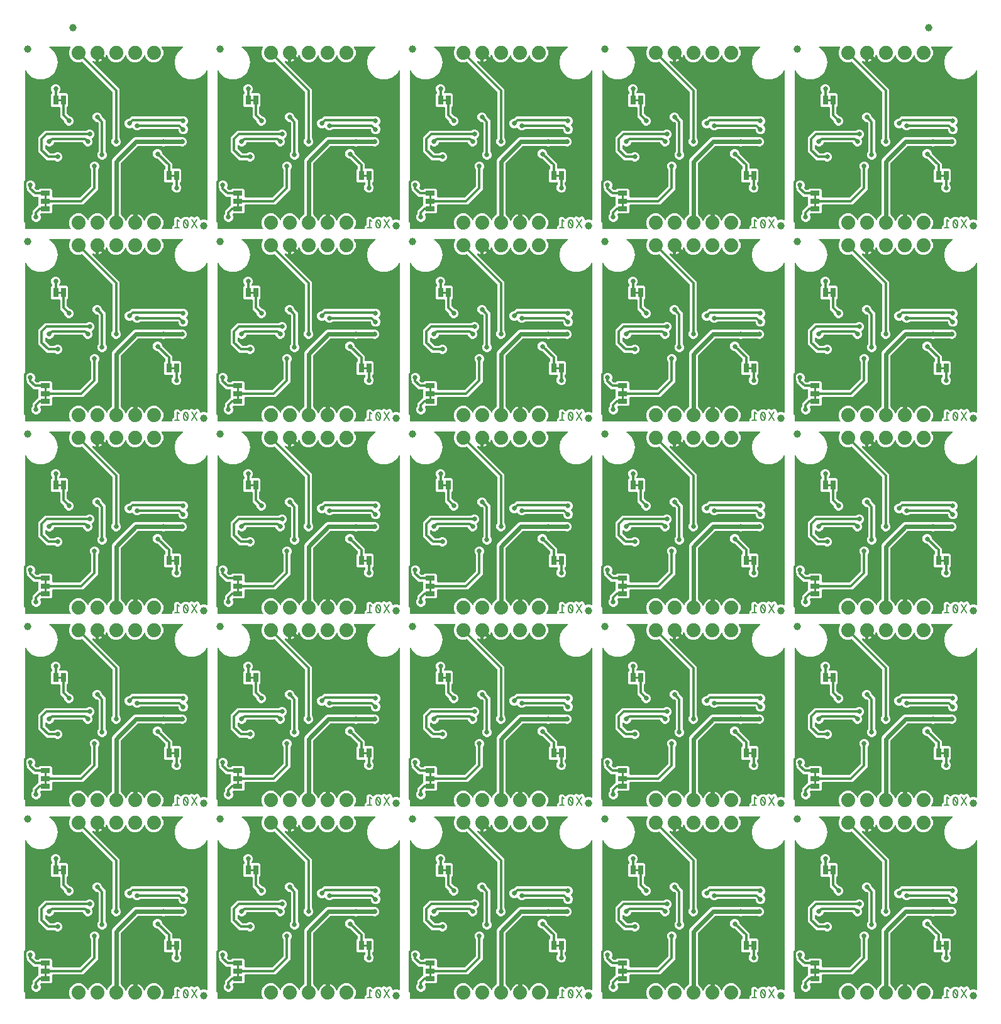
<source format=gbl>
G04 EAGLE Gerber RS-274X export*
G75*
%MOMM*%
%FSLAX34Y34*%
%LPD*%
%INBottom Copper*%
%IPPOS*%
%AMOC8*
5,1,8,0,0,1.08239X$1,22.5*%
G01*
%ADD10C,0.203200*%
%ADD11R,1.270000X0.660400*%
%ADD12C,1.879600*%
%ADD13C,1.000000*%
%ADD14R,0.660400X1.270000*%
%ADD15C,0.304800*%
%ADD16C,0.660400*%
%ADD17C,0.609600*%

G36*
X64899Y263161D02*
X64899Y263161D01*
X65013Y263171D01*
X65039Y263181D01*
X65067Y263185D01*
X65172Y263232D01*
X65279Y263273D01*
X65301Y263289D01*
X65326Y263301D01*
X65414Y263375D01*
X65505Y263444D01*
X65522Y263467D01*
X65543Y263484D01*
X65607Y263580D01*
X65675Y263672D01*
X65685Y263698D01*
X65701Y263721D01*
X65735Y263831D01*
X65776Y263938D01*
X65778Y263966D01*
X65786Y263992D01*
X65789Y264107D01*
X65799Y264221D01*
X65793Y264246D01*
X65794Y264276D01*
X65727Y264533D01*
X65723Y264549D01*
X63753Y269304D01*
X63753Y274256D01*
X65648Y278831D01*
X69149Y282332D01*
X73724Y284227D01*
X78676Y284227D01*
X83251Y282332D01*
X86752Y278831D01*
X87962Y275909D01*
X87977Y275884D01*
X87986Y275856D01*
X88049Y275761D01*
X88107Y275664D01*
X88128Y275644D01*
X88144Y275619D01*
X88231Y275546D01*
X88313Y275469D01*
X88339Y275455D01*
X88362Y275436D01*
X88465Y275390D01*
X88566Y275339D01*
X88595Y275333D01*
X88622Y275321D01*
X88734Y275305D01*
X88845Y275284D01*
X88874Y275286D01*
X88903Y275282D01*
X89015Y275298D01*
X89128Y275308D01*
X89155Y275319D01*
X89185Y275323D01*
X89288Y275369D01*
X89393Y275410D01*
X89417Y275428D01*
X89444Y275440D01*
X89530Y275513D01*
X89620Y275582D01*
X89638Y275605D01*
X89660Y275624D01*
X89702Y275691D01*
X89790Y275809D01*
X89812Y275868D01*
X89838Y275909D01*
X91048Y278831D01*
X94549Y282332D01*
X99124Y284227D01*
X104076Y284227D01*
X108651Y282332D01*
X112152Y278831D01*
X113362Y275909D01*
X113377Y275884D01*
X113386Y275856D01*
X113449Y275761D01*
X113507Y275664D01*
X113528Y275644D01*
X113544Y275619D01*
X113631Y275546D01*
X113713Y275469D01*
X113739Y275455D01*
X113762Y275436D01*
X113865Y275390D01*
X113966Y275339D01*
X113995Y275333D01*
X114022Y275321D01*
X114134Y275305D01*
X114245Y275284D01*
X114274Y275286D01*
X114303Y275282D01*
X114415Y275298D01*
X114528Y275308D01*
X114555Y275319D01*
X114585Y275323D01*
X114688Y275369D01*
X114793Y275410D01*
X114817Y275428D01*
X114844Y275440D01*
X114930Y275513D01*
X115020Y275582D01*
X115038Y275605D01*
X115060Y275624D01*
X115102Y275691D01*
X115190Y275809D01*
X115212Y275868D01*
X115238Y275909D01*
X116448Y278831D01*
X119949Y282332D01*
X120277Y282467D01*
X120278Y282468D01*
X120279Y282469D01*
X120398Y282539D01*
X120521Y282612D01*
X120522Y282613D01*
X120524Y282614D01*
X120621Y282718D01*
X120717Y282819D01*
X120717Y282820D01*
X120718Y282821D01*
X120783Y282947D01*
X120847Y283071D01*
X120847Y283073D01*
X120848Y283074D01*
X120850Y283089D01*
X120887Y283274D01*
X120889Y283282D01*
X120889Y283288D01*
X120902Y283350D01*
X120899Y283381D01*
X120903Y283405D01*
X120903Y355543D01*
X121831Y357784D01*
X123689Y359641D01*
X150216Y386169D01*
X152457Y387097D01*
X188422Y387097D01*
X188452Y387101D01*
X188483Y387099D01*
X188560Y387116D01*
X188703Y387137D01*
X188762Y387163D01*
X188810Y387174D01*
X189237Y387351D01*
X191763Y387351D01*
X192190Y387174D01*
X192220Y387166D01*
X192247Y387152D01*
X192325Y387139D01*
X192465Y387103D01*
X192530Y387105D01*
X192578Y387097D01*
X213822Y387097D01*
X213852Y387101D01*
X213883Y387099D01*
X213960Y387116D01*
X214103Y387137D01*
X214162Y387163D01*
X214210Y387174D01*
X214637Y387351D01*
X217163Y387351D01*
X219497Y386384D01*
X221284Y384597D01*
X222251Y382263D01*
X222251Y379737D01*
X221284Y377403D01*
X219497Y375616D01*
X217163Y374649D01*
X214637Y374649D01*
X214210Y374826D01*
X214180Y374834D01*
X214153Y374848D01*
X214075Y374861D01*
X213935Y374897D01*
X213870Y374895D01*
X213822Y374903D01*
X192578Y374903D01*
X192548Y374899D01*
X192517Y374901D01*
X192440Y374884D01*
X192297Y374863D01*
X192238Y374837D01*
X192190Y374826D01*
X191763Y374649D01*
X189237Y374649D01*
X188810Y374826D01*
X188780Y374834D01*
X188753Y374848D01*
X188675Y374861D01*
X188535Y374897D01*
X188470Y374895D01*
X188422Y374903D01*
X156616Y374903D01*
X156529Y374891D01*
X156442Y374888D01*
X156389Y374871D01*
X156334Y374863D01*
X156255Y374828D01*
X156171Y374801D01*
X156132Y374773D01*
X156075Y374747D01*
X155962Y374651D01*
X155898Y374606D01*
X133394Y352102D01*
X133342Y352032D01*
X133282Y351968D01*
X133256Y351919D01*
X133223Y351875D01*
X133192Y351793D01*
X133152Y351715D01*
X133144Y351668D01*
X133122Y351609D01*
X133110Y351461D01*
X133097Y351384D01*
X133097Y283405D01*
X133097Y283404D01*
X133097Y283402D01*
X133104Y283352D01*
X133103Y283333D01*
X133111Y283305D01*
X133117Y283262D01*
X133137Y283124D01*
X133137Y283122D01*
X133137Y283121D01*
X133194Y282995D01*
X133253Y282864D01*
X133254Y282863D01*
X133255Y282862D01*
X133346Y282755D01*
X133436Y282647D01*
X133438Y282646D01*
X133439Y282645D01*
X133452Y282637D01*
X133673Y282490D01*
X133702Y282481D01*
X133723Y282467D01*
X134051Y282332D01*
X137552Y278831D01*
X139069Y275169D01*
X139104Y275109D01*
X139130Y275045D01*
X139176Y274987D01*
X139213Y274924D01*
X139263Y274876D01*
X139306Y274822D01*
X139366Y274779D01*
X139420Y274729D01*
X139481Y274697D01*
X139538Y274657D01*
X139607Y274632D01*
X139673Y274598D01*
X139740Y274585D01*
X139806Y274562D01*
X139879Y274558D01*
X139952Y274543D01*
X140020Y274549D01*
X140089Y274545D01*
X140161Y274561D01*
X140235Y274568D01*
X140299Y274593D01*
X140367Y274608D01*
X140431Y274643D01*
X140500Y274670D01*
X140555Y274712D01*
X140616Y274745D01*
X140668Y274797D01*
X140727Y274841D01*
X140768Y274897D01*
X140817Y274946D01*
X140846Y275001D01*
X140897Y275069D01*
X140938Y275177D01*
X140972Y275243D01*
X141336Y276363D01*
X142189Y278037D01*
X143294Y279558D01*
X144622Y280886D01*
X146143Y281991D01*
X147817Y282844D01*
X149604Y283425D01*
X150369Y283546D01*
X150369Y272796D01*
X150377Y272738D01*
X150375Y272680D01*
X150397Y272598D01*
X150409Y272515D01*
X150433Y272461D01*
X150447Y272405D01*
X150490Y272332D01*
X150525Y272255D01*
X150563Y272211D01*
X150593Y272160D01*
X150654Y272103D01*
X150709Y272038D01*
X150757Y272006D01*
X150800Y271966D01*
X150875Y271927D01*
X150945Y271881D01*
X151001Y271863D01*
X151053Y271836D01*
X151121Y271825D01*
X151216Y271795D01*
X151316Y271792D01*
X151384Y271781D01*
X153416Y271781D01*
X153474Y271789D01*
X153532Y271788D01*
X153614Y271809D01*
X153697Y271821D01*
X153751Y271845D01*
X153807Y271859D01*
X153880Y271902D01*
X153957Y271937D01*
X154002Y271975D01*
X154052Y272005D01*
X154110Y272066D01*
X154174Y272121D01*
X154206Y272169D01*
X154246Y272212D01*
X154285Y272287D01*
X154331Y272357D01*
X154349Y272413D01*
X154376Y272465D01*
X154387Y272533D01*
X154417Y272628D01*
X154420Y272728D01*
X154431Y272796D01*
X154431Y283546D01*
X155196Y283425D01*
X156983Y282844D01*
X158657Y281991D01*
X160178Y280886D01*
X161506Y279558D01*
X162611Y278037D01*
X163464Y276363D01*
X163828Y275243D01*
X163858Y275181D01*
X163879Y275115D01*
X163920Y275054D01*
X163953Y274988D01*
X163999Y274937D01*
X164038Y274879D01*
X164094Y274832D01*
X164143Y274777D01*
X164202Y274741D01*
X164255Y274696D01*
X164323Y274666D01*
X164385Y274627D01*
X164452Y274609D01*
X164515Y274581D01*
X164588Y274571D01*
X164659Y274551D01*
X164728Y274551D01*
X164797Y274542D01*
X164870Y274552D01*
X164943Y274553D01*
X165009Y274573D01*
X165078Y274582D01*
X165145Y274613D01*
X165216Y274634D01*
X165274Y274671D01*
X165337Y274700D01*
X165393Y274747D01*
X165455Y274787D01*
X165501Y274839D01*
X165553Y274884D01*
X165586Y274937D01*
X165643Y275001D01*
X165692Y275105D01*
X165731Y275169D01*
X167248Y278831D01*
X170749Y282332D01*
X175324Y284227D01*
X180276Y284227D01*
X184851Y282332D01*
X188352Y278831D01*
X190247Y274256D01*
X190247Y269304D01*
X188277Y264549D01*
X188248Y264437D01*
X188214Y264328D01*
X188213Y264300D01*
X188206Y264273D01*
X188209Y264159D01*
X188206Y264044D01*
X188213Y264017D01*
X188214Y263989D01*
X188249Y263880D01*
X188278Y263769D01*
X188292Y263745D01*
X188301Y263718D01*
X188365Y263623D01*
X188423Y263524D01*
X188444Y263505D01*
X188459Y263482D01*
X188547Y263408D01*
X188631Y263330D01*
X188655Y263317D01*
X188677Y263299D01*
X188781Y263253D01*
X188884Y263200D01*
X188908Y263196D01*
X188936Y263184D01*
X189200Y263147D01*
X189215Y263145D01*
X201210Y263145D01*
X201268Y263153D01*
X201327Y263151D01*
X201408Y263173D01*
X201492Y263185D01*
X201545Y263208D01*
X201602Y263223D01*
X201674Y263266D01*
X201751Y263301D01*
X201796Y263339D01*
X201846Y263368D01*
X201904Y263430D01*
X201968Y263484D01*
X202001Y263533D01*
X202041Y263576D01*
X202079Y263651D01*
X202126Y263721D01*
X202144Y263777D01*
X202170Y263829D01*
X202182Y263897D01*
X202212Y263992D01*
X202214Y264092D01*
X202226Y264160D01*
X202226Y266860D01*
X204892Y269526D01*
X204926Y269571D01*
X204932Y269576D01*
X204946Y269597D01*
X205004Y269659D01*
X205029Y269709D01*
X205062Y269753D01*
X205080Y269799D01*
X205089Y269813D01*
X205100Y269848D01*
X205133Y269912D01*
X205141Y269960D01*
X205164Y270019D01*
X205167Y270059D01*
X205175Y270084D01*
X205177Y270174D01*
X205189Y270244D01*
X205189Y275563D01*
X205180Y275626D01*
X205183Y275675D01*
X205026Y277085D01*
X205055Y277141D01*
X205111Y277236D01*
X205119Y277267D01*
X205133Y277295D01*
X205146Y277372D01*
X205182Y277512D01*
X205182Y277521D01*
X206180Y278519D01*
X206219Y278570D01*
X206255Y278603D01*
X207142Y279711D01*
X207201Y279730D01*
X207309Y279758D01*
X207336Y279774D01*
X207366Y279783D01*
X207430Y279829D01*
X207554Y279902D01*
X207561Y279909D01*
X208972Y279909D01*
X209035Y279918D01*
X209084Y279915D01*
X210495Y280072D01*
X210550Y280043D01*
X210646Y279986D01*
X210677Y279979D01*
X210705Y279964D01*
X210782Y279951D01*
X210921Y279915D01*
X210931Y279915D01*
X211929Y278917D01*
X211980Y278879D01*
X212013Y278842D01*
X213896Y277335D01*
X213974Y277289D01*
X214047Y277236D01*
X214096Y277217D01*
X214141Y277191D01*
X214228Y277168D01*
X214313Y277136D01*
X214365Y277133D01*
X214416Y277119D01*
X214506Y277122D01*
X214597Y277115D01*
X214648Y277126D01*
X214700Y277127D01*
X214786Y277155D01*
X214875Y277173D01*
X214921Y277198D01*
X214971Y277214D01*
X215046Y277264D01*
X215126Y277306D01*
X215164Y277343D01*
X215207Y277372D01*
X215265Y277441D01*
X215331Y277504D01*
X215343Y277526D01*
X218678Y279909D01*
X222689Y279909D01*
X224358Y278717D01*
X224373Y278709D01*
X224386Y278698D01*
X224499Y278643D01*
X224610Y278586D01*
X224627Y278582D01*
X224642Y278575D01*
X224766Y278554D01*
X224889Y278529D01*
X224906Y278531D01*
X224922Y278528D01*
X225047Y278542D01*
X225172Y278553D01*
X225188Y278559D01*
X225205Y278561D01*
X225269Y278590D01*
X225438Y278654D01*
X225476Y278683D01*
X225511Y278698D01*
X227704Y280160D01*
X231006Y279500D01*
X231269Y279105D01*
X231346Y279018D01*
X231419Y278928D01*
X231440Y278913D01*
X231458Y278893D01*
X231556Y278831D01*
X231651Y278764D01*
X231676Y278756D01*
X231699Y278741D01*
X231810Y278709D01*
X231920Y278671D01*
X231946Y278670D01*
X231972Y278663D01*
X232088Y278663D01*
X232204Y278657D01*
X232230Y278663D01*
X232256Y278663D01*
X232368Y278695D01*
X232480Y278721D01*
X232504Y278734D01*
X232529Y278742D01*
X232627Y278804D01*
X232729Y278860D01*
X232745Y278878D01*
X232770Y278893D01*
X232955Y279101D01*
X232958Y279105D01*
X233222Y279500D01*
X236523Y280160D01*
X239325Y278292D01*
X239823Y275804D01*
X239828Y275790D01*
X239829Y275775D01*
X239875Y275657D01*
X239917Y275536D01*
X239926Y275524D01*
X239931Y275510D01*
X240008Y275409D01*
X240082Y275304D01*
X240094Y275295D01*
X240103Y275283D01*
X240205Y275207D01*
X240305Y275127D01*
X240318Y275122D01*
X240330Y275113D01*
X240450Y275068D01*
X240568Y275019D01*
X240582Y275018D01*
X240596Y275012D01*
X240724Y275002D01*
X240850Y274988D01*
X240865Y274991D01*
X240880Y274990D01*
X240946Y275005D01*
X241130Y275037D01*
X241171Y275057D01*
X241207Y275065D01*
X243509Y276019D01*
X246711Y276019D01*
X248531Y275265D01*
X248643Y275236D01*
X248752Y275201D01*
X248780Y275201D01*
X248807Y275194D01*
X248921Y275197D01*
X249036Y275194D01*
X249063Y275201D01*
X249091Y275202D01*
X249200Y275237D01*
X249311Y275266D01*
X249335Y275280D01*
X249362Y275288D01*
X249457Y275353D01*
X249556Y275411D01*
X249575Y275431D01*
X249598Y275447D01*
X249672Y275535D01*
X249750Y275618D01*
X249763Y275643D01*
X249781Y275664D01*
X249827Y275769D01*
X249880Y275872D01*
X249884Y275896D01*
X249896Y275924D01*
X249933Y276188D01*
X249935Y276203D01*
X249935Y475631D01*
X249933Y475651D01*
X249935Y475670D01*
X249913Y475791D01*
X249895Y475913D01*
X249887Y475931D01*
X249884Y475950D01*
X249829Y476060D01*
X249779Y476172D01*
X249767Y476187D01*
X249758Y476205D01*
X249675Y476296D01*
X249596Y476389D01*
X249579Y476400D01*
X249566Y476415D01*
X249461Y476479D01*
X249359Y476547D01*
X249340Y476553D01*
X249324Y476563D01*
X249205Y476596D01*
X249088Y476633D01*
X249068Y476633D01*
X249049Y476638D01*
X248927Y476637D01*
X248804Y476640D01*
X248785Y476635D01*
X248765Y476635D01*
X248647Y476599D01*
X248529Y476568D01*
X248512Y476558D01*
X248493Y476552D01*
X248390Y476486D01*
X248284Y476423D01*
X248271Y476409D01*
X248254Y476398D01*
X248208Y476341D01*
X248090Y476216D01*
X248066Y476170D01*
X248041Y476139D01*
X246185Y472924D01*
X240078Y467800D01*
X232586Y465073D01*
X224614Y465073D01*
X217122Y467800D01*
X211015Y472924D01*
X207029Y479829D01*
X205645Y487680D01*
X207029Y495531D01*
X211015Y502435D01*
X216720Y507222D01*
X216769Y507277D01*
X216825Y507325D01*
X216864Y507382D01*
X216910Y507434D01*
X216942Y507500D01*
X216983Y507561D01*
X217004Y507627D01*
X217034Y507690D01*
X217046Y507762D01*
X217068Y507832D01*
X217070Y507901D01*
X217082Y507970D01*
X217074Y508043D01*
X217076Y508116D01*
X217058Y508183D01*
X217051Y508252D01*
X217023Y508320D01*
X217004Y508391D01*
X216969Y508451D01*
X216942Y508515D01*
X216896Y508573D01*
X216859Y508636D01*
X216808Y508683D01*
X216765Y508737D01*
X216705Y508780D01*
X216651Y508830D01*
X216590Y508862D01*
X216533Y508902D01*
X216464Y508926D01*
X216398Y508960D01*
X216340Y508970D01*
X216265Y508996D01*
X216143Y509003D01*
X216067Y509015D01*
X189215Y509015D01*
X189101Y508999D01*
X188987Y508989D01*
X188961Y508979D01*
X188933Y508975D01*
X188828Y508928D01*
X188721Y508887D01*
X188699Y508871D01*
X188674Y508859D01*
X188586Y508785D01*
X188495Y508716D01*
X188478Y508693D01*
X188457Y508676D01*
X188393Y508580D01*
X188324Y508488D01*
X188315Y508462D01*
X188299Y508439D01*
X188265Y508329D01*
X188224Y508222D01*
X188222Y508194D01*
X188214Y508168D01*
X188211Y508053D01*
X188201Y507939D01*
X188207Y507914D01*
X188206Y507884D01*
X188273Y507627D01*
X188277Y507611D01*
X190247Y502856D01*
X190247Y497904D01*
X188352Y493329D01*
X184851Y489828D01*
X180276Y487933D01*
X175324Y487933D01*
X170749Y489828D01*
X167248Y493329D01*
X166038Y496251D01*
X166023Y496276D01*
X166014Y496304D01*
X165951Y496399D01*
X165893Y496496D01*
X165872Y496516D01*
X165856Y496541D01*
X165769Y496614D01*
X165687Y496691D01*
X165661Y496705D01*
X165638Y496724D01*
X165535Y496770D01*
X165434Y496821D01*
X165405Y496827D01*
X165378Y496839D01*
X165266Y496855D01*
X165155Y496876D01*
X165126Y496874D01*
X165097Y496878D01*
X164985Y496862D01*
X164872Y496852D01*
X164845Y496841D01*
X164815Y496837D01*
X164712Y496791D01*
X164607Y496750D01*
X164583Y496732D01*
X164556Y496720D01*
X164470Y496647D01*
X164380Y496578D01*
X164362Y496555D01*
X164340Y496536D01*
X164298Y496469D01*
X164210Y496351D01*
X164188Y496292D01*
X164162Y496251D01*
X162952Y493329D01*
X159451Y489828D01*
X154876Y487933D01*
X149924Y487933D01*
X145349Y489828D01*
X141848Y493329D01*
X140638Y496251D01*
X140623Y496276D01*
X140614Y496304D01*
X140551Y496399D01*
X140493Y496496D01*
X140472Y496516D01*
X140456Y496541D01*
X140369Y496614D01*
X140287Y496691D01*
X140261Y496705D01*
X140238Y496724D01*
X140135Y496770D01*
X140034Y496821D01*
X140005Y496827D01*
X139978Y496839D01*
X139866Y496855D01*
X139755Y496876D01*
X139726Y496874D01*
X139697Y496878D01*
X139585Y496862D01*
X139472Y496852D01*
X139445Y496841D01*
X139415Y496837D01*
X139312Y496791D01*
X139207Y496750D01*
X139183Y496732D01*
X139156Y496720D01*
X139070Y496647D01*
X138980Y496578D01*
X138962Y496555D01*
X138940Y496536D01*
X138898Y496469D01*
X138810Y496351D01*
X138788Y496292D01*
X138762Y496251D01*
X137552Y493329D01*
X134051Y489828D01*
X129476Y487933D01*
X124524Y487933D01*
X119949Y489828D01*
X116448Y493329D01*
X114931Y496991D01*
X114896Y497051D01*
X114870Y497115D01*
X114824Y497173D01*
X114787Y497236D01*
X114737Y497284D01*
X114694Y497338D01*
X114634Y497381D01*
X114580Y497431D01*
X114519Y497463D01*
X114462Y497503D01*
X114393Y497528D01*
X114327Y497562D01*
X114260Y497575D01*
X114194Y497598D01*
X114121Y497602D01*
X114048Y497617D01*
X113980Y497611D01*
X113911Y497615D01*
X113839Y497599D01*
X113765Y497592D01*
X113701Y497567D01*
X113633Y497552D01*
X113569Y497517D01*
X113500Y497490D01*
X113445Y497449D01*
X113384Y497415D01*
X113332Y497363D01*
X113273Y497319D01*
X113232Y497263D01*
X113183Y497214D01*
X113154Y497159D01*
X113103Y497091D01*
X113062Y496983D01*
X113028Y496917D01*
X112664Y495797D01*
X111811Y494123D01*
X110706Y492602D01*
X109378Y491274D01*
X107857Y490169D01*
X106183Y489316D01*
X104396Y488735D01*
X103631Y488614D01*
X103631Y499364D01*
X103623Y499422D01*
X103625Y499480D01*
X103603Y499562D01*
X103591Y499645D01*
X103567Y499699D01*
X103553Y499755D01*
X103510Y499828D01*
X103475Y499905D01*
X103437Y499949D01*
X103407Y500000D01*
X103346Y500057D01*
X103291Y500122D01*
X103243Y500154D01*
X103200Y500194D01*
X103125Y500233D01*
X103055Y500279D01*
X102999Y500297D01*
X102947Y500324D01*
X102879Y500335D01*
X102784Y500365D01*
X102684Y500368D01*
X102616Y500379D01*
X100584Y500379D01*
X100526Y500371D01*
X100468Y500372D01*
X100386Y500351D01*
X100303Y500339D01*
X100249Y500315D01*
X100193Y500301D01*
X100120Y500258D01*
X100043Y500223D01*
X99998Y500185D01*
X99948Y500155D01*
X99890Y500094D01*
X99826Y500039D01*
X99794Y499991D01*
X99754Y499948D01*
X99715Y499873D01*
X99669Y499803D01*
X99651Y499747D01*
X99624Y499695D01*
X99613Y499627D01*
X99583Y499532D01*
X99580Y499432D01*
X99569Y499364D01*
X99569Y488614D01*
X98804Y488735D01*
X97017Y489316D01*
X96028Y489820D01*
X95910Y489861D01*
X95792Y489905D01*
X95775Y489907D01*
X95759Y489912D01*
X95634Y489918D01*
X95509Y489929D01*
X95493Y489925D01*
X95476Y489926D01*
X95353Y489897D01*
X95230Y489873D01*
X95215Y489865D01*
X95199Y489861D01*
X95089Y489799D01*
X94978Y489742D01*
X94966Y489730D01*
X94951Y489722D01*
X94863Y489632D01*
X94772Y489546D01*
X94763Y489531D01*
X94751Y489519D01*
X94692Y489409D01*
X94628Y489301D01*
X94624Y489284D01*
X94616Y489269D01*
X94589Y489147D01*
X94558Y489025D01*
X94559Y489008D01*
X94555Y488992D01*
X94563Y488866D01*
X94567Y488741D01*
X94572Y488725D01*
X94574Y488708D01*
X94616Y488590D01*
X94655Y488471D01*
X94664Y488458D01*
X94670Y488441D01*
X94837Y488210D01*
X94844Y488205D01*
X94850Y488197D01*
X131573Y451474D01*
X131573Y385829D01*
X131585Y385742D01*
X131588Y385655D01*
X131605Y385602D01*
X131613Y385548D01*
X131648Y385468D01*
X131675Y385385D01*
X131703Y385345D01*
X131729Y385288D01*
X131825Y385175D01*
X131870Y385111D01*
X132384Y384597D01*
X133351Y382263D01*
X133351Y379737D01*
X132384Y377403D01*
X130597Y375616D01*
X128263Y374649D01*
X125737Y374649D01*
X123403Y375616D01*
X121616Y377403D01*
X120649Y379737D01*
X120649Y382263D01*
X121616Y384597D01*
X122130Y385111D01*
X122182Y385181D01*
X122242Y385245D01*
X122268Y385294D01*
X122301Y385338D01*
X122332Y385420D01*
X122372Y385498D01*
X122380Y385546D01*
X122402Y385604D01*
X122414Y385752D01*
X122427Y385829D01*
X122427Y447265D01*
X122415Y447352D01*
X122412Y447439D01*
X122395Y447492D01*
X122387Y447547D01*
X122352Y447627D01*
X122325Y447710D01*
X122297Y447749D01*
X122271Y447806D01*
X122175Y447920D01*
X122130Y447983D01*
X81633Y488480D01*
X81632Y488481D01*
X81631Y488482D01*
X81515Y488569D01*
X81406Y488651D01*
X81405Y488651D01*
X81403Y488652D01*
X81271Y488702D01*
X81140Y488752D01*
X81139Y488752D01*
X81137Y488753D01*
X80998Y488764D01*
X80857Y488776D01*
X80856Y488775D01*
X80854Y488775D01*
X80839Y488772D01*
X80578Y488720D01*
X80551Y488706D01*
X80527Y488700D01*
X78676Y487933D01*
X73724Y487933D01*
X69149Y489828D01*
X65648Y493329D01*
X63753Y497904D01*
X63753Y502856D01*
X65723Y507611D01*
X65752Y507723D01*
X65786Y507832D01*
X65787Y507860D01*
X65794Y507887D01*
X65791Y508001D01*
X65794Y508116D01*
X65787Y508143D01*
X65786Y508171D01*
X65751Y508280D01*
X65722Y508391D01*
X65708Y508415D01*
X65699Y508442D01*
X65635Y508537D01*
X65577Y508636D01*
X65556Y508655D01*
X65541Y508678D01*
X65453Y508752D01*
X65369Y508830D01*
X65345Y508843D01*
X65323Y508861D01*
X65219Y508907D01*
X65116Y508960D01*
X65092Y508964D01*
X65064Y508976D01*
X64800Y509013D01*
X64785Y509015D01*
X37933Y509015D01*
X37860Y509005D01*
X37786Y509005D01*
X37720Y508985D01*
X37651Y508975D01*
X37584Y508945D01*
X37514Y508925D01*
X37455Y508888D01*
X37392Y508859D01*
X37336Y508812D01*
X37274Y508772D01*
X37228Y508720D01*
X37175Y508676D01*
X37134Y508614D01*
X37085Y508559D01*
X37056Y508497D01*
X37017Y508439D01*
X36995Y508369D01*
X36964Y508302D01*
X36952Y508234D01*
X36932Y508168D01*
X36930Y508094D01*
X36918Y508022D01*
X36926Y507953D01*
X36924Y507884D01*
X36943Y507813D01*
X36952Y507739D01*
X36979Y507676D01*
X36996Y507609D01*
X37034Y507545D01*
X37062Y507478D01*
X37101Y507433D01*
X37141Y507364D01*
X37231Y507280D01*
X37280Y507222D01*
X42985Y502436D01*
X46971Y495531D01*
X48355Y487680D01*
X46971Y479829D01*
X42985Y472925D01*
X36878Y467800D01*
X29386Y465073D01*
X21414Y465073D01*
X13922Y467800D01*
X7815Y472924D01*
X5959Y476139D01*
X5947Y476154D01*
X5939Y476172D01*
X5860Y476266D01*
X5784Y476363D01*
X5768Y476374D01*
X5755Y476389D01*
X5653Y476458D01*
X5554Y476529D01*
X5535Y476536D01*
X5519Y476547D01*
X5401Y476584D01*
X5286Y476626D01*
X5266Y476627D01*
X5248Y476633D01*
X5125Y476636D01*
X5002Y476644D01*
X4983Y476639D01*
X4964Y476640D01*
X4845Y476609D01*
X4725Y476582D01*
X4707Y476573D01*
X4689Y476568D01*
X4583Y476506D01*
X4475Y476447D01*
X4461Y476433D01*
X4444Y476423D01*
X4360Y476333D01*
X4273Y476247D01*
X4263Y476230D01*
X4250Y476216D01*
X4194Y476106D01*
X4134Y475999D01*
X4129Y475980D01*
X4120Y475962D01*
X4108Y475890D01*
X4069Y475722D01*
X4071Y475671D01*
X4065Y475631D01*
X4065Y326498D01*
X4077Y326413D01*
X4079Y326327D01*
X4097Y326273D01*
X4105Y326216D01*
X4140Y326138D01*
X4166Y326056D01*
X4198Y326009D01*
X4221Y325957D01*
X4276Y325891D01*
X4324Y325820D01*
X4368Y325783D01*
X4404Y325740D01*
X4476Y325692D01*
X4542Y325637D01*
X4594Y325614D01*
X4641Y325582D01*
X4723Y325556D01*
X4802Y325522D01*
X4858Y325514D01*
X4912Y325497D01*
X4998Y325494D01*
X5083Y325483D01*
X5140Y325491D01*
X5196Y325489D01*
X5280Y325511D01*
X5365Y325523D01*
X5416Y325547D01*
X5471Y325561D01*
X5545Y325605D01*
X5624Y325640D01*
X5667Y325677D01*
X5716Y325706D01*
X5775Y325769D01*
X5840Y325825D01*
X5866Y325867D01*
X5910Y325914D01*
X5976Y326043D01*
X6018Y326109D01*
X6046Y326177D01*
X7833Y327964D01*
X10167Y328931D01*
X12693Y328931D01*
X15027Y327964D01*
X16814Y326177D01*
X17781Y323843D01*
X17781Y321317D01*
X16956Y319327D01*
X16956Y319325D01*
X16955Y319324D01*
X16921Y319191D01*
X16885Y319051D01*
X16886Y319050D01*
X16885Y319048D01*
X16890Y318908D01*
X16894Y318767D01*
X16894Y318766D01*
X16894Y318764D01*
X16938Y318630D01*
X16980Y318496D01*
X16981Y318495D01*
X16982Y318494D01*
X16990Y318482D01*
X17139Y318260D01*
X17162Y318241D01*
X17177Y318220D01*
X19123Y316274D01*
X19193Y316222D01*
X19256Y316162D01*
X19306Y316136D01*
X19350Y316103D01*
X19432Y316072D01*
X19510Y316032D01*
X19557Y316024D01*
X19616Y316002D01*
X19763Y315990D01*
X19841Y315977D01*
X21939Y315977D01*
X22025Y315989D01*
X22113Y315992D01*
X22165Y316009D01*
X22220Y316017D01*
X22300Y316052D01*
X22383Y316079D01*
X22422Y316107D01*
X22480Y316133D01*
X22593Y316229D01*
X22657Y316274D01*
X24137Y317755D01*
X39363Y317755D01*
X41149Y315969D01*
X41149Y306578D01*
X41157Y306520D01*
X41155Y306462D01*
X41177Y306380D01*
X41189Y306296D01*
X41212Y306243D01*
X41227Y306187D01*
X41270Y306114D01*
X41305Y306037D01*
X41343Y305992D01*
X41372Y305942D01*
X41434Y305884D01*
X41488Y305820D01*
X41537Y305788D01*
X41580Y305748D01*
X41655Y305709D01*
X41725Y305662D01*
X41781Y305645D01*
X41833Y305618D01*
X41901Y305607D01*
X41996Y305577D01*
X42096Y305574D01*
X42164Y305563D01*
X77695Y305563D01*
X77782Y305575D01*
X77869Y305578D01*
X77922Y305595D01*
X77977Y305603D01*
X78057Y305638D01*
X78140Y305665D01*
X78179Y305693D01*
X78236Y305719D01*
X78350Y305815D01*
X78413Y305860D01*
X92920Y320367D01*
X92972Y320437D01*
X93032Y320500D01*
X93058Y320550D01*
X93091Y320594D01*
X93122Y320676D01*
X93162Y320754D01*
X93170Y320801D01*
X93192Y320860D01*
X93204Y321007D01*
X93217Y321085D01*
X93217Y343151D01*
X93205Y343238D01*
X93202Y343325D01*
X93185Y343378D01*
X93177Y343432D01*
X93142Y343512D01*
X93115Y343595D01*
X93087Y343635D01*
X93061Y343692D01*
X92965Y343805D01*
X92920Y343869D01*
X92406Y344383D01*
X91439Y346717D01*
X91439Y349243D01*
X92406Y351577D01*
X94193Y353364D01*
X96527Y354331D01*
X99053Y354331D01*
X101387Y353364D01*
X103174Y351577D01*
X104141Y349243D01*
X104141Y346717D01*
X103174Y344383D01*
X102660Y343869D01*
X102608Y343799D01*
X102548Y343735D01*
X102522Y343686D01*
X102489Y343642D01*
X102458Y343560D01*
X102418Y343482D01*
X102410Y343434D01*
X102388Y343376D01*
X102376Y343228D01*
X102363Y343151D01*
X102363Y316876D01*
X81904Y296417D01*
X42164Y296417D01*
X42106Y296409D01*
X42048Y296411D01*
X41966Y296389D01*
X41882Y296377D01*
X41829Y296354D01*
X41773Y296339D01*
X41700Y296296D01*
X41623Y296261D01*
X41578Y296223D01*
X41528Y296194D01*
X41470Y296132D01*
X41406Y296078D01*
X41374Y296029D01*
X41334Y295986D01*
X41295Y295911D01*
X41248Y295841D01*
X41231Y295785D01*
X41204Y295733D01*
X41193Y295665D01*
X41163Y295570D01*
X41160Y295470D01*
X41149Y295402D01*
X41149Y286011D01*
X39363Y284225D01*
X25445Y284225D01*
X25331Y284209D01*
X25217Y284199D01*
X25191Y284189D01*
X25163Y284185D01*
X25058Y284138D01*
X24951Y284097D01*
X24929Y284081D01*
X24904Y284069D01*
X24816Y283995D01*
X24725Y283926D01*
X24708Y283903D01*
X24687Y283886D01*
X24623Y283790D01*
X24554Y283698D01*
X24545Y283672D01*
X24529Y283649D01*
X24495Y283539D01*
X24454Y283432D01*
X24452Y283404D01*
X24443Y283378D01*
X24440Y283263D01*
X24431Y283149D01*
X24437Y283124D01*
X24436Y283094D01*
X24503Y282837D01*
X24507Y282821D01*
X25401Y280663D01*
X25401Y278137D01*
X24434Y275803D01*
X22647Y274016D01*
X20313Y273049D01*
X17787Y273049D01*
X15453Y274016D01*
X13666Y275803D01*
X12699Y278137D01*
X12699Y280663D01*
X13666Y282997D01*
X14180Y283511D01*
X14232Y283581D01*
X14292Y283645D01*
X14318Y283694D01*
X14351Y283738D01*
X14382Y283820D01*
X14422Y283898D01*
X14430Y283946D01*
X14452Y284004D01*
X14464Y284152D01*
X14477Y284229D01*
X14477Y287644D01*
X17453Y290620D01*
X19006Y292173D01*
X22087Y295254D01*
X22122Y295301D01*
X22165Y295341D01*
X22207Y295414D01*
X22258Y295481D01*
X22279Y295536D01*
X22308Y295586D01*
X22329Y295668D01*
X22359Y295747D01*
X22364Y295805D01*
X22378Y295862D01*
X22376Y295946D01*
X22383Y296030D01*
X22371Y296087D01*
X22369Y296146D01*
X22351Y296201D01*
X22351Y305816D01*
X22344Y305869D01*
X22345Y305902D01*
X22344Y305904D01*
X22345Y305932D01*
X22323Y306014D01*
X22311Y306098D01*
X22288Y306151D01*
X22273Y306207D01*
X22230Y306280D01*
X22195Y306357D01*
X22157Y306402D01*
X22128Y306452D01*
X22066Y306510D01*
X22012Y306574D01*
X21963Y306606D01*
X21920Y306646D01*
X21845Y306685D01*
X21775Y306732D01*
X21719Y306749D01*
X21667Y306776D01*
X21599Y306787D01*
X21504Y306817D01*
X21404Y306820D01*
X21336Y306831D01*
X15632Y306831D01*
X6857Y315606D01*
X6857Y317751D01*
X6845Y317838D01*
X6842Y317925D01*
X6825Y317978D01*
X6817Y318032D01*
X6782Y318112D01*
X6755Y318195D01*
X6727Y318235D01*
X6701Y318292D01*
X6605Y318405D01*
X6560Y318469D01*
X6046Y318983D01*
X6018Y319051D01*
X5974Y319124D01*
X5939Y319203D01*
X5902Y319246D01*
X5874Y319295D01*
X5811Y319354D01*
X5755Y319420D01*
X5708Y319452D01*
X5667Y319491D01*
X5590Y319530D01*
X5519Y319578D01*
X5465Y319595D01*
X5414Y319621D01*
X5330Y319637D01*
X5248Y319663D01*
X5191Y319665D01*
X5135Y319676D01*
X5050Y319668D01*
X4964Y319671D01*
X4909Y319656D01*
X4852Y319651D01*
X4772Y319621D01*
X4689Y319599D01*
X4640Y319570D01*
X4587Y319549D01*
X4518Y319498D01*
X4444Y319454D01*
X4405Y319412D01*
X4360Y319378D01*
X4308Y319309D01*
X4250Y319246D01*
X4224Y319196D01*
X4190Y319150D01*
X4159Y319070D01*
X4120Y318993D01*
X4112Y318944D01*
X4089Y318884D01*
X4078Y318740D01*
X4065Y318662D01*
X4065Y264160D01*
X4073Y264102D01*
X4071Y264044D01*
X4093Y263962D01*
X4105Y263878D01*
X4128Y263825D01*
X4143Y263769D01*
X4186Y263696D01*
X4221Y263619D01*
X4259Y263574D01*
X4288Y263524D01*
X4350Y263466D01*
X4404Y263402D01*
X4453Y263370D01*
X4496Y263330D01*
X4571Y263291D01*
X4641Y263244D01*
X4697Y263227D01*
X4749Y263200D01*
X4817Y263189D01*
X4912Y263159D01*
X5012Y263156D01*
X5080Y263145D01*
X64785Y263145D01*
X64899Y263161D01*
G37*
G36*
X842139Y1040401D02*
X842139Y1040401D01*
X842253Y1040411D01*
X842279Y1040421D01*
X842307Y1040425D01*
X842412Y1040472D01*
X842519Y1040513D01*
X842541Y1040529D01*
X842566Y1040541D01*
X842654Y1040615D01*
X842745Y1040684D01*
X842762Y1040707D01*
X842783Y1040724D01*
X842847Y1040820D01*
X842916Y1040912D01*
X842925Y1040938D01*
X842941Y1040961D01*
X842975Y1041071D01*
X843016Y1041178D01*
X843018Y1041206D01*
X843026Y1041232D01*
X843029Y1041347D01*
X843039Y1041461D01*
X843033Y1041486D01*
X843034Y1041516D01*
X842967Y1041773D01*
X842963Y1041789D01*
X840993Y1046544D01*
X840993Y1051496D01*
X842888Y1056071D01*
X846389Y1059572D01*
X850964Y1061467D01*
X855916Y1061467D01*
X860491Y1059572D01*
X863992Y1056071D01*
X865202Y1053149D01*
X865217Y1053124D01*
X865226Y1053096D01*
X865289Y1053001D01*
X865347Y1052904D01*
X865368Y1052884D01*
X865384Y1052859D01*
X865471Y1052786D01*
X865553Y1052709D01*
X865579Y1052695D01*
X865602Y1052676D01*
X865705Y1052630D01*
X865806Y1052579D01*
X865835Y1052573D01*
X865862Y1052561D01*
X865974Y1052545D01*
X866085Y1052524D01*
X866114Y1052526D01*
X866143Y1052522D01*
X866255Y1052538D01*
X866368Y1052548D01*
X866395Y1052559D01*
X866425Y1052563D01*
X866528Y1052609D01*
X866633Y1052650D01*
X866657Y1052668D01*
X866684Y1052680D01*
X866770Y1052753D01*
X866860Y1052822D01*
X866878Y1052845D01*
X866900Y1052864D01*
X866942Y1052931D01*
X867030Y1053049D01*
X867052Y1053108D01*
X867078Y1053149D01*
X868288Y1056071D01*
X871789Y1059572D01*
X876364Y1061467D01*
X881316Y1061467D01*
X885891Y1059572D01*
X889392Y1056071D01*
X890602Y1053149D01*
X890617Y1053124D01*
X890626Y1053096D01*
X890689Y1053001D01*
X890747Y1052904D01*
X890768Y1052884D01*
X890784Y1052859D01*
X890871Y1052786D01*
X890953Y1052709D01*
X890979Y1052695D01*
X891002Y1052676D01*
X891105Y1052630D01*
X891206Y1052579D01*
X891235Y1052573D01*
X891262Y1052561D01*
X891374Y1052545D01*
X891485Y1052524D01*
X891514Y1052526D01*
X891543Y1052522D01*
X891655Y1052538D01*
X891768Y1052548D01*
X891795Y1052559D01*
X891825Y1052563D01*
X891928Y1052609D01*
X892033Y1052650D01*
X892057Y1052668D01*
X892084Y1052680D01*
X892170Y1052753D01*
X892260Y1052822D01*
X892278Y1052845D01*
X892300Y1052864D01*
X892342Y1052931D01*
X892430Y1053049D01*
X892452Y1053108D01*
X892478Y1053149D01*
X893688Y1056071D01*
X897189Y1059572D01*
X897517Y1059707D01*
X897518Y1059708D01*
X897519Y1059709D01*
X897638Y1059779D01*
X897761Y1059852D01*
X897762Y1059853D01*
X897764Y1059854D01*
X897861Y1059958D01*
X897957Y1060059D01*
X897957Y1060060D01*
X897958Y1060061D01*
X898023Y1060187D01*
X898087Y1060311D01*
X898087Y1060313D01*
X898088Y1060314D01*
X898090Y1060329D01*
X898127Y1060514D01*
X898129Y1060522D01*
X898129Y1060528D01*
X898142Y1060590D01*
X898139Y1060621D01*
X898143Y1060645D01*
X898143Y1132783D01*
X899071Y1135024D01*
X900929Y1136881D01*
X927456Y1163409D01*
X929697Y1164337D01*
X965662Y1164337D01*
X965692Y1164341D01*
X965723Y1164339D01*
X965800Y1164356D01*
X965943Y1164377D01*
X966002Y1164403D01*
X966050Y1164414D01*
X966477Y1164591D01*
X969003Y1164591D01*
X969430Y1164414D01*
X969460Y1164406D01*
X969487Y1164392D01*
X969565Y1164379D01*
X969705Y1164343D01*
X969770Y1164345D01*
X969818Y1164337D01*
X991062Y1164337D01*
X991092Y1164341D01*
X991123Y1164339D01*
X991200Y1164356D01*
X991343Y1164377D01*
X991402Y1164403D01*
X991450Y1164414D01*
X991877Y1164591D01*
X994403Y1164591D01*
X996737Y1163624D01*
X998524Y1161837D01*
X999491Y1159503D01*
X999491Y1156977D01*
X998524Y1154643D01*
X996737Y1152856D01*
X994403Y1151889D01*
X991877Y1151889D01*
X991450Y1152066D01*
X991420Y1152074D01*
X991393Y1152088D01*
X991315Y1152101D01*
X991175Y1152137D01*
X991110Y1152135D01*
X991062Y1152143D01*
X969818Y1152143D01*
X969788Y1152139D01*
X969757Y1152141D01*
X969680Y1152124D01*
X969537Y1152103D01*
X969478Y1152077D01*
X969430Y1152066D01*
X969003Y1151889D01*
X966477Y1151889D01*
X966050Y1152066D01*
X966020Y1152074D01*
X965993Y1152088D01*
X965915Y1152101D01*
X965775Y1152137D01*
X965710Y1152135D01*
X965662Y1152143D01*
X933856Y1152143D01*
X933769Y1152131D01*
X933682Y1152128D01*
X933629Y1152111D01*
X933574Y1152103D01*
X933495Y1152068D01*
X933411Y1152041D01*
X933372Y1152013D01*
X933315Y1151987D01*
X933202Y1151891D01*
X933138Y1151846D01*
X910634Y1129342D01*
X910582Y1129272D01*
X910522Y1129208D01*
X910496Y1129159D01*
X910463Y1129115D01*
X910432Y1129033D01*
X910392Y1128955D01*
X910384Y1128908D01*
X910362Y1128849D01*
X910350Y1128701D01*
X910337Y1128624D01*
X910337Y1060645D01*
X910337Y1060644D01*
X910337Y1060642D01*
X910344Y1060592D01*
X910343Y1060573D01*
X910351Y1060545D01*
X910357Y1060502D01*
X910377Y1060364D01*
X910377Y1060362D01*
X910377Y1060361D01*
X910434Y1060235D01*
X910493Y1060104D01*
X910494Y1060103D01*
X910495Y1060102D01*
X910586Y1059995D01*
X910676Y1059887D01*
X910678Y1059886D01*
X910679Y1059885D01*
X910692Y1059877D01*
X910913Y1059730D01*
X910942Y1059721D01*
X910963Y1059707D01*
X911291Y1059572D01*
X914792Y1056071D01*
X916309Y1052409D01*
X916344Y1052349D01*
X916370Y1052285D01*
X916416Y1052227D01*
X916453Y1052164D01*
X916503Y1052116D01*
X916546Y1052062D01*
X916606Y1052019D01*
X916660Y1051969D01*
X916721Y1051937D01*
X916778Y1051897D01*
X916847Y1051872D01*
X916913Y1051838D01*
X916980Y1051825D01*
X917046Y1051802D01*
X917119Y1051798D01*
X917192Y1051783D01*
X917260Y1051789D01*
X917329Y1051785D01*
X917401Y1051801D01*
X917475Y1051808D01*
X917539Y1051833D01*
X917607Y1051848D01*
X917671Y1051883D01*
X917740Y1051910D01*
X917795Y1051951D01*
X917856Y1051985D01*
X917908Y1052037D01*
X917967Y1052081D01*
X918008Y1052137D01*
X918057Y1052186D01*
X918086Y1052241D01*
X918137Y1052309D01*
X918178Y1052417D01*
X918212Y1052483D01*
X918576Y1053603D01*
X919429Y1055277D01*
X920534Y1056798D01*
X921862Y1058126D01*
X923383Y1059231D01*
X925057Y1060084D01*
X926844Y1060665D01*
X927609Y1060786D01*
X927609Y1050036D01*
X927617Y1049978D01*
X927615Y1049920D01*
X927637Y1049838D01*
X927649Y1049755D01*
X927673Y1049701D01*
X927687Y1049645D01*
X927730Y1049572D01*
X927765Y1049495D01*
X927803Y1049451D01*
X927833Y1049400D01*
X927894Y1049343D01*
X927949Y1049278D01*
X927997Y1049246D01*
X928040Y1049206D01*
X928115Y1049167D01*
X928185Y1049121D01*
X928241Y1049103D01*
X928293Y1049076D01*
X928361Y1049065D01*
X928456Y1049035D01*
X928556Y1049032D01*
X928624Y1049021D01*
X930656Y1049021D01*
X930714Y1049029D01*
X930772Y1049028D01*
X930854Y1049049D01*
X930937Y1049061D01*
X930991Y1049085D01*
X931047Y1049099D01*
X931120Y1049142D01*
X931197Y1049177D01*
X931242Y1049215D01*
X931292Y1049245D01*
X931350Y1049306D01*
X931414Y1049361D01*
X931446Y1049409D01*
X931486Y1049452D01*
X931525Y1049527D01*
X931571Y1049597D01*
X931589Y1049653D01*
X931616Y1049705D01*
X931627Y1049773D01*
X931657Y1049868D01*
X931660Y1049968D01*
X931671Y1050036D01*
X931671Y1060786D01*
X932436Y1060665D01*
X934223Y1060084D01*
X935897Y1059231D01*
X937418Y1058126D01*
X938746Y1056798D01*
X939851Y1055277D01*
X940704Y1053603D01*
X941068Y1052483D01*
X941098Y1052421D01*
X941119Y1052355D01*
X941160Y1052294D01*
X941193Y1052228D01*
X941239Y1052177D01*
X941278Y1052119D01*
X941334Y1052072D01*
X941383Y1052017D01*
X941442Y1051981D01*
X941495Y1051936D01*
X941562Y1051906D01*
X941625Y1051867D01*
X941692Y1051849D01*
X941755Y1051821D01*
X941828Y1051811D01*
X941899Y1051791D01*
X941968Y1051791D01*
X942037Y1051782D01*
X942109Y1051792D01*
X942183Y1051793D01*
X942250Y1051813D01*
X942318Y1051822D01*
X942385Y1051853D01*
X942456Y1051874D01*
X942514Y1051911D01*
X942577Y1051940D01*
X942633Y1051987D01*
X942695Y1052027D01*
X942741Y1052079D01*
X942793Y1052124D01*
X942826Y1052177D01*
X942883Y1052241D01*
X942932Y1052345D01*
X942971Y1052409D01*
X944488Y1056071D01*
X947989Y1059572D01*
X952564Y1061467D01*
X957516Y1061467D01*
X962091Y1059572D01*
X965592Y1056071D01*
X967487Y1051496D01*
X967487Y1046544D01*
X965517Y1041789D01*
X965488Y1041677D01*
X965454Y1041568D01*
X965453Y1041540D01*
X965446Y1041513D01*
X965449Y1041399D01*
X965446Y1041284D01*
X965453Y1041257D01*
X965454Y1041229D01*
X965489Y1041120D01*
X965518Y1041009D01*
X965532Y1040985D01*
X965541Y1040958D01*
X965605Y1040863D01*
X965663Y1040764D01*
X965684Y1040745D01*
X965699Y1040722D01*
X965787Y1040648D01*
X965871Y1040570D01*
X965895Y1040557D01*
X965917Y1040539D01*
X966021Y1040493D01*
X966124Y1040440D01*
X966148Y1040436D01*
X966176Y1040424D01*
X966440Y1040387D01*
X966455Y1040385D01*
X978450Y1040385D01*
X978508Y1040393D01*
X978567Y1040391D01*
X978648Y1040413D01*
X978732Y1040425D01*
X978785Y1040448D01*
X978842Y1040463D01*
X978914Y1040506D01*
X978991Y1040541D01*
X979036Y1040579D01*
X979086Y1040608D01*
X979144Y1040670D01*
X979208Y1040724D01*
X979241Y1040773D01*
X979281Y1040816D01*
X979319Y1040891D01*
X979366Y1040961D01*
X979384Y1041017D01*
X979410Y1041069D01*
X979422Y1041137D01*
X979452Y1041232D01*
X979454Y1041332D01*
X979466Y1041400D01*
X979466Y1044100D01*
X982132Y1046766D01*
X982166Y1046811D01*
X982172Y1046816D01*
X982186Y1046837D01*
X982244Y1046899D01*
X982269Y1046949D01*
X982302Y1046993D01*
X982320Y1047039D01*
X982329Y1047053D01*
X982340Y1047088D01*
X982373Y1047152D01*
X982381Y1047200D01*
X982404Y1047259D01*
X982407Y1047299D01*
X982415Y1047324D01*
X982417Y1047414D01*
X982429Y1047484D01*
X982429Y1052803D01*
X982420Y1052866D01*
X982423Y1052915D01*
X982266Y1054325D01*
X982295Y1054381D01*
X982351Y1054476D01*
X982359Y1054507D01*
X982373Y1054535D01*
X982386Y1054612D01*
X982422Y1054752D01*
X982422Y1054761D01*
X983420Y1055759D01*
X983459Y1055810D01*
X983495Y1055843D01*
X984382Y1056951D01*
X984441Y1056970D01*
X984549Y1056998D01*
X984576Y1057014D01*
X984606Y1057023D01*
X984670Y1057069D01*
X984794Y1057142D01*
X984801Y1057149D01*
X986212Y1057149D01*
X986275Y1057158D01*
X986324Y1057155D01*
X987735Y1057312D01*
X987790Y1057283D01*
X987886Y1057226D01*
X987917Y1057219D01*
X987945Y1057204D01*
X988022Y1057191D01*
X988161Y1057155D01*
X988171Y1057155D01*
X989169Y1056157D01*
X989220Y1056119D01*
X989253Y1056082D01*
X991136Y1054575D01*
X991214Y1054529D01*
X991287Y1054476D01*
X991336Y1054457D01*
X991381Y1054431D01*
X991468Y1054408D01*
X991553Y1054376D01*
X991605Y1054373D01*
X991656Y1054359D01*
X991746Y1054362D01*
X991837Y1054355D01*
X991888Y1054366D01*
X991940Y1054367D01*
X992026Y1054395D01*
X992115Y1054413D01*
X992161Y1054438D01*
X992211Y1054454D01*
X992286Y1054504D01*
X992366Y1054546D01*
X992404Y1054583D01*
X992447Y1054612D01*
X992505Y1054681D01*
X992571Y1054744D01*
X992583Y1054766D01*
X995918Y1057149D01*
X999929Y1057149D01*
X1001598Y1055957D01*
X1001613Y1055949D01*
X1001626Y1055938D01*
X1001739Y1055883D01*
X1001850Y1055826D01*
X1001867Y1055822D01*
X1001882Y1055815D01*
X1002006Y1055794D01*
X1002129Y1055769D01*
X1002146Y1055771D01*
X1002162Y1055768D01*
X1002287Y1055782D01*
X1002412Y1055793D01*
X1002428Y1055799D01*
X1002445Y1055801D01*
X1002509Y1055830D01*
X1002678Y1055894D01*
X1002716Y1055923D01*
X1002751Y1055938D01*
X1004944Y1057400D01*
X1008246Y1056740D01*
X1008509Y1056345D01*
X1008586Y1056258D01*
X1008659Y1056168D01*
X1008680Y1056153D01*
X1008698Y1056133D01*
X1008796Y1056071D01*
X1008891Y1056004D01*
X1008916Y1055996D01*
X1008939Y1055981D01*
X1009050Y1055949D01*
X1009160Y1055911D01*
X1009186Y1055910D01*
X1009212Y1055903D01*
X1009328Y1055903D01*
X1009444Y1055897D01*
X1009470Y1055903D01*
X1009496Y1055903D01*
X1009608Y1055935D01*
X1009720Y1055961D01*
X1009744Y1055974D01*
X1009769Y1055982D01*
X1009867Y1056044D01*
X1009969Y1056100D01*
X1009985Y1056118D01*
X1010010Y1056133D01*
X1010195Y1056341D01*
X1010198Y1056345D01*
X1010462Y1056740D01*
X1013763Y1057400D01*
X1016565Y1055532D01*
X1017063Y1053044D01*
X1017068Y1053030D01*
X1017069Y1053015D01*
X1017115Y1052897D01*
X1017157Y1052776D01*
X1017166Y1052764D01*
X1017171Y1052750D01*
X1017248Y1052649D01*
X1017322Y1052544D01*
X1017334Y1052535D01*
X1017343Y1052523D01*
X1017445Y1052447D01*
X1017545Y1052367D01*
X1017558Y1052362D01*
X1017570Y1052353D01*
X1017690Y1052308D01*
X1017808Y1052259D01*
X1017822Y1052258D01*
X1017836Y1052252D01*
X1017964Y1052242D01*
X1018090Y1052228D01*
X1018105Y1052231D01*
X1018120Y1052230D01*
X1018186Y1052245D01*
X1018370Y1052277D01*
X1018411Y1052297D01*
X1018447Y1052305D01*
X1020749Y1053259D01*
X1023951Y1053259D01*
X1025771Y1052505D01*
X1025883Y1052476D01*
X1025992Y1052441D01*
X1026020Y1052441D01*
X1026047Y1052434D01*
X1026161Y1052437D01*
X1026276Y1052434D01*
X1026303Y1052441D01*
X1026331Y1052442D01*
X1026440Y1052477D01*
X1026551Y1052506D01*
X1026575Y1052520D01*
X1026602Y1052528D01*
X1026697Y1052593D01*
X1026796Y1052651D01*
X1026815Y1052671D01*
X1026838Y1052687D01*
X1026912Y1052775D01*
X1026990Y1052858D01*
X1027003Y1052883D01*
X1027021Y1052904D01*
X1027067Y1053009D01*
X1027120Y1053112D01*
X1027124Y1053136D01*
X1027136Y1053164D01*
X1027173Y1053428D01*
X1027175Y1053443D01*
X1027175Y1252871D01*
X1027173Y1252891D01*
X1027175Y1252910D01*
X1027153Y1253031D01*
X1027135Y1253153D01*
X1027127Y1253171D01*
X1027124Y1253190D01*
X1027069Y1253300D01*
X1027019Y1253412D01*
X1027007Y1253427D01*
X1026998Y1253445D01*
X1026915Y1253536D01*
X1026836Y1253629D01*
X1026819Y1253640D01*
X1026806Y1253655D01*
X1026701Y1253719D01*
X1026599Y1253787D01*
X1026580Y1253793D01*
X1026564Y1253803D01*
X1026445Y1253836D01*
X1026328Y1253873D01*
X1026308Y1253873D01*
X1026289Y1253878D01*
X1026167Y1253877D01*
X1026044Y1253880D01*
X1026025Y1253875D01*
X1026005Y1253875D01*
X1025887Y1253839D01*
X1025769Y1253808D01*
X1025752Y1253798D01*
X1025733Y1253792D01*
X1025630Y1253726D01*
X1025524Y1253663D01*
X1025511Y1253649D01*
X1025494Y1253638D01*
X1025448Y1253581D01*
X1025330Y1253456D01*
X1025306Y1253410D01*
X1025281Y1253379D01*
X1023425Y1250164D01*
X1017318Y1245040D01*
X1009826Y1242313D01*
X1001854Y1242313D01*
X994362Y1245040D01*
X988255Y1250164D01*
X984269Y1257069D01*
X982885Y1264920D01*
X984269Y1272771D01*
X988255Y1279675D01*
X993960Y1284462D01*
X994009Y1284517D01*
X994065Y1284565D01*
X994104Y1284622D01*
X994150Y1284674D01*
X994182Y1284740D01*
X994223Y1284801D01*
X994244Y1284867D01*
X994274Y1284930D01*
X994286Y1285002D01*
X994308Y1285072D01*
X994310Y1285141D01*
X994322Y1285210D01*
X994314Y1285283D01*
X994316Y1285356D01*
X994298Y1285423D01*
X994291Y1285492D01*
X994263Y1285560D01*
X994244Y1285631D01*
X994209Y1285691D01*
X994182Y1285755D01*
X994136Y1285813D01*
X994099Y1285876D01*
X994048Y1285923D01*
X994005Y1285977D01*
X993945Y1286020D01*
X993891Y1286070D01*
X993830Y1286102D01*
X993773Y1286142D01*
X993704Y1286166D01*
X993638Y1286200D01*
X993580Y1286210D01*
X993505Y1286236D01*
X993383Y1286243D01*
X993307Y1286255D01*
X966455Y1286255D01*
X966341Y1286239D01*
X966227Y1286229D01*
X966201Y1286219D01*
X966173Y1286215D01*
X966068Y1286168D01*
X965961Y1286127D01*
X965939Y1286111D01*
X965914Y1286099D01*
X965826Y1286025D01*
X965735Y1285956D01*
X965718Y1285933D01*
X965697Y1285916D01*
X965633Y1285820D01*
X965565Y1285728D01*
X965555Y1285702D01*
X965539Y1285679D01*
X965505Y1285569D01*
X965464Y1285462D01*
X965462Y1285434D01*
X965454Y1285408D01*
X965451Y1285293D01*
X965441Y1285179D01*
X965447Y1285154D01*
X965446Y1285124D01*
X965513Y1284867D01*
X965517Y1284851D01*
X967487Y1280096D01*
X967487Y1275144D01*
X965592Y1270569D01*
X962091Y1267068D01*
X957516Y1265173D01*
X952564Y1265173D01*
X947989Y1267068D01*
X944488Y1270569D01*
X943278Y1273491D01*
X943263Y1273516D01*
X943254Y1273544D01*
X943191Y1273639D01*
X943133Y1273736D01*
X943112Y1273756D01*
X943096Y1273781D01*
X943009Y1273854D01*
X942927Y1273931D01*
X942901Y1273945D01*
X942878Y1273964D01*
X942775Y1274010D01*
X942674Y1274061D01*
X942645Y1274067D01*
X942618Y1274079D01*
X942506Y1274095D01*
X942395Y1274116D01*
X942366Y1274114D01*
X942337Y1274118D01*
X942225Y1274102D01*
X942112Y1274092D01*
X942085Y1274081D01*
X942055Y1274077D01*
X941952Y1274031D01*
X941847Y1273990D01*
X941823Y1273972D01*
X941796Y1273960D01*
X941710Y1273887D01*
X941620Y1273818D01*
X941602Y1273795D01*
X941580Y1273776D01*
X941538Y1273709D01*
X941450Y1273591D01*
X941428Y1273532D01*
X941402Y1273491D01*
X940192Y1270569D01*
X936691Y1267068D01*
X932116Y1265173D01*
X927164Y1265173D01*
X922589Y1267068D01*
X919088Y1270569D01*
X917878Y1273491D01*
X917863Y1273516D01*
X917854Y1273544D01*
X917791Y1273639D01*
X917733Y1273736D01*
X917712Y1273756D01*
X917696Y1273781D01*
X917609Y1273854D01*
X917527Y1273931D01*
X917501Y1273945D01*
X917478Y1273964D01*
X917375Y1274010D01*
X917274Y1274061D01*
X917245Y1274067D01*
X917218Y1274079D01*
X917106Y1274095D01*
X916995Y1274116D01*
X916966Y1274114D01*
X916937Y1274118D01*
X916825Y1274102D01*
X916712Y1274092D01*
X916685Y1274081D01*
X916655Y1274077D01*
X916552Y1274031D01*
X916447Y1273990D01*
X916423Y1273972D01*
X916396Y1273960D01*
X916310Y1273887D01*
X916220Y1273818D01*
X916202Y1273795D01*
X916180Y1273776D01*
X916138Y1273709D01*
X916050Y1273591D01*
X916028Y1273532D01*
X916002Y1273491D01*
X914792Y1270569D01*
X911291Y1267068D01*
X906716Y1265173D01*
X901764Y1265173D01*
X897189Y1267068D01*
X893688Y1270569D01*
X892171Y1274231D01*
X892136Y1274291D01*
X892110Y1274355D01*
X892064Y1274413D01*
X892027Y1274476D01*
X891977Y1274524D01*
X891934Y1274578D01*
X891874Y1274621D01*
X891820Y1274671D01*
X891759Y1274703D01*
X891702Y1274743D01*
X891633Y1274768D01*
X891567Y1274802D01*
X891500Y1274815D01*
X891434Y1274838D01*
X891361Y1274842D01*
X891288Y1274857D01*
X891220Y1274851D01*
X891151Y1274855D01*
X891079Y1274839D01*
X891005Y1274832D01*
X890941Y1274807D01*
X890873Y1274792D01*
X890809Y1274757D01*
X890740Y1274730D01*
X890685Y1274688D01*
X890624Y1274655D01*
X890572Y1274603D01*
X890513Y1274559D01*
X890472Y1274503D01*
X890423Y1274454D01*
X890394Y1274399D01*
X890343Y1274331D01*
X890302Y1274223D01*
X890268Y1274157D01*
X889904Y1273037D01*
X889051Y1271363D01*
X887946Y1269842D01*
X886618Y1268514D01*
X885097Y1267409D01*
X883423Y1266556D01*
X881636Y1265975D01*
X880871Y1265854D01*
X880871Y1276604D01*
X880863Y1276662D01*
X880865Y1276720D01*
X880843Y1276802D01*
X880831Y1276885D01*
X880807Y1276939D01*
X880793Y1276995D01*
X880750Y1277068D01*
X880715Y1277145D01*
X880677Y1277189D01*
X880647Y1277240D01*
X880586Y1277297D01*
X880531Y1277362D01*
X880483Y1277394D01*
X880440Y1277434D01*
X880365Y1277473D01*
X880295Y1277519D01*
X880239Y1277537D01*
X880187Y1277564D01*
X880119Y1277575D01*
X880024Y1277605D01*
X879924Y1277608D01*
X879856Y1277619D01*
X877824Y1277619D01*
X877766Y1277611D01*
X877708Y1277612D01*
X877626Y1277591D01*
X877543Y1277579D01*
X877489Y1277555D01*
X877433Y1277541D01*
X877360Y1277498D01*
X877283Y1277463D01*
X877238Y1277425D01*
X877188Y1277395D01*
X877130Y1277334D01*
X877066Y1277279D01*
X877034Y1277231D01*
X876994Y1277188D01*
X876955Y1277113D01*
X876909Y1277043D01*
X876891Y1276987D01*
X876864Y1276935D01*
X876853Y1276867D01*
X876823Y1276772D01*
X876820Y1276672D01*
X876809Y1276604D01*
X876809Y1265854D01*
X876044Y1265975D01*
X874257Y1266556D01*
X873268Y1267060D01*
X873150Y1267101D01*
X873032Y1267145D01*
X873016Y1267147D01*
X872999Y1267152D01*
X872874Y1267158D01*
X872749Y1267169D01*
X872733Y1267165D01*
X872716Y1267166D01*
X872593Y1267137D01*
X872470Y1267113D01*
X872455Y1267105D01*
X872439Y1267101D01*
X872329Y1267040D01*
X872218Y1266982D01*
X872206Y1266970D01*
X872191Y1266962D01*
X872103Y1266872D01*
X872012Y1266786D01*
X872003Y1266771D01*
X871992Y1266759D01*
X871932Y1266649D01*
X871868Y1266541D01*
X871864Y1266524D01*
X871856Y1266509D01*
X871829Y1266386D01*
X871798Y1266265D01*
X871799Y1266248D01*
X871795Y1266232D01*
X871803Y1266106D01*
X871807Y1265981D01*
X871812Y1265965D01*
X871814Y1265948D01*
X871856Y1265830D01*
X871895Y1265711D01*
X871904Y1265698D01*
X871910Y1265681D01*
X872077Y1265450D01*
X872084Y1265445D01*
X872090Y1265437D01*
X908813Y1228714D01*
X908813Y1163069D01*
X908825Y1162982D01*
X908828Y1162895D01*
X908845Y1162842D01*
X908853Y1162788D01*
X908888Y1162708D01*
X908915Y1162625D01*
X908943Y1162585D01*
X908969Y1162528D01*
X909065Y1162415D01*
X909110Y1162351D01*
X909624Y1161837D01*
X910591Y1159503D01*
X910591Y1156977D01*
X909624Y1154643D01*
X907837Y1152856D01*
X905503Y1151889D01*
X902977Y1151889D01*
X900643Y1152856D01*
X898856Y1154643D01*
X897889Y1156977D01*
X897889Y1159503D01*
X898856Y1161837D01*
X899370Y1162351D01*
X899422Y1162421D01*
X899482Y1162485D01*
X899508Y1162534D01*
X899541Y1162578D01*
X899572Y1162660D01*
X899612Y1162738D01*
X899620Y1162786D01*
X899642Y1162844D01*
X899654Y1162992D01*
X899667Y1163069D01*
X899667Y1224505D01*
X899655Y1224592D01*
X899652Y1224679D01*
X899635Y1224732D01*
X899627Y1224787D01*
X899592Y1224867D01*
X899565Y1224950D01*
X899537Y1224989D01*
X899511Y1225046D01*
X899415Y1225160D01*
X899370Y1225223D01*
X858873Y1265720D01*
X858872Y1265721D01*
X858871Y1265722D01*
X858755Y1265809D01*
X858646Y1265891D01*
X858645Y1265891D01*
X858643Y1265892D01*
X858511Y1265942D01*
X858380Y1265992D01*
X858379Y1265992D01*
X858377Y1265993D01*
X858238Y1266004D01*
X858097Y1266016D01*
X858096Y1266015D01*
X858094Y1266015D01*
X858079Y1266012D01*
X857818Y1265960D01*
X857791Y1265946D01*
X857767Y1265940D01*
X855916Y1265173D01*
X850964Y1265173D01*
X846389Y1267068D01*
X842888Y1270569D01*
X840993Y1275144D01*
X840993Y1280096D01*
X842963Y1284851D01*
X842992Y1284963D01*
X843026Y1285072D01*
X843027Y1285100D01*
X843034Y1285127D01*
X843031Y1285241D01*
X843034Y1285356D01*
X843027Y1285383D01*
X843026Y1285411D01*
X842991Y1285520D01*
X842962Y1285631D01*
X842948Y1285655D01*
X842939Y1285682D01*
X842875Y1285777D01*
X842817Y1285876D01*
X842796Y1285895D01*
X842781Y1285918D01*
X842693Y1285992D01*
X842609Y1286070D01*
X842585Y1286083D01*
X842563Y1286101D01*
X842459Y1286147D01*
X842356Y1286200D01*
X842332Y1286204D01*
X842304Y1286216D01*
X842040Y1286253D01*
X842025Y1286255D01*
X815173Y1286255D01*
X815100Y1286245D01*
X815026Y1286245D01*
X814960Y1286225D01*
X814891Y1286215D01*
X814824Y1286185D01*
X814754Y1286165D01*
X814695Y1286128D01*
X814632Y1286099D01*
X814576Y1286052D01*
X814514Y1286012D01*
X814468Y1285960D01*
X814415Y1285916D01*
X814374Y1285854D01*
X814325Y1285799D01*
X814296Y1285737D01*
X814257Y1285679D01*
X814235Y1285609D01*
X814204Y1285542D01*
X814192Y1285474D01*
X814172Y1285408D01*
X814170Y1285334D01*
X814158Y1285262D01*
X814166Y1285193D01*
X814164Y1285124D01*
X814183Y1285053D01*
X814192Y1284979D01*
X814219Y1284916D01*
X814236Y1284849D01*
X814274Y1284785D01*
X814302Y1284718D01*
X814341Y1284673D01*
X814381Y1284604D01*
X814471Y1284520D01*
X814520Y1284462D01*
X820225Y1279676D01*
X824211Y1272771D01*
X825595Y1264920D01*
X824211Y1257069D01*
X820225Y1250165D01*
X814118Y1245040D01*
X806626Y1242313D01*
X798654Y1242313D01*
X791162Y1245040D01*
X785055Y1250164D01*
X783199Y1253379D01*
X783187Y1253394D01*
X783179Y1253412D01*
X783100Y1253506D01*
X783024Y1253603D01*
X783008Y1253614D01*
X782995Y1253629D01*
X782893Y1253698D01*
X782794Y1253769D01*
X782775Y1253776D01*
X782759Y1253787D01*
X782641Y1253824D01*
X782526Y1253866D01*
X782506Y1253867D01*
X782488Y1253873D01*
X782365Y1253876D01*
X782242Y1253884D01*
X782223Y1253879D01*
X782204Y1253880D01*
X782085Y1253849D01*
X781965Y1253822D01*
X781947Y1253813D01*
X781929Y1253808D01*
X781823Y1253746D01*
X781715Y1253687D01*
X781701Y1253673D01*
X781684Y1253663D01*
X781600Y1253573D01*
X781513Y1253487D01*
X781503Y1253470D01*
X781490Y1253456D01*
X781434Y1253346D01*
X781374Y1253239D01*
X781369Y1253220D01*
X781360Y1253202D01*
X781348Y1253130D01*
X781309Y1252962D01*
X781311Y1252911D01*
X781305Y1252871D01*
X781305Y1103738D01*
X781317Y1103653D01*
X781319Y1103567D01*
X781337Y1103513D01*
X781345Y1103456D01*
X781380Y1103378D01*
X781406Y1103296D01*
X781438Y1103249D01*
X781461Y1103197D01*
X781516Y1103131D01*
X781564Y1103060D01*
X781608Y1103023D01*
X781644Y1102980D01*
X781716Y1102932D01*
X781782Y1102877D01*
X781834Y1102854D01*
X781881Y1102822D01*
X781963Y1102796D01*
X782042Y1102762D01*
X782098Y1102754D01*
X782152Y1102737D01*
X782238Y1102734D01*
X782323Y1102723D01*
X782380Y1102731D01*
X782436Y1102729D01*
X782520Y1102751D01*
X782605Y1102763D01*
X782656Y1102787D01*
X782711Y1102801D01*
X782785Y1102845D01*
X782864Y1102880D01*
X782907Y1102917D01*
X782956Y1102946D01*
X783015Y1103009D01*
X783080Y1103065D01*
X783106Y1103107D01*
X783150Y1103154D01*
X783216Y1103283D01*
X783258Y1103349D01*
X783286Y1103417D01*
X785073Y1105204D01*
X787407Y1106171D01*
X789933Y1106171D01*
X792267Y1105204D01*
X794054Y1103417D01*
X795021Y1101083D01*
X795021Y1098557D01*
X794196Y1096567D01*
X794196Y1096565D01*
X794195Y1096564D01*
X794161Y1096431D01*
X794125Y1096291D01*
X794126Y1096290D01*
X794125Y1096288D01*
X794130Y1096148D01*
X794134Y1096007D01*
X794134Y1096006D01*
X794134Y1096004D01*
X794178Y1095870D01*
X794220Y1095736D01*
X794221Y1095735D01*
X794222Y1095734D01*
X794230Y1095722D01*
X794379Y1095500D01*
X794402Y1095481D01*
X794417Y1095460D01*
X796363Y1093514D01*
X796433Y1093462D01*
X796496Y1093402D01*
X796546Y1093376D01*
X796590Y1093343D01*
X796672Y1093312D01*
X796750Y1093272D01*
X796797Y1093264D01*
X796856Y1093242D01*
X797003Y1093230D01*
X797081Y1093217D01*
X799179Y1093217D01*
X799265Y1093229D01*
X799353Y1093232D01*
X799405Y1093249D01*
X799460Y1093257D01*
X799540Y1093292D01*
X799623Y1093319D01*
X799662Y1093347D01*
X799720Y1093373D01*
X799833Y1093469D01*
X799897Y1093514D01*
X801377Y1094995D01*
X816603Y1094995D01*
X818389Y1093209D01*
X818389Y1083818D01*
X818397Y1083760D01*
X818395Y1083702D01*
X818417Y1083620D01*
X818429Y1083536D01*
X818452Y1083483D01*
X818467Y1083427D01*
X818510Y1083354D01*
X818545Y1083277D01*
X818583Y1083232D01*
X818612Y1083182D01*
X818674Y1083124D01*
X818728Y1083060D01*
X818777Y1083028D01*
X818820Y1082988D01*
X818895Y1082949D01*
X818965Y1082902D01*
X819021Y1082885D01*
X819073Y1082858D01*
X819141Y1082847D01*
X819236Y1082817D01*
X819336Y1082814D01*
X819404Y1082803D01*
X854935Y1082803D01*
X855022Y1082815D01*
X855109Y1082818D01*
X855162Y1082835D01*
X855217Y1082843D01*
X855297Y1082878D01*
X855380Y1082905D01*
X855419Y1082933D01*
X855476Y1082959D01*
X855590Y1083055D01*
X855653Y1083100D01*
X870160Y1097607D01*
X870212Y1097677D01*
X870272Y1097740D01*
X870298Y1097790D01*
X870331Y1097834D01*
X870362Y1097916D01*
X870402Y1097994D01*
X870410Y1098041D01*
X870432Y1098100D01*
X870444Y1098247D01*
X870457Y1098325D01*
X870457Y1120391D01*
X870445Y1120478D01*
X870442Y1120565D01*
X870425Y1120618D01*
X870417Y1120672D01*
X870382Y1120752D01*
X870355Y1120835D01*
X870327Y1120875D01*
X870301Y1120932D01*
X870205Y1121045D01*
X870160Y1121109D01*
X869646Y1121623D01*
X868679Y1123957D01*
X868679Y1126483D01*
X869646Y1128817D01*
X871433Y1130604D01*
X873767Y1131571D01*
X876293Y1131571D01*
X878627Y1130604D01*
X880414Y1128817D01*
X881381Y1126483D01*
X881381Y1123957D01*
X880414Y1121623D01*
X879900Y1121109D01*
X879848Y1121039D01*
X879788Y1120975D01*
X879762Y1120926D01*
X879729Y1120882D01*
X879698Y1120800D01*
X879658Y1120722D01*
X879650Y1120674D01*
X879628Y1120616D01*
X879616Y1120468D01*
X879603Y1120391D01*
X879603Y1094116D01*
X859144Y1073657D01*
X819404Y1073657D01*
X819346Y1073649D01*
X819288Y1073651D01*
X819206Y1073629D01*
X819122Y1073617D01*
X819069Y1073594D01*
X819013Y1073579D01*
X818940Y1073536D01*
X818863Y1073501D01*
X818818Y1073463D01*
X818768Y1073434D01*
X818710Y1073372D01*
X818646Y1073318D01*
X818614Y1073269D01*
X818574Y1073226D01*
X818535Y1073151D01*
X818488Y1073081D01*
X818471Y1073025D01*
X818444Y1072973D01*
X818433Y1072905D01*
X818403Y1072810D01*
X818400Y1072710D01*
X818389Y1072642D01*
X818389Y1063251D01*
X816603Y1061465D01*
X802685Y1061465D01*
X802571Y1061449D01*
X802457Y1061439D01*
X802431Y1061429D01*
X802403Y1061425D01*
X802298Y1061378D01*
X802191Y1061337D01*
X802169Y1061321D01*
X802144Y1061309D01*
X802056Y1061235D01*
X801965Y1061166D01*
X801948Y1061143D01*
X801927Y1061126D01*
X801863Y1061030D01*
X801794Y1060938D01*
X801785Y1060912D01*
X801769Y1060889D01*
X801735Y1060779D01*
X801694Y1060672D01*
X801692Y1060644D01*
X801683Y1060618D01*
X801680Y1060503D01*
X801671Y1060389D01*
X801677Y1060364D01*
X801676Y1060334D01*
X801743Y1060077D01*
X801747Y1060061D01*
X802641Y1057903D01*
X802641Y1055377D01*
X801674Y1053043D01*
X799887Y1051256D01*
X797553Y1050289D01*
X795027Y1050289D01*
X792693Y1051256D01*
X790906Y1053043D01*
X789939Y1055377D01*
X789939Y1057903D01*
X790906Y1060237D01*
X791420Y1060751D01*
X791472Y1060821D01*
X791532Y1060885D01*
X791558Y1060934D01*
X791591Y1060978D01*
X791622Y1061060D01*
X791662Y1061138D01*
X791670Y1061186D01*
X791692Y1061244D01*
X791704Y1061392D01*
X791717Y1061469D01*
X791717Y1064884D01*
X794693Y1067860D01*
X796246Y1069413D01*
X799327Y1072494D01*
X799362Y1072541D01*
X799405Y1072581D01*
X799447Y1072654D01*
X799498Y1072721D01*
X799519Y1072776D01*
X799548Y1072826D01*
X799569Y1072908D01*
X799599Y1072987D01*
X799604Y1073045D01*
X799618Y1073102D01*
X799616Y1073186D01*
X799623Y1073270D01*
X799611Y1073327D01*
X799609Y1073386D01*
X799591Y1073441D01*
X799591Y1083056D01*
X799584Y1083109D01*
X799585Y1083142D01*
X799584Y1083144D01*
X799585Y1083172D01*
X799563Y1083254D01*
X799551Y1083338D01*
X799528Y1083391D01*
X799513Y1083447D01*
X799470Y1083520D01*
X799435Y1083597D01*
X799397Y1083642D01*
X799368Y1083692D01*
X799306Y1083750D01*
X799252Y1083814D01*
X799203Y1083846D01*
X799160Y1083886D01*
X799085Y1083925D01*
X799015Y1083972D01*
X798959Y1083989D01*
X798907Y1084016D01*
X798839Y1084027D01*
X798744Y1084057D01*
X798644Y1084060D01*
X798576Y1084071D01*
X792872Y1084071D01*
X784097Y1092846D01*
X784097Y1094991D01*
X784085Y1095078D01*
X784082Y1095165D01*
X784065Y1095218D01*
X784057Y1095272D01*
X784022Y1095352D01*
X783995Y1095435D01*
X783967Y1095475D01*
X783941Y1095532D01*
X783845Y1095645D01*
X783800Y1095709D01*
X783286Y1096223D01*
X783258Y1096291D01*
X783214Y1096364D01*
X783179Y1096443D01*
X783142Y1096486D01*
X783114Y1096535D01*
X783051Y1096594D01*
X782995Y1096660D01*
X782948Y1096692D01*
X782907Y1096731D01*
X782830Y1096770D01*
X782759Y1096818D01*
X782705Y1096835D01*
X782654Y1096861D01*
X782570Y1096877D01*
X782488Y1096903D01*
X782431Y1096905D01*
X782375Y1096916D01*
X782290Y1096908D01*
X782204Y1096911D01*
X782149Y1096896D01*
X782092Y1096891D01*
X782012Y1096861D01*
X781929Y1096839D01*
X781880Y1096810D01*
X781827Y1096789D01*
X781758Y1096738D01*
X781684Y1096694D01*
X781645Y1096652D01*
X781600Y1096618D01*
X781548Y1096549D01*
X781490Y1096486D01*
X781464Y1096436D01*
X781430Y1096390D01*
X781399Y1096310D01*
X781360Y1096233D01*
X781352Y1096184D01*
X781329Y1096124D01*
X781318Y1095980D01*
X781305Y1095902D01*
X781305Y1041400D01*
X781313Y1041342D01*
X781311Y1041284D01*
X781333Y1041202D01*
X781345Y1041118D01*
X781368Y1041065D01*
X781383Y1041009D01*
X781426Y1040936D01*
X781461Y1040859D01*
X781499Y1040814D01*
X781528Y1040764D01*
X781590Y1040706D01*
X781644Y1040642D01*
X781693Y1040610D01*
X781736Y1040570D01*
X781811Y1040531D01*
X781881Y1040484D01*
X781937Y1040467D01*
X781989Y1040440D01*
X782057Y1040429D01*
X782152Y1040399D01*
X782252Y1040396D01*
X782320Y1040385D01*
X842025Y1040385D01*
X842139Y1040401D01*
G37*
G36*
X323979Y522241D02*
X323979Y522241D01*
X324093Y522251D01*
X324119Y522261D01*
X324147Y522265D01*
X324252Y522312D01*
X324359Y522353D01*
X324381Y522369D01*
X324406Y522381D01*
X324494Y522455D01*
X324585Y522524D01*
X324602Y522547D01*
X324623Y522564D01*
X324687Y522660D01*
X324756Y522752D01*
X324765Y522778D01*
X324781Y522801D01*
X324815Y522911D01*
X324856Y523018D01*
X324858Y523046D01*
X324866Y523072D01*
X324869Y523187D01*
X324879Y523301D01*
X324873Y523326D01*
X324874Y523356D01*
X324807Y523613D01*
X324803Y523629D01*
X322833Y528384D01*
X322833Y533336D01*
X324728Y537911D01*
X328229Y541412D01*
X332804Y543307D01*
X337756Y543307D01*
X342331Y541412D01*
X345832Y537911D01*
X347042Y534989D01*
X347057Y534964D01*
X347066Y534936D01*
X347129Y534841D01*
X347187Y534744D01*
X347208Y534724D01*
X347224Y534699D01*
X347311Y534626D01*
X347393Y534549D01*
X347419Y534535D01*
X347442Y534516D01*
X347545Y534470D01*
X347646Y534419D01*
X347675Y534413D01*
X347702Y534401D01*
X347814Y534385D01*
X347925Y534364D01*
X347954Y534366D01*
X347983Y534362D01*
X348095Y534378D01*
X348208Y534388D01*
X348235Y534399D01*
X348265Y534403D01*
X348368Y534449D01*
X348473Y534490D01*
X348497Y534508D01*
X348524Y534520D01*
X348610Y534593D01*
X348700Y534662D01*
X348718Y534685D01*
X348740Y534704D01*
X348782Y534771D01*
X348870Y534889D01*
X348892Y534948D01*
X348918Y534989D01*
X350128Y537911D01*
X353629Y541412D01*
X358204Y543307D01*
X363156Y543307D01*
X367731Y541412D01*
X371232Y537911D01*
X372442Y534989D01*
X372457Y534964D01*
X372466Y534936D01*
X372529Y534841D01*
X372587Y534744D01*
X372608Y534724D01*
X372624Y534699D01*
X372711Y534626D01*
X372793Y534549D01*
X372819Y534535D01*
X372842Y534516D01*
X372945Y534470D01*
X373046Y534419D01*
X373075Y534413D01*
X373102Y534401D01*
X373214Y534385D01*
X373325Y534364D01*
X373354Y534366D01*
X373383Y534362D01*
X373495Y534378D01*
X373608Y534388D01*
X373635Y534399D01*
X373665Y534403D01*
X373768Y534449D01*
X373873Y534490D01*
X373897Y534508D01*
X373924Y534520D01*
X374010Y534593D01*
X374100Y534662D01*
X374118Y534685D01*
X374140Y534704D01*
X374182Y534771D01*
X374270Y534889D01*
X374292Y534948D01*
X374318Y534989D01*
X375528Y537911D01*
X379029Y541412D01*
X379357Y541547D01*
X379358Y541548D01*
X379359Y541549D01*
X379478Y541619D01*
X379601Y541692D01*
X379602Y541693D01*
X379604Y541694D01*
X379701Y541798D01*
X379797Y541899D01*
X379797Y541900D01*
X379798Y541901D01*
X379863Y542027D01*
X379927Y542151D01*
X379927Y542153D01*
X379928Y542154D01*
X379930Y542169D01*
X379967Y542354D01*
X379969Y542362D01*
X379969Y542368D01*
X379982Y542430D01*
X379979Y542461D01*
X379983Y542485D01*
X379983Y614623D01*
X380911Y616864D01*
X409296Y645249D01*
X411537Y646177D01*
X447502Y646177D01*
X447532Y646181D01*
X447563Y646179D01*
X447639Y646196D01*
X447783Y646217D01*
X447842Y646243D01*
X447890Y646254D01*
X448317Y646431D01*
X450843Y646431D01*
X451270Y646254D01*
X451300Y646246D01*
X451327Y646232D01*
X451405Y646219D01*
X451545Y646183D01*
X451610Y646185D01*
X451658Y646177D01*
X472902Y646177D01*
X472932Y646181D01*
X472963Y646179D01*
X473039Y646196D01*
X473183Y646217D01*
X473242Y646243D01*
X473290Y646254D01*
X473717Y646431D01*
X476243Y646431D01*
X478577Y645464D01*
X480364Y643677D01*
X481331Y641343D01*
X481331Y638817D01*
X480364Y636483D01*
X478577Y634696D01*
X476243Y633729D01*
X473717Y633729D01*
X473290Y633906D01*
X473260Y633914D01*
X473233Y633928D01*
X473155Y633941D01*
X473015Y633977D01*
X472950Y633975D01*
X472902Y633983D01*
X451658Y633983D01*
X451628Y633979D01*
X451597Y633981D01*
X451521Y633964D01*
X451377Y633943D01*
X451318Y633917D01*
X451270Y633906D01*
X450843Y633729D01*
X448317Y633729D01*
X447890Y633906D01*
X447860Y633914D01*
X447833Y633928D01*
X447755Y633941D01*
X447615Y633977D01*
X447550Y633975D01*
X447502Y633983D01*
X415696Y633983D01*
X415609Y633971D01*
X415522Y633968D01*
X415469Y633951D01*
X415414Y633943D01*
X415335Y633908D01*
X415251Y633881D01*
X415212Y633853D01*
X415155Y633827D01*
X415042Y633731D01*
X414978Y633686D01*
X392474Y611182D01*
X392422Y611112D01*
X392362Y611048D01*
X392336Y610999D01*
X392303Y610955D01*
X392272Y610873D01*
X392232Y610795D01*
X392224Y610748D01*
X392202Y610689D01*
X392190Y610541D01*
X392177Y610464D01*
X392177Y542485D01*
X392177Y542484D01*
X392177Y542482D01*
X392184Y542432D01*
X392183Y542413D01*
X392191Y542385D01*
X392197Y542342D01*
X392217Y542204D01*
X392217Y542202D01*
X392217Y542201D01*
X392274Y542075D01*
X392333Y541944D01*
X392334Y541943D01*
X392335Y541942D01*
X392426Y541835D01*
X392516Y541727D01*
X392518Y541726D01*
X392519Y541725D01*
X392532Y541717D01*
X392753Y541570D01*
X392782Y541561D01*
X392803Y541547D01*
X393131Y541412D01*
X396632Y537911D01*
X398149Y534249D01*
X398184Y534189D01*
X398210Y534125D01*
X398256Y534067D01*
X398293Y534004D01*
X398343Y533956D01*
X398386Y533902D01*
X398446Y533859D01*
X398500Y533809D01*
X398561Y533777D01*
X398618Y533737D01*
X398687Y533712D01*
X398753Y533678D01*
X398820Y533665D01*
X398886Y533642D01*
X398959Y533638D01*
X399032Y533623D01*
X399100Y533629D01*
X399169Y533625D01*
X399241Y533641D01*
X399315Y533648D01*
X399379Y533673D01*
X399447Y533688D01*
X399511Y533723D01*
X399580Y533750D01*
X399635Y533791D01*
X399696Y533825D01*
X399748Y533877D01*
X399807Y533921D01*
X399848Y533977D01*
X399897Y534026D01*
X399926Y534081D01*
X399977Y534149D01*
X400018Y534257D01*
X400052Y534323D01*
X400416Y535443D01*
X401269Y537117D01*
X402374Y538638D01*
X403702Y539966D01*
X405223Y541071D01*
X406897Y541924D01*
X408684Y542505D01*
X409449Y542626D01*
X409449Y531876D01*
X409457Y531818D01*
X409455Y531760D01*
X409477Y531678D01*
X409489Y531595D01*
X409513Y531541D01*
X409527Y531485D01*
X409570Y531412D01*
X409605Y531335D01*
X409643Y531291D01*
X409673Y531240D01*
X409734Y531183D01*
X409789Y531118D01*
X409837Y531086D01*
X409880Y531046D01*
X409955Y531007D01*
X410025Y530961D01*
X410081Y530943D01*
X410133Y530916D01*
X410201Y530905D01*
X410296Y530875D01*
X410396Y530872D01*
X410464Y530861D01*
X412496Y530861D01*
X412554Y530869D01*
X412612Y530868D01*
X412694Y530889D01*
X412777Y530901D01*
X412831Y530925D01*
X412887Y530939D01*
X412960Y530982D01*
X413037Y531017D01*
X413082Y531055D01*
X413132Y531085D01*
X413190Y531146D01*
X413254Y531201D01*
X413286Y531249D01*
X413326Y531292D01*
X413365Y531367D01*
X413411Y531437D01*
X413429Y531493D01*
X413456Y531545D01*
X413467Y531613D01*
X413497Y531708D01*
X413500Y531808D01*
X413511Y531876D01*
X413511Y542626D01*
X414276Y542505D01*
X416063Y541924D01*
X417737Y541071D01*
X419258Y539966D01*
X420586Y538638D01*
X421691Y537117D01*
X422544Y535443D01*
X422908Y534323D01*
X422938Y534261D01*
X422959Y534195D01*
X423000Y534134D01*
X423033Y534068D01*
X423079Y534017D01*
X423118Y533959D01*
X423174Y533912D01*
X423223Y533857D01*
X423282Y533821D01*
X423335Y533776D01*
X423402Y533746D01*
X423465Y533707D01*
X423532Y533689D01*
X423595Y533661D01*
X423668Y533651D01*
X423739Y533631D01*
X423808Y533631D01*
X423877Y533622D01*
X423949Y533632D01*
X424023Y533633D01*
X424090Y533653D01*
X424158Y533662D01*
X424225Y533693D01*
X424296Y533714D01*
X424354Y533751D01*
X424417Y533780D01*
X424473Y533827D01*
X424535Y533867D01*
X424581Y533919D01*
X424633Y533964D01*
X424666Y534017D01*
X424723Y534081D01*
X424772Y534185D01*
X424811Y534249D01*
X426328Y537911D01*
X429829Y541412D01*
X434404Y543307D01*
X439356Y543307D01*
X443931Y541412D01*
X447432Y537911D01*
X449327Y533336D01*
X449327Y528384D01*
X447357Y523629D01*
X447328Y523517D01*
X447294Y523408D01*
X447293Y523380D01*
X447286Y523353D01*
X447289Y523239D01*
X447286Y523124D01*
X447293Y523097D01*
X447294Y523069D01*
X447329Y522960D01*
X447358Y522849D01*
X447372Y522825D01*
X447381Y522798D01*
X447445Y522703D01*
X447503Y522604D01*
X447524Y522585D01*
X447539Y522562D01*
X447627Y522488D01*
X447711Y522410D01*
X447735Y522397D01*
X447757Y522379D01*
X447861Y522333D01*
X447964Y522280D01*
X447988Y522276D01*
X448016Y522264D01*
X448280Y522227D01*
X448295Y522225D01*
X460290Y522225D01*
X460348Y522233D01*
X460407Y522231D01*
X460488Y522253D01*
X460572Y522265D01*
X460625Y522288D01*
X460682Y522303D01*
X460754Y522346D01*
X460831Y522381D01*
X460876Y522419D01*
X460926Y522448D01*
X460984Y522510D01*
X461048Y522564D01*
X461081Y522613D01*
X461121Y522656D01*
X461159Y522731D01*
X461206Y522801D01*
X461224Y522857D01*
X461250Y522909D01*
X461262Y522977D01*
X461292Y523072D01*
X461294Y523172D01*
X461306Y523240D01*
X461306Y525940D01*
X463972Y528606D01*
X464006Y528651D01*
X464012Y528656D01*
X464026Y528677D01*
X464084Y528739D01*
X464109Y528789D01*
X464142Y528833D01*
X464160Y528879D01*
X464169Y528893D01*
X464180Y528928D01*
X464213Y528992D01*
X464221Y529040D01*
X464244Y529099D01*
X464247Y529139D01*
X464255Y529164D01*
X464257Y529254D01*
X464269Y529324D01*
X464269Y534643D01*
X464260Y534706D01*
X464263Y534755D01*
X464106Y536165D01*
X464135Y536221D01*
X464191Y536316D01*
X464199Y536347D01*
X464213Y536375D01*
X464226Y536452D01*
X464262Y536592D01*
X464262Y536601D01*
X465260Y537599D01*
X465299Y537650D01*
X465335Y537683D01*
X466222Y538791D01*
X466281Y538810D01*
X466389Y538838D01*
X466416Y538854D01*
X466446Y538863D01*
X466510Y538909D01*
X466634Y538982D01*
X466641Y538989D01*
X468052Y538989D01*
X468115Y538998D01*
X468164Y538995D01*
X469575Y539152D01*
X469630Y539123D01*
X469726Y539066D01*
X469757Y539059D01*
X469785Y539044D01*
X469862Y539031D01*
X470001Y538995D01*
X470011Y538995D01*
X471009Y537997D01*
X471060Y537959D01*
X471093Y537922D01*
X472976Y536415D01*
X473054Y536369D01*
X473127Y536316D01*
X473176Y536297D01*
X473221Y536271D01*
X473308Y536248D01*
X473393Y536216D01*
X473445Y536213D01*
X473496Y536199D01*
X473586Y536202D01*
X473677Y536195D01*
X473728Y536206D01*
X473780Y536207D01*
X473866Y536235D01*
X473955Y536253D01*
X474001Y536278D01*
X474051Y536294D01*
X474126Y536344D01*
X474206Y536386D01*
X474244Y536423D01*
X474287Y536452D01*
X474345Y536521D01*
X474411Y536584D01*
X474423Y536606D01*
X477758Y538989D01*
X481769Y538989D01*
X483438Y537797D01*
X483453Y537789D01*
X483466Y537778D01*
X483579Y537723D01*
X483690Y537666D01*
X483707Y537662D01*
X483722Y537655D01*
X483846Y537634D01*
X483969Y537609D01*
X483986Y537611D01*
X484002Y537608D01*
X484127Y537622D01*
X484252Y537633D01*
X484268Y537639D01*
X484285Y537641D01*
X484349Y537670D01*
X484518Y537734D01*
X484556Y537763D01*
X484591Y537778D01*
X486784Y539240D01*
X490086Y538580D01*
X490349Y538185D01*
X490426Y538098D01*
X490499Y538008D01*
X490520Y537993D01*
X490538Y537973D01*
X490636Y537911D01*
X490731Y537844D01*
X490756Y537836D01*
X490779Y537821D01*
X490890Y537789D01*
X491000Y537751D01*
X491026Y537750D01*
X491052Y537743D01*
X491168Y537743D01*
X491284Y537737D01*
X491310Y537743D01*
X491336Y537743D01*
X491448Y537775D01*
X491560Y537801D01*
X491584Y537814D01*
X491609Y537822D01*
X491707Y537884D01*
X491809Y537940D01*
X491825Y537958D01*
X491850Y537973D01*
X492035Y538181D01*
X492038Y538185D01*
X492302Y538580D01*
X495603Y539240D01*
X498405Y537372D01*
X498903Y534884D01*
X498908Y534870D01*
X498909Y534855D01*
X498955Y534737D01*
X498997Y534616D01*
X499006Y534604D01*
X499011Y534590D01*
X499088Y534489D01*
X499162Y534384D01*
X499174Y534375D01*
X499183Y534363D01*
X499285Y534287D01*
X499385Y534207D01*
X499398Y534202D01*
X499410Y534193D01*
X499530Y534148D01*
X499648Y534099D01*
X499662Y534098D01*
X499676Y534092D01*
X499804Y534082D01*
X499930Y534068D01*
X499945Y534071D01*
X499960Y534070D01*
X500026Y534085D01*
X500210Y534117D01*
X500251Y534137D01*
X500287Y534145D01*
X502589Y535099D01*
X505791Y535099D01*
X507611Y534345D01*
X507723Y534316D01*
X507832Y534281D01*
X507860Y534281D01*
X507887Y534274D01*
X508001Y534277D01*
X508116Y534274D01*
X508143Y534281D01*
X508171Y534282D01*
X508280Y534317D01*
X508391Y534346D01*
X508415Y534360D01*
X508442Y534368D01*
X508537Y534433D01*
X508636Y534491D01*
X508655Y534511D01*
X508678Y534527D01*
X508752Y534615D01*
X508830Y534698D01*
X508843Y534723D01*
X508861Y534744D01*
X508907Y534849D01*
X508960Y534952D01*
X508964Y534976D01*
X508976Y535004D01*
X509013Y535268D01*
X509015Y535283D01*
X509015Y734711D01*
X509013Y734731D01*
X509015Y734750D01*
X508993Y734871D01*
X508975Y734993D01*
X508967Y735011D01*
X508964Y735030D01*
X508909Y735140D01*
X508859Y735252D01*
X508847Y735267D01*
X508838Y735285D01*
X508755Y735376D01*
X508676Y735469D01*
X508659Y735480D01*
X508646Y735495D01*
X508541Y735559D01*
X508439Y735627D01*
X508420Y735633D01*
X508404Y735643D01*
X508285Y735676D01*
X508168Y735713D01*
X508148Y735713D01*
X508129Y735718D01*
X508007Y735717D01*
X507884Y735720D01*
X507865Y735715D01*
X507845Y735715D01*
X507727Y735679D01*
X507609Y735648D01*
X507592Y735638D01*
X507573Y735632D01*
X507470Y735566D01*
X507364Y735503D01*
X507351Y735489D01*
X507334Y735478D01*
X507288Y735421D01*
X507170Y735296D01*
X507146Y735250D01*
X507121Y735219D01*
X505265Y732004D01*
X499158Y726880D01*
X491666Y724153D01*
X483694Y724153D01*
X476202Y726880D01*
X470095Y732004D01*
X466109Y738909D01*
X464725Y746760D01*
X466109Y754611D01*
X470095Y761515D01*
X475800Y766302D01*
X475849Y766357D01*
X475905Y766405D01*
X475944Y766462D01*
X475990Y766514D01*
X476022Y766580D01*
X476063Y766641D01*
X476084Y766707D01*
X476114Y766770D01*
X476126Y766842D01*
X476148Y766912D01*
X476150Y766981D01*
X476162Y767050D01*
X476154Y767123D01*
X476156Y767196D01*
X476138Y767263D01*
X476131Y767332D01*
X476103Y767400D01*
X476084Y767471D01*
X476049Y767531D01*
X476022Y767595D01*
X475976Y767653D01*
X475939Y767716D01*
X475888Y767763D01*
X475845Y767817D01*
X475785Y767860D01*
X475731Y767910D01*
X475670Y767942D01*
X475613Y767982D01*
X475544Y768006D01*
X475478Y768040D01*
X475420Y768050D01*
X475345Y768076D01*
X475223Y768083D01*
X475147Y768095D01*
X448295Y768095D01*
X448181Y768079D01*
X448067Y768069D01*
X448041Y768059D01*
X448013Y768055D01*
X447908Y768008D01*
X447801Y767967D01*
X447779Y767951D01*
X447754Y767939D01*
X447666Y767865D01*
X447575Y767796D01*
X447558Y767773D01*
X447537Y767756D01*
X447473Y767660D01*
X447405Y767568D01*
X447395Y767542D01*
X447379Y767519D01*
X447345Y767409D01*
X447304Y767302D01*
X447302Y767274D01*
X447294Y767248D01*
X447291Y767133D01*
X447281Y767019D01*
X447287Y766994D01*
X447286Y766964D01*
X447353Y766707D01*
X447357Y766691D01*
X449327Y761936D01*
X449327Y756984D01*
X447432Y752409D01*
X443931Y748908D01*
X439356Y747013D01*
X434404Y747013D01*
X429829Y748908D01*
X426328Y752409D01*
X425118Y755331D01*
X425103Y755356D01*
X425094Y755384D01*
X425031Y755479D01*
X424973Y755576D01*
X424952Y755596D01*
X424936Y755621D01*
X424849Y755694D01*
X424767Y755771D01*
X424741Y755785D01*
X424718Y755804D01*
X424615Y755850D01*
X424514Y755901D01*
X424485Y755907D01*
X424458Y755919D01*
X424346Y755935D01*
X424235Y755956D01*
X424206Y755954D01*
X424177Y755958D01*
X424065Y755942D01*
X423952Y755932D01*
X423925Y755921D01*
X423895Y755917D01*
X423792Y755871D01*
X423687Y755830D01*
X423663Y755812D01*
X423636Y755800D01*
X423550Y755727D01*
X423460Y755658D01*
X423442Y755635D01*
X423420Y755616D01*
X423378Y755549D01*
X423290Y755431D01*
X423268Y755372D01*
X423242Y755331D01*
X422032Y752409D01*
X418531Y748908D01*
X413956Y747013D01*
X409004Y747013D01*
X404429Y748908D01*
X400928Y752409D01*
X399718Y755331D01*
X399703Y755356D01*
X399694Y755384D01*
X399631Y755479D01*
X399573Y755576D01*
X399552Y755596D01*
X399536Y755621D01*
X399449Y755694D01*
X399367Y755771D01*
X399341Y755785D01*
X399318Y755804D01*
X399215Y755850D01*
X399114Y755901D01*
X399085Y755907D01*
X399058Y755919D01*
X398946Y755935D01*
X398835Y755956D01*
X398806Y755954D01*
X398777Y755958D01*
X398665Y755942D01*
X398552Y755932D01*
X398525Y755921D01*
X398495Y755917D01*
X398392Y755871D01*
X398287Y755830D01*
X398263Y755812D01*
X398236Y755800D01*
X398150Y755727D01*
X398060Y755658D01*
X398042Y755635D01*
X398020Y755616D01*
X397978Y755549D01*
X397890Y755431D01*
X397868Y755372D01*
X397842Y755331D01*
X396632Y752409D01*
X393131Y748908D01*
X388556Y747013D01*
X383604Y747013D01*
X379029Y748908D01*
X375528Y752409D01*
X374011Y756071D01*
X373976Y756131D01*
X373950Y756195D01*
X373904Y756253D01*
X373867Y756316D01*
X373817Y756364D01*
X373774Y756418D01*
X373714Y756461D01*
X373660Y756511D01*
X373599Y756543D01*
X373542Y756583D01*
X373473Y756608D01*
X373407Y756642D01*
X373340Y756655D01*
X373274Y756678D01*
X373201Y756682D01*
X373128Y756697D01*
X373060Y756691D01*
X372991Y756695D01*
X372919Y756679D01*
X372845Y756672D01*
X372781Y756647D01*
X372713Y756632D01*
X372649Y756597D01*
X372580Y756570D01*
X372525Y756528D01*
X372464Y756495D01*
X372412Y756443D01*
X372353Y756399D01*
X372312Y756343D01*
X372263Y756294D01*
X372234Y756239D01*
X372183Y756171D01*
X372142Y756063D01*
X372108Y755997D01*
X371744Y754877D01*
X370891Y753203D01*
X369786Y751682D01*
X368458Y750354D01*
X366937Y749249D01*
X365263Y748396D01*
X363476Y747815D01*
X362711Y747694D01*
X362711Y758444D01*
X362703Y758502D01*
X362705Y758560D01*
X362683Y758642D01*
X362671Y758725D01*
X362647Y758779D01*
X362633Y758835D01*
X362590Y758908D01*
X362555Y758985D01*
X362517Y759029D01*
X362487Y759080D01*
X362426Y759137D01*
X362371Y759202D01*
X362323Y759234D01*
X362280Y759274D01*
X362205Y759313D01*
X362135Y759359D01*
X362079Y759377D01*
X362027Y759404D01*
X361959Y759415D01*
X361864Y759445D01*
X361764Y759448D01*
X361696Y759459D01*
X359664Y759459D01*
X359606Y759451D01*
X359548Y759452D01*
X359466Y759431D01*
X359383Y759419D01*
X359329Y759395D01*
X359273Y759381D01*
X359200Y759338D01*
X359123Y759303D01*
X359078Y759265D01*
X359028Y759235D01*
X358970Y759174D01*
X358906Y759119D01*
X358874Y759071D01*
X358834Y759028D01*
X358795Y758953D01*
X358749Y758883D01*
X358731Y758827D01*
X358704Y758775D01*
X358693Y758707D01*
X358663Y758612D01*
X358660Y758512D01*
X358649Y758444D01*
X358649Y747694D01*
X357884Y747815D01*
X356097Y748396D01*
X355108Y748900D01*
X354990Y748941D01*
X354872Y748985D01*
X354855Y748987D01*
X354839Y748992D01*
X354714Y748998D01*
X354589Y749009D01*
X354573Y749005D01*
X354556Y749006D01*
X354433Y748977D01*
X354310Y748953D01*
X354295Y748945D01*
X354279Y748941D01*
X354169Y748879D01*
X354058Y748822D01*
X354046Y748810D01*
X354031Y748802D01*
X353943Y748713D01*
X353852Y748626D01*
X353843Y748611D01*
X353831Y748599D01*
X353772Y748489D01*
X353708Y748381D01*
X353704Y748364D01*
X353696Y748349D01*
X353669Y748227D01*
X353638Y748105D01*
X353639Y748088D01*
X353635Y748072D01*
X353643Y747946D01*
X353647Y747821D01*
X353652Y747805D01*
X353654Y747788D01*
X353696Y747670D01*
X353735Y747551D01*
X353744Y747538D01*
X353750Y747521D01*
X353917Y747290D01*
X353924Y747285D01*
X353930Y747277D01*
X387677Y713530D01*
X390653Y710554D01*
X390653Y644909D01*
X390665Y644822D01*
X390668Y644735D01*
X390685Y644682D01*
X390693Y644628D01*
X390728Y644548D01*
X390755Y644465D01*
X390783Y644425D01*
X390809Y644368D01*
X390905Y644255D01*
X390950Y644191D01*
X391464Y643677D01*
X392431Y641343D01*
X392431Y638817D01*
X391464Y636483D01*
X389677Y634696D01*
X387343Y633729D01*
X384817Y633729D01*
X382483Y634696D01*
X380696Y636483D01*
X379729Y638817D01*
X379729Y641343D01*
X380696Y643677D01*
X381210Y644191D01*
X381262Y644261D01*
X381322Y644325D01*
X381348Y644374D01*
X381381Y644418D01*
X381412Y644500D01*
X381452Y644578D01*
X381460Y644626D01*
X381482Y644684D01*
X381494Y644832D01*
X381507Y644909D01*
X381507Y706345D01*
X381495Y706432D01*
X381492Y706519D01*
X381475Y706572D01*
X381467Y706627D01*
X381432Y706707D01*
X381405Y706790D01*
X381377Y706829D01*
X381351Y706886D01*
X381255Y707000D01*
X381210Y707063D01*
X340713Y747560D01*
X340712Y747561D01*
X340711Y747562D01*
X340594Y747650D01*
X340486Y747731D01*
X340485Y747731D01*
X340483Y747732D01*
X340350Y747783D01*
X340220Y747832D01*
X340219Y747832D01*
X340217Y747833D01*
X340078Y747844D01*
X339937Y747856D01*
X339936Y747855D01*
X339934Y747855D01*
X339919Y747852D01*
X339658Y747800D01*
X339631Y747786D01*
X339607Y747780D01*
X337756Y747013D01*
X332804Y747013D01*
X328229Y748908D01*
X324728Y752409D01*
X322833Y756984D01*
X322833Y761936D01*
X324803Y766691D01*
X324832Y766803D01*
X324866Y766912D01*
X324867Y766940D01*
X324874Y766967D01*
X324871Y767081D01*
X324874Y767196D01*
X324867Y767223D01*
X324866Y767251D01*
X324831Y767360D01*
X324802Y767471D01*
X324788Y767495D01*
X324779Y767522D01*
X324715Y767617D01*
X324657Y767716D01*
X324636Y767735D01*
X324621Y767758D01*
X324533Y767832D01*
X324449Y767910D01*
X324425Y767923D01*
X324403Y767941D01*
X324299Y767987D01*
X324196Y768040D01*
X324172Y768044D01*
X324144Y768056D01*
X323880Y768093D01*
X323865Y768095D01*
X297013Y768095D01*
X296940Y768085D01*
X296866Y768085D01*
X296800Y768065D01*
X296731Y768055D01*
X296664Y768025D01*
X296594Y768005D01*
X296535Y767968D01*
X296472Y767939D01*
X296416Y767892D01*
X296354Y767852D01*
X296308Y767800D01*
X296255Y767756D01*
X296214Y767694D01*
X296165Y767639D01*
X296136Y767577D01*
X296097Y767519D01*
X296075Y767449D01*
X296044Y767382D01*
X296032Y767314D01*
X296012Y767248D01*
X296010Y767174D01*
X295998Y767102D01*
X296006Y767033D01*
X296004Y766964D01*
X296023Y766893D01*
X296032Y766819D01*
X296059Y766756D01*
X296076Y766689D01*
X296114Y766625D01*
X296142Y766558D01*
X296181Y766513D01*
X296221Y766444D01*
X296311Y766360D01*
X296360Y766302D01*
X302065Y761516D01*
X306051Y754611D01*
X307435Y746760D01*
X306051Y738909D01*
X302065Y732005D01*
X295958Y726880D01*
X288466Y724153D01*
X280494Y724153D01*
X273002Y726880D01*
X266895Y732004D01*
X265039Y735219D01*
X265027Y735234D01*
X265019Y735252D01*
X264940Y735346D01*
X264864Y735443D01*
X264848Y735454D01*
X264835Y735469D01*
X264733Y735538D01*
X264634Y735609D01*
X264615Y735616D01*
X264599Y735627D01*
X264481Y735664D01*
X264366Y735706D01*
X264346Y735707D01*
X264328Y735713D01*
X264205Y735716D01*
X264082Y735724D01*
X264063Y735719D01*
X264044Y735720D01*
X263925Y735689D01*
X263805Y735662D01*
X263787Y735653D01*
X263769Y735648D01*
X263663Y735586D01*
X263555Y735527D01*
X263541Y735513D01*
X263524Y735503D01*
X263440Y735413D01*
X263353Y735327D01*
X263343Y735310D01*
X263330Y735296D01*
X263274Y735186D01*
X263214Y735079D01*
X263209Y735060D01*
X263200Y735042D01*
X263188Y734970D01*
X263149Y734802D01*
X263151Y734751D01*
X263145Y734711D01*
X263145Y585578D01*
X263157Y585493D01*
X263159Y585407D01*
X263177Y585353D01*
X263185Y585296D01*
X263220Y585218D01*
X263246Y585136D01*
X263278Y585089D01*
X263301Y585037D01*
X263356Y584971D01*
X263404Y584900D01*
X263448Y584863D01*
X263484Y584820D01*
X263556Y584772D01*
X263622Y584717D01*
X263674Y584694D01*
X263721Y584662D01*
X263803Y584636D01*
X263882Y584602D01*
X263938Y584594D01*
X263992Y584577D01*
X264078Y584574D01*
X264163Y584563D01*
X264220Y584571D01*
X264276Y584569D01*
X264360Y584591D01*
X264445Y584603D01*
X264496Y584627D01*
X264551Y584641D01*
X264625Y584685D01*
X264704Y584720D01*
X264747Y584757D01*
X264796Y584786D01*
X264855Y584849D01*
X264920Y584905D01*
X264946Y584947D01*
X264990Y584994D01*
X265056Y585123D01*
X265098Y585189D01*
X265126Y585257D01*
X266913Y587044D01*
X269247Y588011D01*
X271773Y588011D01*
X274107Y587044D01*
X275894Y585257D01*
X276861Y582923D01*
X276861Y580397D01*
X276036Y578407D01*
X276036Y578405D01*
X276035Y578404D01*
X276001Y578271D01*
X275965Y578131D01*
X275966Y578130D01*
X275965Y578128D01*
X275970Y577988D01*
X275974Y577847D01*
X275974Y577846D01*
X275974Y577844D01*
X276018Y577710D01*
X276060Y577576D01*
X276061Y577575D01*
X276062Y577574D01*
X276070Y577562D01*
X276219Y577340D01*
X276242Y577321D01*
X276257Y577300D01*
X278203Y575354D01*
X278273Y575302D01*
X278336Y575242D01*
X278386Y575216D01*
X278430Y575183D01*
X278512Y575152D01*
X278590Y575112D01*
X278637Y575104D01*
X278696Y575082D01*
X278843Y575070D01*
X278921Y575057D01*
X281019Y575057D01*
X281105Y575069D01*
X281193Y575072D01*
X281245Y575089D01*
X281300Y575097D01*
X281380Y575132D01*
X281463Y575159D01*
X281502Y575187D01*
X281560Y575213D01*
X281673Y575309D01*
X281737Y575354D01*
X283217Y576835D01*
X298443Y576835D01*
X300229Y575049D01*
X300229Y565658D01*
X300237Y565600D01*
X300235Y565542D01*
X300257Y565460D01*
X300269Y565376D01*
X300292Y565323D01*
X300307Y565267D01*
X300350Y565194D01*
X300385Y565117D01*
X300423Y565072D01*
X300452Y565022D01*
X300514Y564964D01*
X300568Y564900D01*
X300617Y564868D01*
X300660Y564828D01*
X300735Y564789D01*
X300805Y564742D01*
X300861Y564725D01*
X300913Y564698D01*
X300981Y564687D01*
X301076Y564657D01*
X301176Y564654D01*
X301244Y564643D01*
X336775Y564643D01*
X336862Y564655D01*
X336949Y564658D01*
X337002Y564675D01*
X337057Y564683D01*
X337137Y564718D01*
X337220Y564745D01*
X337259Y564773D01*
X337316Y564799D01*
X337430Y564895D01*
X337493Y564940D01*
X352000Y579447D01*
X352052Y579517D01*
X352112Y579580D01*
X352138Y579630D01*
X352171Y579674D01*
X352202Y579756D01*
X352242Y579834D01*
X352250Y579881D01*
X352272Y579940D01*
X352284Y580087D01*
X352297Y580165D01*
X352297Y602231D01*
X352285Y602318D01*
X352282Y602405D01*
X352265Y602458D01*
X352257Y602512D01*
X352222Y602592D01*
X352195Y602675D01*
X352167Y602715D01*
X352141Y602772D01*
X352045Y602885D01*
X352000Y602949D01*
X351486Y603463D01*
X350519Y605797D01*
X350519Y608323D01*
X351486Y610657D01*
X353273Y612444D01*
X355607Y613411D01*
X358133Y613411D01*
X360467Y612444D01*
X362254Y610657D01*
X363221Y608323D01*
X363221Y605797D01*
X362254Y603463D01*
X361740Y602949D01*
X361688Y602879D01*
X361628Y602815D01*
X361602Y602766D01*
X361569Y602722D01*
X361538Y602640D01*
X361498Y602562D01*
X361490Y602514D01*
X361468Y602456D01*
X361456Y602308D01*
X361443Y602231D01*
X361443Y575956D01*
X340984Y555497D01*
X301244Y555497D01*
X301186Y555489D01*
X301128Y555491D01*
X301046Y555469D01*
X300962Y555457D01*
X300909Y555434D01*
X300853Y555419D01*
X300780Y555376D01*
X300703Y555341D01*
X300658Y555303D01*
X300608Y555274D01*
X300550Y555212D01*
X300486Y555158D01*
X300454Y555109D01*
X300414Y555066D01*
X300375Y554991D01*
X300328Y554921D01*
X300311Y554865D01*
X300284Y554813D01*
X300273Y554745D01*
X300243Y554650D01*
X300240Y554550D01*
X300229Y554482D01*
X300229Y545091D01*
X298443Y543305D01*
X284525Y543305D01*
X284411Y543289D01*
X284297Y543279D01*
X284271Y543269D01*
X284243Y543265D01*
X284138Y543218D01*
X284031Y543177D01*
X284009Y543161D01*
X283984Y543149D01*
X283896Y543075D01*
X283805Y543006D01*
X283788Y542983D01*
X283767Y542966D01*
X283703Y542870D01*
X283634Y542778D01*
X283625Y542752D01*
X283609Y542729D01*
X283575Y542619D01*
X283534Y542512D01*
X283532Y542484D01*
X283523Y542458D01*
X283520Y542343D01*
X283511Y542229D01*
X283517Y542204D01*
X283516Y542174D01*
X283583Y541917D01*
X283587Y541901D01*
X284481Y539743D01*
X284481Y537217D01*
X283514Y534883D01*
X281727Y533096D01*
X279393Y532129D01*
X276867Y532129D01*
X274533Y533096D01*
X272746Y534883D01*
X271779Y537217D01*
X271779Y539743D01*
X272746Y542077D01*
X273260Y542591D01*
X273312Y542661D01*
X273372Y542725D01*
X273398Y542774D01*
X273431Y542818D01*
X273462Y542900D01*
X273502Y542978D01*
X273510Y543026D01*
X273532Y543084D01*
X273544Y543232D01*
X273557Y543309D01*
X273557Y546724D01*
X278086Y551253D01*
X281167Y554334D01*
X281202Y554381D01*
X281245Y554421D01*
X281287Y554494D01*
X281338Y554561D01*
X281359Y554616D01*
X281388Y554666D01*
X281409Y554748D01*
X281439Y554827D01*
X281444Y554885D01*
X281458Y554942D01*
X281456Y555026D01*
X281463Y555110D01*
X281451Y555167D01*
X281449Y555226D01*
X281431Y555281D01*
X281431Y564896D01*
X281424Y564949D01*
X281425Y564982D01*
X281424Y564984D01*
X281425Y565012D01*
X281403Y565094D01*
X281391Y565178D01*
X281368Y565231D01*
X281353Y565287D01*
X281310Y565360D01*
X281275Y565437D01*
X281237Y565482D01*
X281208Y565532D01*
X281146Y565590D01*
X281092Y565654D01*
X281043Y565686D01*
X281000Y565726D01*
X280925Y565765D01*
X280855Y565812D01*
X280799Y565829D01*
X280747Y565856D01*
X280679Y565867D01*
X280584Y565897D01*
X280484Y565900D01*
X280416Y565911D01*
X274712Y565911D01*
X265937Y574686D01*
X265937Y576831D01*
X265925Y576918D01*
X265922Y577005D01*
X265905Y577058D01*
X265897Y577112D01*
X265862Y577192D01*
X265835Y577275D01*
X265807Y577315D01*
X265781Y577372D01*
X265685Y577485D01*
X265640Y577549D01*
X265126Y578063D01*
X265098Y578131D01*
X265054Y578204D01*
X265019Y578283D01*
X264982Y578326D01*
X264954Y578375D01*
X264891Y578434D01*
X264835Y578500D01*
X264788Y578532D01*
X264747Y578571D01*
X264670Y578610D01*
X264599Y578658D01*
X264545Y578675D01*
X264494Y578701D01*
X264410Y578717D01*
X264328Y578743D01*
X264271Y578745D01*
X264215Y578756D01*
X264130Y578748D01*
X264044Y578751D01*
X263989Y578736D01*
X263932Y578731D01*
X263852Y578701D01*
X263769Y578679D01*
X263720Y578650D01*
X263667Y578629D01*
X263598Y578578D01*
X263524Y578534D01*
X263485Y578492D01*
X263440Y578458D01*
X263388Y578389D01*
X263330Y578326D01*
X263304Y578276D01*
X263270Y578230D01*
X263239Y578150D01*
X263200Y578073D01*
X263192Y578024D01*
X263169Y577964D01*
X263158Y577820D01*
X263145Y577742D01*
X263145Y523240D01*
X263153Y523182D01*
X263151Y523124D01*
X263173Y523042D01*
X263185Y522958D01*
X263208Y522905D01*
X263223Y522849D01*
X263266Y522776D01*
X263301Y522699D01*
X263339Y522654D01*
X263368Y522604D01*
X263430Y522546D01*
X263484Y522482D01*
X263533Y522450D01*
X263576Y522410D01*
X263651Y522371D01*
X263721Y522324D01*
X263777Y522307D01*
X263829Y522280D01*
X263897Y522269D01*
X263992Y522239D01*
X264092Y522236D01*
X264160Y522225D01*
X323865Y522225D01*
X323979Y522241D01*
G37*
G36*
X583059Y4081D02*
X583059Y4081D01*
X583173Y4091D01*
X583199Y4101D01*
X583227Y4105D01*
X583332Y4152D01*
X583439Y4193D01*
X583461Y4209D01*
X583486Y4221D01*
X583574Y4295D01*
X583665Y4364D01*
X583682Y4387D01*
X583703Y4404D01*
X583767Y4500D01*
X583836Y4592D01*
X583845Y4618D01*
X583861Y4641D01*
X583895Y4751D01*
X583936Y4858D01*
X583938Y4886D01*
X583946Y4912D01*
X583949Y5027D01*
X583959Y5141D01*
X583953Y5166D01*
X583954Y5196D01*
X583887Y5453D01*
X583883Y5469D01*
X581913Y10224D01*
X581913Y15176D01*
X583808Y19751D01*
X587309Y23252D01*
X591884Y25147D01*
X596836Y25147D01*
X601411Y23252D01*
X604912Y19751D01*
X606122Y16829D01*
X606137Y16804D01*
X606146Y16776D01*
X606209Y16681D01*
X606267Y16584D01*
X606288Y16564D01*
X606304Y16539D01*
X606391Y16466D01*
X606473Y16389D01*
X606499Y16375D01*
X606522Y16356D01*
X606625Y16310D01*
X606726Y16259D01*
X606755Y16253D01*
X606782Y16241D01*
X606894Y16225D01*
X607005Y16204D01*
X607034Y16206D01*
X607063Y16202D01*
X607175Y16218D01*
X607288Y16228D01*
X607315Y16239D01*
X607345Y16243D01*
X607448Y16289D01*
X607553Y16330D01*
X607577Y16348D01*
X607604Y16360D01*
X607690Y16433D01*
X607780Y16502D01*
X607798Y16525D01*
X607820Y16544D01*
X607862Y16611D01*
X607950Y16729D01*
X607972Y16788D01*
X607998Y16829D01*
X609208Y19751D01*
X612709Y23252D01*
X617284Y25147D01*
X622236Y25147D01*
X626811Y23252D01*
X630312Y19751D01*
X631522Y16829D01*
X631537Y16804D01*
X631546Y16776D01*
X631609Y16681D01*
X631667Y16584D01*
X631688Y16564D01*
X631704Y16539D01*
X631791Y16466D01*
X631873Y16389D01*
X631899Y16375D01*
X631922Y16356D01*
X632025Y16310D01*
X632126Y16259D01*
X632155Y16253D01*
X632182Y16241D01*
X632294Y16225D01*
X632405Y16204D01*
X632434Y16206D01*
X632463Y16202D01*
X632575Y16218D01*
X632688Y16228D01*
X632715Y16239D01*
X632745Y16243D01*
X632848Y16289D01*
X632953Y16330D01*
X632977Y16348D01*
X633004Y16360D01*
X633090Y16433D01*
X633180Y16502D01*
X633198Y16525D01*
X633220Y16544D01*
X633262Y16611D01*
X633350Y16729D01*
X633372Y16788D01*
X633398Y16829D01*
X634608Y19751D01*
X638109Y23252D01*
X638436Y23387D01*
X638438Y23388D01*
X638439Y23388D01*
X638557Y23458D01*
X638681Y23532D01*
X638682Y23533D01*
X638684Y23534D01*
X638779Y23635D01*
X638877Y23738D01*
X638877Y23740D01*
X638878Y23741D01*
X638941Y23863D01*
X639007Y23991D01*
X639007Y23993D01*
X639008Y23994D01*
X639010Y24009D01*
X639047Y24194D01*
X639049Y24202D01*
X639049Y24208D01*
X639062Y24270D01*
X639059Y24301D01*
X639063Y24325D01*
X639063Y96463D01*
X639991Y98704D01*
X668376Y127089D01*
X670617Y128017D01*
X706582Y128017D01*
X706612Y128021D01*
X706643Y128019D01*
X706719Y128036D01*
X706863Y128057D01*
X706922Y128083D01*
X706970Y128094D01*
X707397Y128271D01*
X709923Y128271D01*
X710350Y128094D01*
X710380Y128086D01*
X710407Y128072D01*
X710485Y128059D01*
X710625Y128023D01*
X710690Y128025D01*
X710738Y128017D01*
X731982Y128017D01*
X732012Y128021D01*
X732043Y128019D01*
X732119Y128036D01*
X732263Y128057D01*
X732322Y128083D01*
X732370Y128094D01*
X732797Y128271D01*
X735323Y128271D01*
X737657Y127304D01*
X739444Y125517D01*
X740411Y123183D01*
X740411Y120657D01*
X739444Y118323D01*
X737657Y116536D01*
X735323Y115569D01*
X732797Y115569D01*
X732370Y115746D01*
X732340Y115754D01*
X732313Y115768D01*
X732235Y115781D01*
X732095Y115817D01*
X732030Y115815D01*
X731982Y115823D01*
X710738Y115823D01*
X710708Y115819D01*
X710677Y115821D01*
X710601Y115804D01*
X710457Y115783D01*
X710398Y115757D01*
X710350Y115746D01*
X709923Y115569D01*
X707397Y115569D01*
X706970Y115746D01*
X706940Y115754D01*
X706913Y115768D01*
X706835Y115781D01*
X706695Y115817D01*
X706630Y115815D01*
X706582Y115823D01*
X674776Y115823D01*
X674689Y115811D01*
X674602Y115808D01*
X674549Y115791D01*
X674494Y115783D01*
X674415Y115748D01*
X674331Y115721D01*
X674292Y115693D01*
X674235Y115667D01*
X674122Y115571D01*
X674058Y115526D01*
X651554Y93022D01*
X651502Y92952D01*
X651442Y92888D01*
X651416Y92839D01*
X651383Y92795D01*
X651352Y92713D01*
X651312Y92635D01*
X651304Y92588D01*
X651282Y92529D01*
X651270Y92381D01*
X651257Y92304D01*
X651257Y24325D01*
X651257Y24324D01*
X651257Y24322D01*
X651264Y24272D01*
X651263Y24253D01*
X651271Y24226D01*
X651277Y24180D01*
X651297Y24044D01*
X651297Y24042D01*
X651297Y24041D01*
X651355Y23913D01*
X651413Y23784D01*
X651414Y23783D01*
X651415Y23782D01*
X651505Y23675D01*
X651596Y23567D01*
X651598Y23566D01*
X651599Y23565D01*
X651612Y23557D01*
X651833Y23410D01*
X651862Y23400D01*
X651884Y23387D01*
X652211Y23252D01*
X655712Y19751D01*
X657229Y16089D01*
X657264Y16029D01*
X657290Y15965D01*
X657336Y15907D01*
X657373Y15844D01*
X657423Y15796D01*
X657466Y15742D01*
X657526Y15699D01*
X657580Y15649D01*
X657641Y15617D01*
X657698Y15577D01*
X657767Y15552D01*
X657833Y15518D01*
X657900Y15505D01*
X657966Y15482D01*
X658039Y15478D01*
X658111Y15463D01*
X658180Y15469D01*
X658249Y15465D01*
X658321Y15481D01*
X658395Y15488D01*
X658459Y15513D01*
X658527Y15528D01*
X658591Y15563D01*
X658660Y15590D01*
X658715Y15632D01*
X658776Y15665D01*
X658828Y15717D01*
X658887Y15761D01*
X658928Y15817D01*
X658977Y15866D01*
X659006Y15921D01*
X659057Y15989D01*
X659098Y16097D01*
X659132Y16163D01*
X659496Y17283D01*
X660349Y18957D01*
X661454Y20478D01*
X662782Y21806D01*
X664303Y22911D01*
X665977Y23764D01*
X667764Y24345D01*
X668529Y24466D01*
X668529Y13716D01*
X668537Y13658D01*
X668535Y13600D01*
X668557Y13518D01*
X668569Y13435D01*
X668593Y13381D01*
X668607Y13325D01*
X668650Y13252D01*
X668685Y13175D01*
X668723Y13131D01*
X668753Y13080D01*
X668814Y13023D01*
X668869Y12958D01*
X668917Y12926D01*
X668960Y12886D01*
X669035Y12847D01*
X669105Y12801D01*
X669161Y12783D01*
X669213Y12756D01*
X669281Y12745D01*
X669376Y12715D01*
X669476Y12712D01*
X669544Y12701D01*
X671576Y12701D01*
X671634Y12709D01*
X671692Y12708D01*
X671774Y12729D01*
X671857Y12741D01*
X671911Y12765D01*
X671967Y12779D01*
X672040Y12822D01*
X672117Y12857D01*
X672162Y12895D01*
X672212Y12925D01*
X672270Y12986D01*
X672334Y13041D01*
X672366Y13089D01*
X672406Y13132D01*
X672445Y13207D01*
X672491Y13277D01*
X672509Y13333D01*
X672536Y13385D01*
X672547Y13453D01*
X672577Y13548D01*
X672580Y13648D01*
X672591Y13716D01*
X672591Y24466D01*
X673356Y24345D01*
X675143Y23764D01*
X676817Y22911D01*
X678338Y21806D01*
X679666Y20478D01*
X680771Y18957D01*
X681624Y17283D01*
X681988Y16163D01*
X682018Y16101D01*
X682039Y16035D01*
X682080Y15974D01*
X682113Y15908D01*
X682159Y15857D01*
X682198Y15799D01*
X682254Y15752D01*
X682303Y15697D01*
X682362Y15661D01*
X682415Y15616D01*
X682483Y15586D01*
X682545Y15548D01*
X682612Y15529D01*
X682675Y15501D01*
X682748Y15491D01*
X682819Y15471D01*
X682888Y15471D01*
X682957Y15462D01*
X683030Y15472D01*
X683103Y15473D01*
X683169Y15493D01*
X683238Y15503D01*
X683305Y15533D01*
X683376Y15554D01*
X683434Y15591D01*
X683497Y15620D01*
X683553Y15667D01*
X683615Y15707D01*
X683661Y15759D01*
X683713Y15804D01*
X683746Y15857D01*
X683803Y15921D01*
X683852Y16025D01*
X683891Y16089D01*
X685408Y19751D01*
X688909Y23252D01*
X693484Y25147D01*
X698436Y25147D01*
X703011Y23252D01*
X706512Y19751D01*
X708407Y15176D01*
X708407Y10224D01*
X706437Y5469D01*
X706408Y5357D01*
X706374Y5248D01*
X706373Y5220D01*
X706366Y5193D01*
X706369Y5079D01*
X706366Y4964D01*
X706373Y4937D01*
X706374Y4909D01*
X706409Y4800D01*
X706438Y4689D01*
X706452Y4665D01*
X706461Y4638D01*
X706525Y4543D01*
X706583Y4444D01*
X706604Y4425D01*
X706619Y4402D01*
X706707Y4328D01*
X706791Y4250D01*
X706815Y4237D01*
X706837Y4219D01*
X706941Y4173D01*
X707044Y4120D01*
X707068Y4116D01*
X707096Y4104D01*
X707360Y4067D01*
X707375Y4065D01*
X719370Y4065D01*
X719428Y4073D01*
X719487Y4071D01*
X719568Y4093D01*
X719652Y4105D01*
X719705Y4128D01*
X719762Y4143D01*
X719834Y4186D01*
X719911Y4221D01*
X719956Y4259D01*
X720006Y4288D01*
X720064Y4350D01*
X720128Y4404D01*
X720161Y4453D01*
X720201Y4496D01*
X720239Y4571D01*
X720286Y4641D01*
X720304Y4697D01*
X720330Y4749D01*
X720342Y4817D01*
X720372Y4912D01*
X720374Y5012D01*
X720386Y5080D01*
X720386Y7780D01*
X723052Y10446D01*
X723086Y10491D01*
X723092Y10496D01*
X723106Y10517D01*
X723164Y10579D01*
X723189Y10629D01*
X723222Y10673D01*
X723240Y10719D01*
X723249Y10733D01*
X723260Y10768D01*
X723293Y10832D01*
X723301Y10880D01*
X723324Y10939D01*
X723327Y10979D01*
X723335Y11004D01*
X723337Y11094D01*
X723349Y11164D01*
X723349Y16483D01*
X723340Y16546D01*
X723343Y16595D01*
X723186Y18005D01*
X723215Y18061D01*
X723271Y18156D01*
X723279Y18187D01*
X723293Y18215D01*
X723306Y18292D01*
X723342Y18432D01*
X723342Y18441D01*
X724340Y19439D01*
X724379Y19490D01*
X724415Y19523D01*
X725302Y20631D01*
X725361Y20650D01*
X725469Y20678D01*
X725496Y20694D01*
X725526Y20703D01*
X725590Y20749D01*
X725714Y20822D01*
X725721Y20829D01*
X727132Y20829D01*
X727195Y20838D01*
X727244Y20835D01*
X728655Y20992D01*
X728710Y20963D01*
X728806Y20906D01*
X728837Y20899D01*
X728865Y20884D01*
X728942Y20871D01*
X729081Y20835D01*
X729091Y20835D01*
X730089Y19837D01*
X730140Y19799D01*
X730173Y19762D01*
X732056Y18255D01*
X732134Y18209D01*
X732207Y18155D01*
X732256Y18137D01*
X732301Y18111D01*
X732388Y18088D01*
X732473Y18056D01*
X732525Y18053D01*
X732576Y18039D01*
X732666Y18042D01*
X732757Y18035D01*
X732808Y18046D01*
X732860Y18047D01*
X732946Y18075D01*
X733035Y18093D01*
X733081Y18118D01*
X733131Y18134D01*
X733206Y18184D01*
X733286Y18226D01*
X733324Y18263D01*
X733367Y18292D01*
X733426Y18361D01*
X733491Y18424D01*
X733503Y18446D01*
X736838Y20829D01*
X740849Y20829D01*
X742518Y19637D01*
X742533Y19629D01*
X742546Y19618D01*
X742659Y19563D01*
X742770Y19506D01*
X742787Y19502D01*
X742802Y19495D01*
X742926Y19474D01*
X743049Y19449D01*
X743066Y19451D01*
X743082Y19448D01*
X743207Y19462D01*
X743332Y19473D01*
X743348Y19479D01*
X743365Y19481D01*
X743429Y19510D01*
X743598Y19574D01*
X743636Y19603D01*
X743671Y19618D01*
X745864Y21080D01*
X749166Y20420D01*
X749429Y20025D01*
X749506Y19938D01*
X749579Y19848D01*
X749600Y19833D01*
X749618Y19813D01*
X749716Y19751D01*
X749811Y19684D01*
X749836Y19676D01*
X749859Y19661D01*
X749970Y19629D01*
X750080Y19591D01*
X750106Y19590D01*
X750132Y19583D01*
X750248Y19583D01*
X750364Y19577D01*
X750390Y19583D01*
X750416Y19583D01*
X750528Y19615D01*
X750640Y19641D01*
X750664Y19654D01*
X750689Y19662D01*
X750787Y19724D01*
X750889Y19780D01*
X750905Y19798D01*
X750930Y19813D01*
X751115Y20021D01*
X751118Y20025D01*
X751382Y20420D01*
X754683Y21080D01*
X757485Y19212D01*
X757983Y16724D01*
X757988Y16710D01*
X757989Y16695D01*
X758035Y16577D01*
X758077Y16456D01*
X758086Y16444D01*
X758091Y16430D01*
X758168Y16329D01*
X758242Y16224D01*
X758254Y16215D01*
X758263Y16203D01*
X758365Y16127D01*
X758465Y16047D01*
X758478Y16042D01*
X758490Y16033D01*
X758610Y15988D01*
X758728Y15939D01*
X758742Y15938D01*
X758756Y15932D01*
X758884Y15922D01*
X759010Y15908D01*
X759025Y15911D01*
X759040Y15910D01*
X759106Y15925D01*
X759290Y15957D01*
X759331Y15977D01*
X759367Y15985D01*
X761669Y16939D01*
X764871Y16939D01*
X766691Y16185D01*
X766803Y16156D01*
X766912Y16121D01*
X766940Y16121D01*
X766967Y16114D01*
X767081Y16117D01*
X767196Y16114D01*
X767223Y16121D01*
X767251Y16122D01*
X767360Y16157D01*
X767471Y16186D01*
X767495Y16200D01*
X767522Y16208D01*
X767617Y16273D01*
X767716Y16331D01*
X767735Y16351D01*
X767758Y16367D01*
X767832Y16455D01*
X767910Y16538D01*
X767923Y16563D01*
X767941Y16584D01*
X767987Y16689D01*
X768040Y16792D01*
X768044Y16816D01*
X768056Y16844D01*
X768093Y17108D01*
X768095Y17123D01*
X768095Y216551D01*
X768093Y216571D01*
X768095Y216590D01*
X768073Y216711D01*
X768055Y216833D01*
X768047Y216851D01*
X768044Y216870D01*
X767989Y216980D01*
X767939Y217092D01*
X767927Y217107D01*
X767918Y217125D01*
X767835Y217216D01*
X767756Y217309D01*
X767739Y217320D01*
X767726Y217335D01*
X767621Y217399D01*
X767519Y217467D01*
X767500Y217473D01*
X767484Y217483D01*
X767365Y217516D01*
X767248Y217553D01*
X767228Y217553D01*
X767209Y217558D01*
X767087Y217557D01*
X766964Y217560D01*
X766945Y217555D01*
X766925Y217555D01*
X766807Y217519D01*
X766689Y217488D01*
X766672Y217478D01*
X766653Y217472D01*
X766550Y217406D01*
X766444Y217343D01*
X766431Y217329D01*
X766414Y217318D01*
X766368Y217261D01*
X766250Y217136D01*
X766226Y217090D01*
X766201Y217059D01*
X764345Y213844D01*
X758238Y208720D01*
X750746Y205993D01*
X742774Y205993D01*
X735282Y208720D01*
X729175Y213844D01*
X725189Y220749D01*
X723805Y228600D01*
X725189Y236451D01*
X729175Y243356D01*
X734880Y248142D01*
X734929Y248197D01*
X734985Y248245D01*
X735024Y248302D01*
X735070Y248354D01*
X735102Y248420D01*
X735143Y248481D01*
X735164Y248547D01*
X735194Y248610D01*
X735206Y248682D01*
X735228Y248752D01*
X735230Y248821D01*
X735242Y248890D01*
X735234Y248963D01*
X735236Y249036D01*
X735218Y249103D01*
X735211Y249172D01*
X735183Y249240D01*
X735164Y249311D01*
X735129Y249371D01*
X735102Y249435D01*
X735056Y249493D01*
X735019Y249556D01*
X734968Y249603D01*
X734925Y249657D01*
X734865Y249700D01*
X734811Y249750D01*
X734750Y249782D01*
X734693Y249822D01*
X734624Y249846D01*
X734558Y249880D01*
X734500Y249890D01*
X734425Y249916D01*
X734303Y249923D01*
X734227Y249935D01*
X707375Y249935D01*
X707261Y249919D01*
X707147Y249909D01*
X707121Y249899D01*
X707093Y249895D01*
X706988Y249848D01*
X706881Y249807D01*
X706859Y249791D01*
X706834Y249779D01*
X706746Y249705D01*
X706655Y249636D01*
X706638Y249613D01*
X706617Y249596D01*
X706553Y249500D01*
X706485Y249408D01*
X706475Y249382D01*
X706459Y249359D01*
X706425Y249249D01*
X706384Y249142D01*
X706382Y249114D01*
X706374Y249088D01*
X706371Y248973D01*
X706361Y248859D01*
X706367Y248834D01*
X706366Y248804D01*
X706433Y248547D01*
X706437Y248531D01*
X708407Y243776D01*
X708407Y238824D01*
X706512Y234249D01*
X703011Y230748D01*
X698436Y228853D01*
X693484Y228853D01*
X688909Y230748D01*
X685408Y234249D01*
X684198Y237171D01*
X684183Y237196D01*
X684174Y237224D01*
X684111Y237319D01*
X684053Y237416D01*
X684032Y237436D01*
X684016Y237461D01*
X683929Y237534D01*
X683847Y237611D01*
X683821Y237625D01*
X683798Y237644D01*
X683695Y237690D01*
X683594Y237741D01*
X683565Y237747D01*
X683538Y237759D01*
X683426Y237775D01*
X683315Y237796D01*
X683286Y237794D01*
X683257Y237798D01*
X683145Y237782D01*
X683032Y237772D01*
X683005Y237761D01*
X682975Y237757D01*
X682872Y237711D01*
X682767Y237670D01*
X682743Y237652D01*
X682716Y237640D01*
X682630Y237567D01*
X682540Y237498D01*
X682522Y237475D01*
X682500Y237456D01*
X682458Y237389D01*
X682370Y237271D01*
X682348Y237212D01*
X682322Y237171D01*
X681112Y234249D01*
X677611Y230748D01*
X673036Y228853D01*
X668084Y228853D01*
X663509Y230748D01*
X660008Y234249D01*
X658798Y237171D01*
X658783Y237196D01*
X658774Y237224D01*
X658711Y237319D01*
X658653Y237416D01*
X658632Y237436D01*
X658616Y237461D01*
X658529Y237534D01*
X658447Y237611D01*
X658421Y237625D01*
X658398Y237644D01*
X658295Y237690D01*
X658194Y237741D01*
X658165Y237747D01*
X658138Y237759D01*
X658026Y237775D01*
X657915Y237796D01*
X657886Y237794D01*
X657857Y237798D01*
X657745Y237782D01*
X657632Y237772D01*
X657605Y237761D01*
X657575Y237757D01*
X657472Y237711D01*
X657367Y237670D01*
X657343Y237652D01*
X657316Y237640D01*
X657230Y237567D01*
X657140Y237498D01*
X657122Y237475D01*
X657100Y237456D01*
X657058Y237389D01*
X656970Y237271D01*
X656948Y237212D01*
X656922Y237171D01*
X655712Y234249D01*
X652211Y230748D01*
X647636Y228853D01*
X642684Y228853D01*
X638109Y230748D01*
X634608Y234249D01*
X633091Y237911D01*
X633056Y237971D01*
X633030Y238035D01*
X632984Y238093D01*
X632947Y238156D01*
X632897Y238204D01*
X632854Y238258D01*
X632794Y238301D01*
X632740Y238351D01*
X632679Y238383D01*
X632622Y238423D01*
X632553Y238448D01*
X632487Y238482D01*
X632420Y238495D01*
X632354Y238518D01*
X632281Y238522D01*
X632208Y238537D01*
X632140Y238531D01*
X632071Y238535D01*
X631999Y238519D01*
X631925Y238512D01*
X631861Y238487D01*
X631793Y238472D01*
X631729Y238437D01*
X631660Y238410D01*
X631605Y238369D01*
X631544Y238335D01*
X631492Y238283D01*
X631433Y238239D01*
X631392Y238183D01*
X631343Y238134D01*
X631314Y238079D01*
X631263Y238011D01*
X631222Y237903D01*
X631188Y237837D01*
X630824Y236717D01*
X629971Y235043D01*
X628866Y233522D01*
X627538Y232194D01*
X626017Y231089D01*
X624343Y230236D01*
X622556Y229655D01*
X621791Y229534D01*
X621791Y240284D01*
X621783Y240342D01*
X621785Y240400D01*
X621763Y240482D01*
X621751Y240565D01*
X621727Y240619D01*
X621713Y240675D01*
X621670Y240748D01*
X621635Y240825D01*
X621597Y240869D01*
X621567Y240920D01*
X621506Y240977D01*
X621451Y241042D01*
X621403Y241074D01*
X621360Y241114D01*
X621285Y241153D01*
X621215Y241199D01*
X621159Y241217D01*
X621107Y241244D01*
X621039Y241255D01*
X620944Y241285D01*
X620844Y241288D01*
X620776Y241299D01*
X618744Y241299D01*
X618686Y241291D01*
X618628Y241292D01*
X618546Y241271D01*
X618463Y241259D01*
X618409Y241235D01*
X618353Y241221D01*
X618280Y241178D01*
X618203Y241143D01*
X618158Y241105D01*
X618108Y241075D01*
X618050Y241014D01*
X617986Y240959D01*
X617954Y240911D01*
X617914Y240868D01*
X617875Y240793D01*
X617829Y240723D01*
X617811Y240667D01*
X617784Y240615D01*
X617773Y240547D01*
X617743Y240452D01*
X617740Y240352D01*
X617729Y240284D01*
X617729Y229534D01*
X616964Y229655D01*
X615177Y230236D01*
X614188Y230740D01*
X614070Y230781D01*
X613952Y230825D01*
X613935Y230827D01*
X613919Y230832D01*
X613794Y230838D01*
X613669Y230849D01*
X613653Y230845D01*
X613636Y230846D01*
X613513Y230817D01*
X613390Y230793D01*
X613375Y230785D01*
X613359Y230781D01*
X613249Y230719D01*
X613138Y230662D01*
X613126Y230650D01*
X613111Y230642D01*
X613023Y230553D01*
X612932Y230466D01*
X612923Y230451D01*
X612911Y230439D01*
X612852Y230329D01*
X612788Y230221D01*
X612784Y230204D01*
X612776Y230189D01*
X612749Y230067D01*
X612718Y229945D01*
X612719Y229928D01*
X612715Y229912D01*
X612723Y229786D01*
X612727Y229661D01*
X612732Y229645D01*
X612734Y229628D01*
X612776Y229510D01*
X612815Y229391D01*
X612824Y229378D01*
X612830Y229361D01*
X612997Y229130D01*
X613004Y229125D01*
X613010Y229117D01*
X646757Y195370D01*
X649733Y192394D01*
X649733Y126749D01*
X649745Y126662D01*
X649748Y126575D01*
X649765Y126522D01*
X649773Y126468D01*
X649808Y126388D01*
X649835Y126305D01*
X649863Y126265D01*
X649889Y126208D01*
X649985Y126095D01*
X650030Y126031D01*
X650544Y125517D01*
X651511Y123183D01*
X651511Y120657D01*
X650544Y118323D01*
X648757Y116536D01*
X646423Y115569D01*
X643897Y115569D01*
X641563Y116536D01*
X639776Y118323D01*
X638809Y120657D01*
X638809Y123183D01*
X639776Y125517D01*
X640290Y126031D01*
X640342Y126101D01*
X640402Y126165D01*
X640428Y126214D01*
X640461Y126258D01*
X640492Y126340D01*
X640532Y126418D01*
X640540Y126466D01*
X640562Y126524D01*
X640574Y126672D01*
X640587Y126749D01*
X640587Y188185D01*
X640575Y188272D01*
X640572Y188359D01*
X640555Y188412D01*
X640547Y188467D01*
X640512Y188547D01*
X640485Y188630D01*
X640457Y188669D01*
X640431Y188726D01*
X640335Y188840D01*
X640290Y188903D01*
X599793Y229400D01*
X599792Y229401D01*
X599791Y229402D01*
X599674Y229490D01*
X599566Y229571D01*
X599565Y229571D01*
X599563Y229572D01*
X599430Y229623D01*
X599300Y229672D01*
X599299Y229672D01*
X599297Y229673D01*
X599158Y229684D01*
X599017Y229696D01*
X599016Y229695D01*
X599014Y229695D01*
X598999Y229692D01*
X598738Y229640D01*
X598711Y229626D01*
X598687Y229620D01*
X596836Y228853D01*
X591884Y228853D01*
X587309Y230748D01*
X583808Y234249D01*
X581913Y238824D01*
X581913Y243776D01*
X583883Y248531D01*
X583912Y248643D01*
X583946Y248752D01*
X583947Y248780D01*
X583954Y248807D01*
X583951Y248921D01*
X583954Y249036D01*
X583947Y249063D01*
X583946Y249091D01*
X583911Y249200D01*
X583882Y249311D01*
X583868Y249335D01*
X583859Y249362D01*
X583795Y249457D01*
X583737Y249556D01*
X583716Y249575D01*
X583701Y249598D01*
X583613Y249672D01*
X583529Y249750D01*
X583505Y249763D01*
X583483Y249781D01*
X583379Y249827D01*
X583276Y249880D01*
X583252Y249884D01*
X583224Y249896D01*
X582960Y249933D01*
X582945Y249935D01*
X556093Y249935D01*
X556020Y249925D01*
X555946Y249925D01*
X555880Y249905D01*
X555811Y249895D01*
X555744Y249865D01*
X555674Y249845D01*
X555615Y249808D01*
X555552Y249779D01*
X555496Y249732D01*
X555434Y249692D01*
X555388Y249640D01*
X555335Y249596D01*
X555294Y249534D01*
X555245Y249479D01*
X555216Y249417D01*
X555177Y249359D01*
X555155Y249289D01*
X555124Y249222D01*
X555112Y249154D01*
X555092Y249088D01*
X555090Y249014D01*
X555078Y248942D01*
X555086Y248873D01*
X555084Y248804D01*
X555103Y248733D01*
X555112Y248659D01*
X555139Y248596D01*
X555156Y248529D01*
X555194Y248465D01*
X555222Y248398D01*
X555261Y248353D01*
X555301Y248284D01*
X555391Y248200D01*
X555440Y248142D01*
X561145Y243356D01*
X565131Y236451D01*
X566515Y228600D01*
X565131Y220749D01*
X561145Y213845D01*
X555038Y208720D01*
X547546Y205993D01*
X539574Y205993D01*
X532082Y208720D01*
X525975Y213844D01*
X524119Y217059D01*
X524107Y217074D01*
X524099Y217092D01*
X524020Y217186D01*
X523944Y217283D01*
X523928Y217294D01*
X523915Y217309D01*
X523813Y217378D01*
X523714Y217449D01*
X523695Y217456D01*
X523679Y217467D01*
X523561Y217504D01*
X523446Y217546D01*
X523426Y217547D01*
X523408Y217553D01*
X523285Y217556D01*
X523162Y217564D01*
X523143Y217559D01*
X523124Y217560D01*
X523005Y217529D01*
X522885Y217502D01*
X522867Y217493D01*
X522849Y217488D01*
X522743Y217426D01*
X522635Y217367D01*
X522621Y217353D01*
X522604Y217343D01*
X522520Y217253D01*
X522433Y217167D01*
X522423Y217150D01*
X522410Y217136D01*
X522354Y217026D01*
X522294Y216919D01*
X522289Y216900D01*
X522280Y216882D01*
X522268Y216810D01*
X522229Y216642D01*
X522231Y216591D01*
X522225Y216551D01*
X522225Y67418D01*
X522237Y67333D01*
X522239Y67247D01*
X522257Y67193D01*
X522265Y67136D01*
X522300Y67058D01*
X522326Y66976D01*
X522358Y66929D01*
X522381Y66877D01*
X522436Y66812D01*
X522484Y66740D01*
X522528Y66703D01*
X522564Y66660D01*
X522636Y66612D01*
X522702Y66557D01*
X522754Y66534D01*
X522801Y66502D01*
X522883Y66477D01*
X522962Y66442D01*
X523018Y66434D01*
X523072Y66417D01*
X523158Y66414D01*
X523243Y66403D01*
X523300Y66411D01*
X523356Y66409D01*
X523439Y66431D01*
X523525Y66443D01*
X523576Y66467D01*
X523631Y66481D01*
X523705Y66525D01*
X523784Y66560D01*
X523827Y66597D01*
X523876Y66626D01*
X523935Y66689D01*
X524000Y66745D01*
X524026Y66787D01*
X524070Y66834D01*
X524136Y66963D01*
X524178Y67029D01*
X524206Y67098D01*
X525993Y68884D01*
X528327Y69851D01*
X530853Y69851D01*
X533187Y68884D01*
X534974Y67097D01*
X535941Y64763D01*
X535941Y62237D01*
X535116Y60247D01*
X535116Y60245D01*
X535115Y60244D01*
X535081Y60111D01*
X535045Y59971D01*
X535046Y59970D01*
X535045Y59968D01*
X535050Y59828D01*
X535054Y59687D01*
X535054Y59686D01*
X535054Y59684D01*
X535098Y59550D01*
X535140Y59416D01*
X535141Y59415D01*
X535142Y59414D01*
X535150Y59402D01*
X535299Y59180D01*
X535322Y59161D01*
X535337Y59140D01*
X537283Y57194D01*
X537353Y57142D01*
X537416Y57082D01*
X537466Y57056D01*
X537510Y57023D01*
X537592Y56992D01*
X537670Y56952D01*
X537717Y56944D01*
X537776Y56922D01*
X537923Y56910D01*
X538001Y56897D01*
X540099Y56897D01*
X540185Y56909D01*
X540273Y56912D01*
X540325Y56929D01*
X540380Y56937D01*
X540460Y56972D01*
X540543Y56999D01*
X540583Y57027D01*
X540640Y57053D01*
X540753Y57149D01*
X540817Y57194D01*
X542297Y58675D01*
X557523Y58675D01*
X559309Y56889D01*
X559309Y47498D01*
X559317Y47440D01*
X559315Y47382D01*
X559337Y47300D01*
X559349Y47216D01*
X559372Y47163D01*
X559387Y47107D01*
X559430Y47034D01*
X559465Y46957D01*
X559503Y46912D01*
X559532Y46862D01*
X559594Y46804D01*
X559648Y46740D01*
X559697Y46708D01*
X559740Y46668D01*
X559815Y46629D01*
X559885Y46582D01*
X559941Y46565D01*
X559993Y46538D01*
X560061Y46527D01*
X560156Y46497D01*
X560256Y46494D01*
X560324Y46483D01*
X595855Y46483D01*
X595942Y46495D01*
X596029Y46498D01*
X596082Y46515D01*
X596137Y46523D01*
X596217Y46558D01*
X596300Y46585D01*
X596339Y46613D01*
X596396Y46639D01*
X596510Y46735D01*
X596573Y46780D01*
X611080Y61287D01*
X611132Y61357D01*
X611192Y61420D01*
X611218Y61470D01*
X611251Y61514D01*
X611282Y61596D01*
X611322Y61674D01*
X611330Y61721D01*
X611352Y61780D01*
X611364Y61927D01*
X611377Y62005D01*
X611377Y84071D01*
X611365Y84158D01*
X611362Y84245D01*
X611345Y84298D01*
X611337Y84352D01*
X611302Y84432D01*
X611275Y84515D01*
X611247Y84555D01*
X611221Y84612D01*
X611125Y84725D01*
X611080Y84789D01*
X610566Y85303D01*
X609599Y87637D01*
X609599Y90163D01*
X610566Y92497D01*
X612353Y94284D01*
X614687Y95251D01*
X617213Y95251D01*
X619547Y94284D01*
X621334Y92497D01*
X622301Y90163D01*
X622301Y87637D01*
X621334Y85303D01*
X620820Y84789D01*
X620768Y84719D01*
X620708Y84655D01*
X620682Y84606D01*
X620649Y84562D01*
X620618Y84480D01*
X620578Y84402D01*
X620570Y84354D01*
X620548Y84296D01*
X620536Y84148D01*
X620523Y84071D01*
X620523Y57796D01*
X600064Y37337D01*
X560324Y37337D01*
X560266Y37329D01*
X560208Y37331D01*
X560126Y37309D01*
X560042Y37297D01*
X559989Y37274D01*
X559933Y37259D01*
X559860Y37216D01*
X559783Y37181D01*
X559738Y37143D01*
X559688Y37114D01*
X559630Y37052D01*
X559566Y36998D01*
X559534Y36949D01*
X559494Y36906D01*
X559455Y36831D01*
X559408Y36761D01*
X559391Y36705D01*
X559364Y36653D01*
X559353Y36585D01*
X559323Y36490D01*
X559320Y36390D01*
X559309Y36322D01*
X559309Y26931D01*
X557523Y25145D01*
X543605Y25145D01*
X543491Y25129D01*
X543377Y25119D01*
X543351Y25109D01*
X543323Y25105D01*
X543218Y25058D01*
X543111Y25017D01*
X543089Y25001D01*
X543064Y24989D01*
X542976Y24915D01*
X542885Y24846D01*
X542868Y24823D01*
X542847Y24806D01*
X542783Y24710D01*
X542714Y24618D01*
X542705Y24592D01*
X542689Y24569D01*
X542655Y24459D01*
X542614Y24352D01*
X542612Y24324D01*
X542603Y24298D01*
X542600Y24183D01*
X542591Y24069D01*
X542597Y24044D01*
X542596Y24014D01*
X542663Y23757D01*
X542667Y23741D01*
X543561Y21583D01*
X543561Y19057D01*
X542594Y16723D01*
X540807Y14936D01*
X538473Y13969D01*
X535947Y13969D01*
X533613Y14936D01*
X531826Y16723D01*
X530859Y19057D01*
X530859Y21583D01*
X531826Y23917D01*
X532340Y24431D01*
X532392Y24501D01*
X532452Y24565D01*
X532478Y24614D01*
X532511Y24658D01*
X532542Y24740D01*
X532582Y24818D01*
X532590Y24866D01*
X532612Y24924D01*
X532624Y25072D01*
X532637Y25149D01*
X532637Y28564D01*
X537166Y33093D01*
X540247Y36174D01*
X540282Y36221D01*
X540325Y36261D01*
X540367Y36334D01*
X540418Y36401D01*
X540439Y36456D01*
X540468Y36506D01*
X540489Y36588D01*
X540519Y36667D01*
X540524Y36725D01*
X540538Y36782D01*
X540536Y36866D01*
X540543Y36950D01*
X540531Y37007D01*
X540529Y37066D01*
X540511Y37121D01*
X540511Y46736D01*
X540504Y46789D01*
X540505Y46822D01*
X540504Y46824D01*
X540505Y46852D01*
X540483Y46934D01*
X540471Y47018D01*
X540448Y47071D01*
X540433Y47127D01*
X540390Y47200D01*
X540355Y47277D01*
X540317Y47322D01*
X540288Y47372D01*
X540226Y47430D01*
X540172Y47494D01*
X540123Y47526D01*
X540080Y47566D01*
X540005Y47605D01*
X539935Y47652D01*
X539879Y47669D01*
X539827Y47696D01*
X539759Y47707D01*
X539664Y47737D01*
X539564Y47740D01*
X539496Y47751D01*
X533792Y47751D01*
X525017Y56526D01*
X525017Y58671D01*
X525005Y58758D01*
X525002Y58845D01*
X524985Y58898D01*
X524977Y58952D01*
X524942Y59032D01*
X524915Y59115D01*
X524887Y59155D01*
X524861Y59212D01*
X524765Y59325D01*
X524720Y59389D01*
X524206Y59902D01*
X524178Y59971D01*
X524134Y60045D01*
X524099Y60123D01*
X524062Y60166D01*
X524033Y60215D01*
X523971Y60274D01*
X523915Y60340D01*
X523868Y60372D01*
X523827Y60411D01*
X523751Y60450D01*
X523679Y60498D01*
X523625Y60515D01*
X523574Y60541D01*
X523490Y60557D01*
X523408Y60583D01*
X523351Y60585D01*
X523295Y60596D01*
X523210Y60588D01*
X523124Y60591D01*
X523069Y60576D01*
X523012Y60571D01*
X522932Y60541D01*
X522849Y60519D01*
X522800Y60490D01*
X522747Y60469D01*
X522678Y60417D01*
X522604Y60374D01*
X522565Y60332D01*
X522520Y60298D01*
X522468Y60229D01*
X522410Y60166D01*
X522384Y60116D01*
X522350Y60070D01*
X522319Y59990D01*
X522280Y59913D01*
X522272Y59864D01*
X522249Y59804D01*
X522238Y59659D01*
X522225Y59582D01*
X522225Y5080D01*
X522233Y5022D01*
X522231Y4964D01*
X522253Y4882D01*
X522265Y4798D01*
X522288Y4745D01*
X522303Y4689D01*
X522346Y4616D01*
X522381Y4539D01*
X522419Y4494D01*
X522448Y4444D01*
X522510Y4386D01*
X522564Y4322D01*
X522613Y4290D01*
X522656Y4250D01*
X522731Y4211D01*
X522801Y4164D01*
X522857Y4147D01*
X522909Y4120D01*
X522977Y4109D01*
X523072Y4079D01*
X523172Y4076D01*
X523240Y4065D01*
X582945Y4065D01*
X583059Y4081D01*
G37*
G36*
X64899Y1040401D02*
X64899Y1040401D01*
X65013Y1040411D01*
X65039Y1040421D01*
X65067Y1040425D01*
X65172Y1040472D01*
X65279Y1040513D01*
X65301Y1040529D01*
X65326Y1040541D01*
X65414Y1040615D01*
X65505Y1040684D01*
X65522Y1040707D01*
X65543Y1040724D01*
X65607Y1040820D01*
X65675Y1040912D01*
X65685Y1040938D01*
X65701Y1040961D01*
X65735Y1041071D01*
X65776Y1041178D01*
X65778Y1041206D01*
X65786Y1041232D01*
X65789Y1041347D01*
X65799Y1041461D01*
X65793Y1041486D01*
X65794Y1041516D01*
X65727Y1041773D01*
X65723Y1041789D01*
X63753Y1046544D01*
X63753Y1051496D01*
X65648Y1056071D01*
X69149Y1059572D01*
X73724Y1061467D01*
X78676Y1061467D01*
X83251Y1059572D01*
X86752Y1056071D01*
X87962Y1053149D01*
X87977Y1053124D01*
X87986Y1053096D01*
X88049Y1053001D01*
X88107Y1052904D01*
X88128Y1052884D01*
X88144Y1052859D01*
X88231Y1052786D01*
X88313Y1052709D01*
X88339Y1052695D01*
X88362Y1052676D01*
X88465Y1052630D01*
X88566Y1052579D01*
X88595Y1052573D01*
X88622Y1052561D01*
X88734Y1052545D01*
X88845Y1052524D01*
X88874Y1052526D01*
X88903Y1052522D01*
X89015Y1052538D01*
X89128Y1052548D01*
X89155Y1052559D01*
X89185Y1052563D01*
X89288Y1052609D01*
X89393Y1052650D01*
X89417Y1052668D01*
X89444Y1052680D01*
X89530Y1052753D01*
X89620Y1052822D01*
X89638Y1052845D01*
X89660Y1052864D01*
X89702Y1052931D01*
X89790Y1053049D01*
X89812Y1053108D01*
X89838Y1053149D01*
X91048Y1056071D01*
X94549Y1059572D01*
X99124Y1061467D01*
X104076Y1061467D01*
X108651Y1059572D01*
X112152Y1056071D01*
X113362Y1053149D01*
X113377Y1053124D01*
X113386Y1053096D01*
X113449Y1053001D01*
X113507Y1052904D01*
X113528Y1052884D01*
X113544Y1052859D01*
X113631Y1052786D01*
X113713Y1052709D01*
X113739Y1052695D01*
X113762Y1052676D01*
X113865Y1052630D01*
X113966Y1052579D01*
X113995Y1052573D01*
X114022Y1052561D01*
X114134Y1052545D01*
X114245Y1052524D01*
X114274Y1052526D01*
X114303Y1052522D01*
X114415Y1052538D01*
X114528Y1052548D01*
X114555Y1052559D01*
X114585Y1052563D01*
X114688Y1052609D01*
X114793Y1052650D01*
X114817Y1052668D01*
X114844Y1052680D01*
X114930Y1052753D01*
X115020Y1052822D01*
X115038Y1052845D01*
X115060Y1052864D01*
X115102Y1052931D01*
X115190Y1053049D01*
X115212Y1053108D01*
X115238Y1053149D01*
X116448Y1056071D01*
X119949Y1059572D01*
X120277Y1059707D01*
X120278Y1059708D01*
X120279Y1059709D01*
X120398Y1059779D01*
X120521Y1059852D01*
X120522Y1059853D01*
X120524Y1059854D01*
X120621Y1059958D01*
X120717Y1060059D01*
X120717Y1060060D01*
X120718Y1060061D01*
X120783Y1060187D01*
X120847Y1060311D01*
X120847Y1060313D01*
X120848Y1060314D01*
X120850Y1060329D01*
X120887Y1060514D01*
X120889Y1060522D01*
X120889Y1060528D01*
X120902Y1060590D01*
X120899Y1060621D01*
X120903Y1060645D01*
X120903Y1132783D01*
X121831Y1135024D01*
X150216Y1163409D01*
X152457Y1164337D01*
X188422Y1164337D01*
X188452Y1164341D01*
X188483Y1164339D01*
X188559Y1164356D01*
X188703Y1164377D01*
X188762Y1164403D01*
X188810Y1164414D01*
X189237Y1164591D01*
X191763Y1164591D01*
X192190Y1164414D01*
X192220Y1164406D01*
X192247Y1164392D01*
X192325Y1164379D01*
X192465Y1164343D01*
X192530Y1164345D01*
X192578Y1164337D01*
X213822Y1164337D01*
X213852Y1164341D01*
X213883Y1164339D01*
X213959Y1164356D01*
X214103Y1164377D01*
X214162Y1164403D01*
X214210Y1164414D01*
X214637Y1164591D01*
X217163Y1164591D01*
X219497Y1163624D01*
X221284Y1161837D01*
X222251Y1159503D01*
X222251Y1156977D01*
X221284Y1154643D01*
X219497Y1152856D01*
X217163Y1151889D01*
X214637Y1151889D01*
X214210Y1152066D01*
X214180Y1152074D01*
X214153Y1152088D01*
X214075Y1152101D01*
X213935Y1152137D01*
X213870Y1152135D01*
X213822Y1152143D01*
X192578Y1152143D01*
X192548Y1152139D01*
X192517Y1152141D01*
X192441Y1152124D01*
X192297Y1152103D01*
X192238Y1152077D01*
X192190Y1152066D01*
X191763Y1151889D01*
X189237Y1151889D01*
X188810Y1152066D01*
X188780Y1152074D01*
X188753Y1152088D01*
X188675Y1152101D01*
X188535Y1152137D01*
X188470Y1152135D01*
X188422Y1152143D01*
X156616Y1152143D01*
X156529Y1152131D01*
X156442Y1152128D01*
X156389Y1152111D01*
X156334Y1152103D01*
X156255Y1152068D01*
X156171Y1152041D01*
X156132Y1152013D01*
X156075Y1151987D01*
X155962Y1151891D01*
X155898Y1151846D01*
X133394Y1129342D01*
X133342Y1129272D01*
X133282Y1129208D01*
X133256Y1129159D01*
X133223Y1129115D01*
X133192Y1129033D01*
X133152Y1128955D01*
X133144Y1128908D01*
X133122Y1128849D01*
X133110Y1128701D01*
X133097Y1128624D01*
X133097Y1060645D01*
X133097Y1060644D01*
X133097Y1060642D01*
X133104Y1060592D01*
X133103Y1060573D01*
X133111Y1060545D01*
X133117Y1060502D01*
X133137Y1060364D01*
X133137Y1060362D01*
X133137Y1060361D01*
X133194Y1060235D01*
X133253Y1060104D01*
X133254Y1060103D01*
X133255Y1060102D01*
X133346Y1059995D01*
X133436Y1059887D01*
X133438Y1059886D01*
X133439Y1059885D01*
X133452Y1059877D01*
X133673Y1059730D01*
X133702Y1059721D01*
X133723Y1059707D01*
X134051Y1059572D01*
X137552Y1056071D01*
X139069Y1052409D01*
X139104Y1052349D01*
X139130Y1052285D01*
X139176Y1052227D01*
X139213Y1052164D01*
X139263Y1052116D01*
X139306Y1052062D01*
X139366Y1052019D01*
X139420Y1051969D01*
X139481Y1051937D01*
X139538Y1051897D01*
X139607Y1051872D01*
X139673Y1051838D01*
X139740Y1051825D01*
X139806Y1051802D01*
X139879Y1051798D01*
X139952Y1051783D01*
X140020Y1051789D01*
X140089Y1051785D01*
X140161Y1051801D01*
X140235Y1051808D01*
X140299Y1051833D01*
X140367Y1051848D01*
X140431Y1051883D01*
X140500Y1051910D01*
X140555Y1051951D01*
X140616Y1051985D01*
X140668Y1052037D01*
X140727Y1052081D01*
X140768Y1052137D01*
X140817Y1052186D01*
X140846Y1052241D01*
X140897Y1052309D01*
X140938Y1052417D01*
X140972Y1052483D01*
X141336Y1053603D01*
X142189Y1055277D01*
X143294Y1056798D01*
X144622Y1058126D01*
X146143Y1059231D01*
X147817Y1060084D01*
X149604Y1060665D01*
X150369Y1060786D01*
X150369Y1050036D01*
X150377Y1049978D01*
X150375Y1049920D01*
X150397Y1049838D01*
X150409Y1049755D01*
X150433Y1049701D01*
X150447Y1049645D01*
X150490Y1049572D01*
X150525Y1049495D01*
X150563Y1049451D01*
X150593Y1049400D01*
X150654Y1049343D01*
X150709Y1049278D01*
X150757Y1049246D01*
X150800Y1049206D01*
X150875Y1049167D01*
X150945Y1049121D01*
X151001Y1049103D01*
X151053Y1049076D01*
X151121Y1049065D01*
X151216Y1049035D01*
X151316Y1049032D01*
X151384Y1049021D01*
X153416Y1049021D01*
X153474Y1049029D01*
X153532Y1049028D01*
X153614Y1049049D01*
X153697Y1049061D01*
X153751Y1049085D01*
X153807Y1049099D01*
X153880Y1049142D01*
X153957Y1049177D01*
X154002Y1049215D01*
X154052Y1049245D01*
X154110Y1049306D01*
X154174Y1049361D01*
X154206Y1049409D01*
X154246Y1049452D01*
X154285Y1049527D01*
X154331Y1049597D01*
X154349Y1049653D01*
X154376Y1049705D01*
X154387Y1049773D01*
X154417Y1049868D01*
X154420Y1049968D01*
X154431Y1050036D01*
X154431Y1060786D01*
X155196Y1060665D01*
X156983Y1060084D01*
X158657Y1059231D01*
X160178Y1058126D01*
X161506Y1056798D01*
X162611Y1055277D01*
X163464Y1053603D01*
X163828Y1052483D01*
X163858Y1052421D01*
X163879Y1052355D01*
X163920Y1052294D01*
X163953Y1052228D01*
X163999Y1052177D01*
X164038Y1052119D01*
X164094Y1052072D01*
X164143Y1052017D01*
X164202Y1051981D01*
X164255Y1051936D01*
X164322Y1051906D01*
X164385Y1051868D01*
X164452Y1051849D01*
X164515Y1051821D01*
X164588Y1051811D01*
X164659Y1051791D01*
X164728Y1051791D01*
X164796Y1051782D01*
X164869Y1051792D01*
X164943Y1051793D01*
X165010Y1051813D01*
X165078Y1051823D01*
X165145Y1051853D01*
X165216Y1051874D01*
X165274Y1051911D01*
X165337Y1051940D01*
X165393Y1051987D01*
X165455Y1052027D01*
X165501Y1052079D01*
X165553Y1052124D01*
X165586Y1052177D01*
X165643Y1052241D01*
X165692Y1052345D01*
X165731Y1052409D01*
X167248Y1056071D01*
X170749Y1059572D01*
X175324Y1061467D01*
X180276Y1061467D01*
X184851Y1059572D01*
X188352Y1056071D01*
X190247Y1051496D01*
X190247Y1046544D01*
X188277Y1041789D01*
X188248Y1041677D01*
X188214Y1041568D01*
X188213Y1041540D01*
X188206Y1041513D01*
X188209Y1041399D01*
X188206Y1041284D01*
X188213Y1041257D01*
X188214Y1041229D01*
X188249Y1041120D01*
X188278Y1041009D01*
X188292Y1040985D01*
X188301Y1040958D01*
X188365Y1040863D01*
X188423Y1040764D01*
X188444Y1040745D01*
X188459Y1040722D01*
X188547Y1040648D01*
X188631Y1040570D01*
X188655Y1040557D01*
X188677Y1040539D01*
X188781Y1040493D01*
X188884Y1040440D01*
X188908Y1040436D01*
X188936Y1040424D01*
X189200Y1040387D01*
X189215Y1040385D01*
X201210Y1040385D01*
X201268Y1040393D01*
X201327Y1040391D01*
X201408Y1040413D01*
X201492Y1040425D01*
X201545Y1040448D01*
X201602Y1040463D01*
X201674Y1040506D01*
X201751Y1040541D01*
X201796Y1040579D01*
X201846Y1040608D01*
X201904Y1040670D01*
X201968Y1040724D01*
X202001Y1040773D01*
X202041Y1040816D01*
X202079Y1040891D01*
X202126Y1040961D01*
X202144Y1041017D01*
X202170Y1041069D01*
X202182Y1041137D01*
X202212Y1041232D01*
X202214Y1041332D01*
X202226Y1041400D01*
X202226Y1044100D01*
X204892Y1046766D01*
X204926Y1046811D01*
X204932Y1046816D01*
X204946Y1046837D01*
X205004Y1046899D01*
X205029Y1046949D01*
X205062Y1046993D01*
X205080Y1047039D01*
X205089Y1047053D01*
X205100Y1047088D01*
X205133Y1047152D01*
X205141Y1047200D01*
X205164Y1047259D01*
X205167Y1047299D01*
X205175Y1047324D01*
X205177Y1047414D01*
X205189Y1047484D01*
X205189Y1052803D01*
X205180Y1052866D01*
X205183Y1052915D01*
X205026Y1054325D01*
X205055Y1054381D01*
X205111Y1054476D01*
X205119Y1054507D01*
X205133Y1054535D01*
X205146Y1054612D01*
X205182Y1054752D01*
X205182Y1054761D01*
X206180Y1055759D01*
X206219Y1055810D01*
X206255Y1055843D01*
X207142Y1056951D01*
X207201Y1056970D01*
X207309Y1056998D01*
X207336Y1057014D01*
X207366Y1057023D01*
X207430Y1057069D01*
X207554Y1057142D01*
X207561Y1057149D01*
X208972Y1057149D01*
X209035Y1057158D01*
X209084Y1057155D01*
X210495Y1057312D01*
X210550Y1057283D01*
X210646Y1057226D01*
X210677Y1057219D01*
X210705Y1057204D01*
X210782Y1057191D01*
X210921Y1057155D01*
X210931Y1057155D01*
X211929Y1056157D01*
X211980Y1056119D01*
X212013Y1056082D01*
X213896Y1054575D01*
X213974Y1054529D01*
X214047Y1054475D01*
X214096Y1054457D01*
X214141Y1054431D01*
X214228Y1054408D01*
X214313Y1054376D01*
X214365Y1054373D01*
X214416Y1054359D01*
X214506Y1054362D01*
X214597Y1054355D01*
X214648Y1054366D01*
X214700Y1054367D01*
X214786Y1054395D01*
X214875Y1054413D01*
X214921Y1054438D01*
X214971Y1054454D01*
X215046Y1054504D01*
X215126Y1054546D01*
X215164Y1054583D01*
X215207Y1054612D01*
X215266Y1054681D01*
X215331Y1054744D01*
X215343Y1054766D01*
X218678Y1057149D01*
X222689Y1057149D01*
X224358Y1055957D01*
X224373Y1055949D01*
X224386Y1055938D01*
X224499Y1055883D01*
X224610Y1055826D01*
X224627Y1055822D01*
X224642Y1055815D01*
X224766Y1055794D01*
X224889Y1055769D01*
X224906Y1055771D01*
X224922Y1055768D01*
X225047Y1055782D01*
X225172Y1055793D01*
X225188Y1055799D01*
X225205Y1055801D01*
X225269Y1055830D01*
X225438Y1055894D01*
X225476Y1055923D01*
X225511Y1055938D01*
X227704Y1057400D01*
X231006Y1056740D01*
X231269Y1056345D01*
X231346Y1056258D01*
X231419Y1056168D01*
X231440Y1056153D01*
X231458Y1056133D01*
X231556Y1056071D01*
X231651Y1056004D01*
X231676Y1055996D01*
X231699Y1055981D01*
X231810Y1055949D01*
X231920Y1055911D01*
X231946Y1055910D01*
X231972Y1055903D01*
X232088Y1055903D01*
X232204Y1055897D01*
X232230Y1055903D01*
X232256Y1055903D01*
X232368Y1055935D01*
X232480Y1055961D01*
X232504Y1055974D01*
X232529Y1055982D01*
X232627Y1056044D01*
X232729Y1056100D01*
X232745Y1056118D01*
X232770Y1056133D01*
X232955Y1056341D01*
X232958Y1056345D01*
X233222Y1056740D01*
X236523Y1057400D01*
X239325Y1055532D01*
X239823Y1053044D01*
X239828Y1053030D01*
X239829Y1053015D01*
X239875Y1052897D01*
X239917Y1052776D01*
X239926Y1052764D01*
X239931Y1052750D01*
X240008Y1052649D01*
X240082Y1052544D01*
X240094Y1052535D01*
X240103Y1052523D01*
X240205Y1052447D01*
X240305Y1052367D01*
X240318Y1052362D01*
X240330Y1052353D01*
X240450Y1052308D01*
X240568Y1052259D01*
X240582Y1052258D01*
X240596Y1052252D01*
X240724Y1052242D01*
X240850Y1052228D01*
X240865Y1052231D01*
X240880Y1052230D01*
X240946Y1052245D01*
X241130Y1052277D01*
X241171Y1052297D01*
X241207Y1052305D01*
X243509Y1053259D01*
X246711Y1053259D01*
X248531Y1052505D01*
X248643Y1052476D01*
X248752Y1052441D01*
X248780Y1052441D01*
X248807Y1052434D01*
X248921Y1052437D01*
X249036Y1052434D01*
X249063Y1052441D01*
X249091Y1052442D01*
X249200Y1052477D01*
X249311Y1052506D01*
X249335Y1052520D01*
X249362Y1052528D01*
X249457Y1052593D01*
X249556Y1052651D01*
X249575Y1052671D01*
X249598Y1052687D01*
X249672Y1052775D01*
X249750Y1052858D01*
X249763Y1052883D01*
X249781Y1052904D01*
X249827Y1053009D01*
X249880Y1053112D01*
X249884Y1053136D01*
X249896Y1053164D01*
X249933Y1053428D01*
X249935Y1053443D01*
X249935Y1252871D01*
X249933Y1252891D01*
X249935Y1252910D01*
X249913Y1253031D01*
X249895Y1253153D01*
X249887Y1253171D01*
X249884Y1253190D01*
X249829Y1253300D01*
X249779Y1253412D01*
X249767Y1253427D01*
X249758Y1253445D01*
X249675Y1253536D01*
X249596Y1253629D01*
X249579Y1253640D01*
X249566Y1253655D01*
X249461Y1253719D01*
X249359Y1253787D01*
X249340Y1253793D01*
X249324Y1253803D01*
X249205Y1253836D01*
X249088Y1253873D01*
X249068Y1253873D01*
X249049Y1253878D01*
X248927Y1253877D01*
X248804Y1253880D01*
X248785Y1253875D01*
X248765Y1253875D01*
X248647Y1253839D01*
X248529Y1253808D01*
X248512Y1253798D01*
X248493Y1253792D01*
X248390Y1253726D01*
X248284Y1253663D01*
X248271Y1253649D01*
X248254Y1253638D01*
X248208Y1253581D01*
X248090Y1253456D01*
X248066Y1253410D01*
X248041Y1253379D01*
X246185Y1250164D01*
X240078Y1245040D01*
X232586Y1242313D01*
X224614Y1242313D01*
X217122Y1245040D01*
X211015Y1250164D01*
X207029Y1257069D01*
X205645Y1264920D01*
X207029Y1272771D01*
X211015Y1279675D01*
X216720Y1284462D01*
X216769Y1284517D01*
X216825Y1284565D01*
X216864Y1284622D01*
X216910Y1284674D01*
X216942Y1284740D01*
X216983Y1284801D01*
X217004Y1284867D01*
X217034Y1284930D01*
X217046Y1285002D01*
X217068Y1285072D01*
X217070Y1285141D01*
X217082Y1285210D01*
X217074Y1285283D01*
X217076Y1285356D01*
X217058Y1285423D01*
X217051Y1285492D01*
X217023Y1285560D01*
X217004Y1285631D01*
X216969Y1285691D01*
X216942Y1285755D01*
X216896Y1285813D01*
X216859Y1285876D01*
X216808Y1285923D01*
X216765Y1285977D01*
X216705Y1286020D01*
X216651Y1286070D01*
X216590Y1286102D01*
X216533Y1286142D01*
X216464Y1286166D01*
X216398Y1286200D01*
X216340Y1286210D01*
X216265Y1286236D01*
X216143Y1286243D01*
X216067Y1286255D01*
X189215Y1286255D01*
X189101Y1286239D01*
X188987Y1286229D01*
X188961Y1286219D01*
X188933Y1286215D01*
X188828Y1286168D01*
X188721Y1286127D01*
X188699Y1286111D01*
X188674Y1286099D01*
X188586Y1286025D01*
X188495Y1285956D01*
X188478Y1285933D01*
X188457Y1285916D01*
X188393Y1285820D01*
X188324Y1285728D01*
X188315Y1285702D01*
X188299Y1285679D01*
X188265Y1285569D01*
X188224Y1285462D01*
X188222Y1285434D01*
X188214Y1285408D01*
X188211Y1285293D01*
X188201Y1285179D01*
X188207Y1285154D01*
X188206Y1285124D01*
X188273Y1284867D01*
X188277Y1284851D01*
X190247Y1280096D01*
X190247Y1275144D01*
X188352Y1270569D01*
X184851Y1267068D01*
X180276Y1265173D01*
X175324Y1265173D01*
X170749Y1267068D01*
X167248Y1270569D01*
X166038Y1273491D01*
X166023Y1273516D01*
X166014Y1273544D01*
X165951Y1273639D01*
X165893Y1273736D01*
X165872Y1273756D01*
X165856Y1273781D01*
X165769Y1273854D01*
X165687Y1273931D01*
X165661Y1273945D01*
X165638Y1273964D01*
X165535Y1274010D01*
X165434Y1274061D01*
X165405Y1274067D01*
X165378Y1274079D01*
X165266Y1274095D01*
X165155Y1274116D01*
X165126Y1274114D01*
X165097Y1274118D01*
X164985Y1274102D01*
X164872Y1274092D01*
X164845Y1274081D01*
X164815Y1274077D01*
X164712Y1274031D01*
X164607Y1273990D01*
X164583Y1273972D01*
X164556Y1273960D01*
X164470Y1273887D01*
X164380Y1273818D01*
X164362Y1273795D01*
X164340Y1273776D01*
X164298Y1273709D01*
X164210Y1273591D01*
X164188Y1273532D01*
X164162Y1273491D01*
X162952Y1270569D01*
X159451Y1267068D01*
X154876Y1265173D01*
X149924Y1265173D01*
X145349Y1267068D01*
X141848Y1270569D01*
X140638Y1273491D01*
X140623Y1273516D01*
X140614Y1273544D01*
X140551Y1273639D01*
X140493Y1273736D01*
X140472Y1273756D01*
X140456Y1273781D01*
X140369Y1273854D01*
X140287Y1273931D01*
X140261Y1273945D01*
X140238Y1273964D01*
X140135Y1274010D01*
X140034Y1274061D01*
X140005Y1274067D01*
X139978Y1274079D01*
X139866Y1274095D01*
X139755Y1274116D01*
X139726Y1274114D01*
X139697Y1274118D01*
X139585Y1274102D01*
X139472Y1274092D01*
X139445Y1274081D01*
X139415Y1274077D01*
X139312Y1274031D01*
X139207Y1273990D01*
X139183Y1273972D01*
X139156Y1273960D01*
X139070Y1273887D01*
X138980Y1273818D01*
X138962Y1273795D01*
X138940Y1273776D01*
X138898Y1273709D01*
X138810Y1273591D01*
X138788Y1273532D01*
X138762Y1273491D01*
X137552Y1270569D01*
X134051Y1267068D01*
X129476Y1265173D01*
X124524Y1265173D01*
X119949Y1267068D01*
X116448Y1270569D01*
X114931Y1274231D01*
X114896Y1274291D01*
X114870Y1274355D01*
X114824Y1274413D01*
X114787Y1274476D01*
X114737Y1274524D01*
X114694Y1274578D01*
X114634Y1274621D01*
X114580Y1274671D01*
X114519Y1274703D01*
X114462Y1274743D01*
X114393Y1274768D01*
X114327Y1274802D01*
X114260Y1274815D01*
X114194Y1274838D01*
X114121Y1274842D01*
X114048Y1274857D01*
X113980Y1274851D01*
X113911Y1274855D01*
X113839Y1274839D01*
X113765Y1274832D01*
X113701Y1274807D01*
X113633Y1274792D01*
X113569Y1274757D01*
X113500Y1274730D01*
X113445Y1274689D01*
X113384Y1274655D01*
X113332Y1274603D01*
X113273Y1274559D01*
X113232Y1274503D01*
X113183Y1274454D01*
X113154Y1274399D01*
X113103Y1274331D01*
X113062Y1274223D01*
X113028Y1274157D01*
X112664Y1273037D01*
X111811Y1271363D01*
X110706Y1269842D01*
X109378Y1268514D01*
X107857Y1267409D01*
X106183Y1266556D01*
X104396Y1265975D01*
X103631Y1265854D01*
X103631Y1276604D01*
X103623Y1276662D01*
X103625Y1276720D01*
X103603Y1276802D01*
X103591Y1276885D01*
X103567Y1276939D01*
X103553Y1276995D01*
X103510Y1277068D01*
X103475Y1277145D01*
X103437Y1277189D01*
X103407Y1277240D01*
X103346Y1277297D01*
X103291Y1277362D01*
X103243Y1277394D01*
X103200Y1277434D01*
X103125Y1277473D01*
X103055Y1277519D01*
X102999Y1277537D01*
X102947Y1277564D01*
X102879Y1277575D01*
X102784Y1277605D01*
X102684Y1277608D01*
X102616Y1277619D01*
X100584Y1277619D01*
X100526Y1277611D01*
X100468Y1277612D01*
X100386Y1277591D01*
X100303Y1277579D01*
X100249Y1277555D01*
X100193Y1277541D01*
X100120Y1277498D01*
X100043Y1277463D01*
X99998Y1277425D01*
X99948Y1277395D01*
X99890Y1277334D01*
X99826Y1277279D01*
X99794Y1277231D01*
X99754Y1277188D01*
X99715Y1277113D01*
X99669Y1277043D01*
X99651Y1276987D01*
X99624Y1276935D01*
X99613Y1276867D01*
X99583Y1276772D01*
X99580Y1276672D01*
X99569Y1276604D01*
X99569Y1265854D01*
X98804Y1265975D01*
X97017Y1266556D01*
X96028Y1267060D01*
X95910Y1267101D01*
X95792Y1267145D01*
X95775Y1267147D01*
X95759Y1267152D01*
X95634Y1267158D01*
X95509Y1267169D01*
X95493Y1267165D01*
X95476Y1267166D01*
X95353Y1267137D01*
X95230Y1267113D01*
X95215Y1267105D01*
X95199Y1267101D01*
X95089Y1267039D01*
X94978Y1266982D01*
X94966Y1266970D01*
X94951Y1266962D01*
X94863Y1266873D01*
X94772Y1266786D01*
X94763Y1266771D01*
X94751Y1266759D01*
X94692Y1266649D01*
X94628Y1266541D01*
X94624Y1266524D01*
X94616Y1266509D01*
X94589Y1266387D01*
X94558Y1266265D01*
X94559Y1266248D01*
X94555Y1266232D01*
X94563Y1266106D01*
X94567Y1265981D01*
X94572Y1265965D01*
X94574Y1265948D01*
X94616Y1265830D01*
X94655Y1265711D01*
X94664Y1265698D01*
X94670Y1265681D01*
X94837Y1265450D01*
X94844Y1265445D01*
X94850Y1265437D01*
X128597Y1231690D01*
X131573Y1228714D01*
X131573Y1163069D01*
X131585Y1162982D01*
X131588Y1162895D01*
X131605Y1162842D01*
X131613Y1162788D01*
X131648Y1162708D01*
X131675Y1162625D01*
X131703Y1162585D01*
X131729Y1162528D01*
X131825Y1162415D01*
X131870Y1162351D01*
X132384Y1161837D01*
X133351Y1159503D01*
X133351Y1156977D01*
X132384Y1154643D01*
X130597Y1152856D01*
X128263Y1151889D01*
X125737Y1151889D01*
X123403Y1152856D01*
X121616Y1154643D01*
X120649Y1156977D01*
X120649Y1159503D01*
X121616Y1161837D01*
X122130Y1162351D01*
X122182Y1162421D01*
X122242Y1162485D01*
X122268Y1162534D01*
X122301Y1162578D01*
X122332Y1162660D01*
X122372Y1162738D01*
X122380Y1162786D01*
X122402Y1162844D01*
X122414Y1162992D01*
X122427Y1163069D01*
X122427Y1224505D01*
X122415Y1224592D01*
X122412Y1224679D01*
X122395Y1224732D01*
X122387Y1224787D01*
X122352Y1224867D01*
X122325Y1224950D01*
X122297Y1224989D01*
X122271Y1225046D01*
X122175Y1225160D01*
X122130Y1225223D01*
X81633Y1265720D01*
X81632Y1265721D01*
X81631Y1265722D01*
X81514Y1265810D01*
X81406Y1265891D01*
X81405Y1265891D01*
X81403Y1265892D01*
X81270Y1265943D01*
X81140Y1265992D01*
X81139Y1265992D01*
X81137Y1265993D01*
X80998Y1266004D01*
X80857Y1266016D01*
X80856Y1266015D01*
X80854Y1266015D01*
X80839Y1266012D01*
X80578Y1265960D01*
X80551Y1265946D01*
X80527Y1265940D01*
X78676Y1265173D01*
X73724Y1265173D01*
X69149Y1267068D01*
X65648Y1270569D01*
X63753Y1275144D01*
X63753Y1280096D01*
X65723Y1284851D01*
X65752Y1284963D01*
X65786Y1285072D01*
X65787Y1285100D01*
X65794Y1285127D01*
X65791Y1285241D01*
X65794Y1285356D01*
X65787Y1285383D01*
X65786Y1285411D01*
X65751Y1285520D01*
X65722Y1285631D01*
X65708Y1285655D01*
X65699Y1285682D01*
X65635Y1285777D01*
X65577Y1285876D01*
X65556Y1285895D01*
X65541Y1285918D01*
X65453Y1285992D01*
X65369Y1286070D01*
X65345Y1286083D01*
X65323Y1286101D01*
X65219Y1286147D01*
X65116Y1286200D01*
X65092Y1286204D01*
X65064Y1286216D01*
X64800Y1286253D01*
X64785Y1286255D01*
X37933Y1286255D01*
X37860Y1286245D01*
X37786Y1286245D01*
X37720Y1286225D01*
X37651Y1286215D01*
X37584Y1286185D01*
X37514Y1286165D01*
X37455Y1286128D01*
X37392Y1286099D01*
X37336Y1286052D01*
X37274Y1286012D01*
X37228Y1285960D01*
X37175Y1285916D01*
X37134Y1285854D01*
X37085Y1285799D01*
X37056Y1285737D01*
X37017Y1285679D01*
X36995Y1285609D01*
X36964Y1285542D01*
X36952Y1285474D01*
X36932Y1285408D01*
X36930Y1285334D01*
X36918Y1285262D01*
X36926Y1285193D01*
X36924Y1285124D01*
X36943Y1285053D01*
X36952Y1284979D01*
X36979Y1284916D01*
X36996Y1284849D01*
X37034Y1284785D01*
X37062Y1284718D01*
X37101Y1284673D01*
X37141Y1284604D01*
X37231Y1284520D01*
X37280Y1284462D01*
X42985Y1279676D01*
X46971Y1272771D01*
X48355Y1264920D01*
X46971Y1257069D01*
X42985Y1250165D01*
X36878Y1245040D01*
X29386Y1242313D01*
X21414Y1242313D01*
X13922Y1245040D01*
X7815Y1250164D01*
X5959Y1253379D01*
X5947Y1253394D01*
X5939Y1253412D01*
X5860Y1253506D01*
X5784Y1253603D01*
X5768Y1253614D01*
X5755Y1253629D01*
X5653Y1253697D01*
X5554Y1253769D01*
X5535Y1253776D01*
X5519Y1253787D01*
X5402Y1253824D01*
X5286Y1253865D01*
X5266Y1253867D01*
X5248Y1253873D01*
X5125Y1253876D01*
X5002Y1253884D01*
X4983Y1253879D01*
X4964Y1253880D01*
X4845Y1253849D01*
X4725Y1253822D01*
X4707Y1253813D01*
X4689Y1253808D01*
X4583Y1253746D01*
X4475Y1253687D01*
X4461Y1253673D01*
X4444Y1253663D01*
X4360Y1253573D01*
X4273Y1253487D01*
X4263Y1253470D01*
X4250Y1253456D01*
X4194Y1253346D01*
X4134Y1253239D01*
X4129Y1253220D01*
X4120Y1253202D01*
X4108Y1253130D01*
X4069Y1252962D01*
X4071Y1252911D01*
X4065Y1252871D01*
X4065Y1103738D01*
X4077Y1103653D01*
X4079Y1103567D01*
X4097Y1103513D01*
X4105Y1103456D01*
X4140Y1103378D01*
X4166Y1103296D01*
X4198Y1103249D01*
X4221Y1103197D01*
X4276Y1103132D01*
X4324Y1103060D01*
X4368Y1103023D01*
X4404Y1102980D01*
X4476Y1102932D01*
X4542Y1102877D01*
X4594Y1102854D01*
X4641Y1102822D01*
X4723Y1102797D01*
X4802Y1102762D01*
X4858Y1102754D01*
X4912Y1102737D01*
X4998Y1102734D01*
X5083Y1102723D01*
X5140Y1102731D01*
X5196Y1102729D01*
X5279Y1102751D01*
X5365Y1102763D01*
X5416Y1102787D01*
X5471Y1102801D01*
X5545Y1102845D01*
X5624Y1102880D01*
X5667Y1102917D01*
X5716Y1102946D01*
X5775Y1103009D01*
X5840Y1103065D01*
X5866Y1103107D01*
X5910Y1103154D01*
X5976Y1103283D01*
X6018Y1103349D01*
X6046Y1103418D01*
X7833Y1105204D01*
X10167Y1106171D01*
X12693Y1106171D01*
X15027Y1105204D01*
X16814Y1103417D01*
X17781Y1101083D01*
X17781Y1098557D01*
X16956Y1096567D01*
X16956Y1096565D01*
X16955Y1096564D01*
X16921Y1096431D01*
X16885Y1096291D01*
X16886Y1096290D01*
X16885Y1096288D01*
X16890Y1096148D01*
X16894Y1096007D01*
X16894Y1096006D01*
X16894Y1096004D01*
X16938Y1095870D01*
X16980Y1095736D01*
X16981Y1095735D01*
X16982Y1095734D01*
X16990Y1095722D01*
X17139Y1095500D01*
X17162Y1095481D01*
X17177Y1095460D01*
X19123Y1093514D01*
X19193Y1093462D01*
X19256Y1093402D01*
X19306Y1093376D01*
X19350Y1093343D01*
X19432Y1093312D01*
X19510Y1093272D01*
X19557Y1093264D01*
X19616Y1093242D01*
X19763Y1093230D01*
X19841Y1093217D01*
X21939Y1093217D01*
X22025Y1093229D01*
X22113Y1093232D01*
X22165Y1093249D01*
X22220Y1093257D01*
X22300Y1093292D01*
X22383Y1093319D01*
X22422Y1093347D01*
X22480Y1093373D01*
X22593Y1093469D01*
X22657Y1093514D01*
X24137Y1094995D01*
X39363Y1094995D01*
X41149Y1093209D01*
X41149Y1083818D01*
X41157Y1083760D01*
X41155Y1083702D01*
X41177Y1083620D01*
X41189Y1083536D01*
X41212Y1083483D01*
X41227Y1083427D01*
X41270Y1083354D01*
X41305Y1083277D01*
X41343Y1083232D01*
X41372Y1083182D01*
X41434Y1083124D01*
X41488Y1083060D01*
X41537Y1083028D01*
X41580Y1082988D01*
X41655Y1082949D01*
X41725Y1082902D01*
X41781Y1082885D01*
X41833Y1082858D01*
X41901Y1082847D01*
X41996Y1082817D01*
X42096Y1082814D01*
X42164Y1082803D01*
X77695Y1082803D01*
X77782Y1082815D01*
X77869Y1082818D01*
X77922Y1082835D01*
X77977Y1082843D01*
X78057Y1082878D01*
X78140Y1082905D01*
X78179Y1082933D01*
X78236Y1082959D01*
X78350Y1083055D01*
X78413Y1083100D01*
X92920Y1097607D01*
X92972Y1097677D01*
X93032Y1097740D01*
X93058Y1097790D01*
X93091Y1097834D01*
X93122Y1097916D01*
X93162Y1097994D01*
X93170Y1098041D01*
X93192Y1098100D01*
X93204Y1098247D01*
X93217Y1098325D01*
X93217Y1120391D01*
X93205Y1120478D01*
X93202Y1120565D01*
X93185Y1120618D01*
X93177Y1120672D01*
X93142Y1120752D01*
X93115Y1120835D01*
X93087Y1120875D01*
X93061Y1120932D01*
X92965Y1121045D01*
X92920Y1121109D01*
X92406Y1121623D01*
X91439Y1123957D01*
X91439Y1126483D01*
X92406Y1128817D01*
X94193Y1130604D01*
X96527Y1131571D01*
X99053Y1131571D01*
X101387Y1130604D01*
X103174Y1128817D01*
X104141Y1126483D01*
X104141Y1123957D01*
X103174Y1121623D01*
X102660Y1121109D01*
X102608Y1121039D01*
X102548Y1120975D01*
X102522Y1120926D01*
X102489Y1120882D01*
X102458Y1120800D01*
X102418Y1120722D01*
X102410Y1120674D01*
X102388Y1120616D01*
X102376Y1120468D01*
X102363Y1120391D01*
X102363Y1094116D01*
X81904Y1073657D01*
X42164Y1073657D01*
X42106Y1073649D01*
X42048Y1073651D01*
X41966Y1073629D01*
X41882Y1073617D01*
X41829Y1073594D01*
X41773Y1073579D01*
X41700Y1073536D01*
X41623Y1073501D01*
X41578Y1073463D01*
X41528Y1073434D01*
X41470Y1073372D01*
X41406Y1073318D01*
X41374Y1073269D01*
X41334Y1073226D01*
X41295Y1073151D01*
X41248Y1073081D01*
X41231Y1073025D01*
X41204Y1072973D01*
X41193Y1072905D01*
X41163Y1072810D01*
X41160Y1072710D01*
X41149Y1072642D01*
X41149Y1063251D01*
X39363Y1061465D01*
X25445Y1061465D01*
X25331Y1061449D01*
X25217Y1061439D01*
X25191Y1061429D01*
X25163Y1061425D01*
X25058Y1061378D01*
X24951Y1061337D01*
X24929Y1061321D01*
X24904Y1061309D01*
X24816Y1061235D01*
X24725Y1061166D01*
X24708Y1061143D01*
X24687Y1061126D01*
X24623Y1061030D01*
X24554Y1060938D01*
X24545Y1060912D01*
X24529Y1060889D01*
X24495Y1060779D01*
X24454Y1060672D01*
X24452Y1060644D01*
X24443Y1060618D01*
X24440Y1060503D01*
X24431Y1060389D01*
X24437Y1060364D01*
X24436Y1060334D01*
X24503Y1060077D01*
X24507Y1060061D01*
X25401Y1057903D01*
X25401Y1055377D01*
X24434Y1053043D01*
X22647Y1051256D01*
X20313Y1050289D01*
X17787Y1050289D01*
X15453Y1051256D01*
X13666Y1053043D01*
X12699Y1055377D01*
X12699Y1057903D01*
X13666Y1060237D01*
X14180Y1060751D01*
X14232Y1060821D01*
X14292Y1060885D01*
X14318Y1060934D01*
X14351Y1060978D01*
X14382Y1061060D01*
X14422Y1061138D01*
X14430Y1061186D01*
X14452Y1061244D01*
X14464Y1061392D01*
X14477Y1061469D01*
X14477Y1064884D01*
X19006Y1069413D01*
X22087Y1072494D01*
X22122Y1072541D01*
X22165Y1072581D01*
X22207Y1072654D01*
X22258Y1072721D01*
X22279Y1072776D01*
X22308Y1072826D01*
X22329Y1072908D01*
X22359Y1072987D01*
X22364Y1073045D01*
X22378Y1073102D01*
X22376Y1073186D01*
X22383Y1073270D01*
X22371Y1073327D01*
X22369Y1073386D01*
X22351Y1073441D01*
X22351Y1083056D01*
X22344Y1083109D01*
X22345Y1083142D01*
X22344Y1083144D01*
X22345Y1083172D01*
X22323Y1083254D01*
X22311Y1083338D01*
X22288Y1083391D01*
X22273Y1083447D01*
X22230Y1083520D01*
X22195Y1083597D01*
X22157Y1083642D01*
X22128Y1083692D01*
X22066Y1083750D01*
X22012Y1083814D01*
X21963Y1083846D01*
X21920Y1083886D01*
X21845Y1083925D01*
X21775Y1083972D01*
X21719Y1083989D01*
X21667Y1084016D01*
X21599Y1084027D01*
X21504Y1084057D01*
X21404Y1084060D01*
X21336Y1084071D01*
X15632Y1084071D01*
X6857Y1092846D01*
X6857Y1094991D01*
X6845Y1095078D01*
X6842Y1095165D01*
X6825Y1095218D01*
X6817Y1095272D01*
X6782Y1095352D01*
X6755Y1095435D01*
X6727Y1095475D01*
X6701Y1095532D01*
X6605Y1095645D01*
X6560Y1095709D01*
X6046Y1096222D01*
X6018Y1096291D01*
X5974Y1096365D01*
X5939Y1096443D01*
X5902Y1096486D01*
X5873Y1096535D01*
X5811Y1096594D01*
X5755Y1096660D01*
X5708Y1096692D01*
X5667Y1096731D01*
X5591Y1096770D01*
X5519Y1096818D01*
X5465Y1096835D01*
X5414Y1096861D01*
X5330Y1096877D01*
X5248Y1096903D01*
X5191Y1096905D01*
X5135Y1096916D01*
X5050Y1096908D01*
X4964Y1096911D01*
X4909Y1096896D01*
X4852Y1096891D01*
X4772Y1096861D01*
X4689Y1096839D01*
X4640Y1096810D01*
X4587Y1096789D01*
X4518Y1096737D01*
X4444Y1096694D01*
X4405Y1096652D01*
X4360Y1096618D01*
X4308Y1096549D01*
X4250Y1096486D01*
X4224Y1096436D01*
X4190Y1096390D01*
X4159Y1096310D01*
X4120Y1096233D01*
X4112Y1096184D01*
X4089Y1096124D01*
X4078Y1095979D01*
X4065Y1095902D01*
X4065Y1041400D01*
X4073Y1041342D01*
X4071Y1041284D01*
X4093Y1041202D01*
X4105Y1041118D01*
X4128Y1041065D01*
X4143Y1041009D01*
X4186Y1040936D01*
X4221Y1040859D01*
X4259Y1040814D01*
X4288Y1040764D01*
X4350Y1040706D01*
X4404Y1040642D01*
X4453Y1040610D01*
X4496Y1040570D01*
X4571Y1040531D01*
X4641Y1040484D01*
X4697Y1040467D01*
X4749Y1040440D01*
X4817Y1040429D01*
X4912Y1040399D01*
X5012Y1040396D01*
X5080Y1040385D01*
X64785Y1040385D01*
X64899Y1040401D01*
G37*
G36*
X1101219Y522241D02*
X1101219Y522241D01*
X1101333Y522251D01*
X1101359Y522261D01*
X1101387Y522265D01*
X1101492Y522312D01*
X1101599Y522353D01*
X1101621Y522369D01*
X1101646Y522381D01*
X1101734Y522455D01*
X1101825Y522524D01*
X1101842Y522547D01*
X1101863Y522564D01*
X1101927Y522660D01*
X1101996Y522752D01*
X1102005Y522778D01*
X1102021Y522801D01*
X1102055Y522911D01*
X1102096Y523018D01*
X1102098Y523046D01*
X1102106Y523072D01*
X1102109Y523187D01*
X1102119Y523301D01*
X1102113Y523326D01*
X1102114Y523356D01*
X1102047Y523613D01*
X1102043Y523629D01*
X1100073Y528384D01*
X1100073Y533336D01*
X1101968Y537911D01*
X1105469Y541412D01*
X1110044Y543307D01*
X1114996Y543307D01*
X1119571Y541412D01*
X1123072Y537911D01*
X1124282Y534989D01*
X1124297Y534964D01*
X1124306Y534936D01*
X1124369Y534841D01*
X1124427Y534744D01*
X1124448Y534724D01*
X1124464Y534699D01*
X1124551Y534626D01*
X1124633Y534549D01*
X1124659Y534535D01*
X1124682Y534516D01*
X1124785Y534470D01*
X1124886Y534419D01*
X1124915Y534413D01*
X1124942Y534401D01*
X1125054Y534385D01*
X1125165Y534364D01*
X1125194Y534366D01*
X1125223Y534362D01*
X1125335Y534378D01*
X1125448Y534388D01*
X1125475Y534399D01*
X1125505Y534403D01*
X1125608Y534449D01*
X1125713Y534490D01*
X1125737Y534508D01*
X1125764Y534520D01*
X1125850Y534593D01*
X1125940Y534662D01*
X1125958Y534685D01*
X1125980Y534704D01*
X1126022Y534771D01*
X1126110Y534889D01*
X1126132Y534948D01*
X1126158Y534989D01*
X1127368Y537911D01*
X1130869Y541412D01*
X1135444Y543307D01*
X1140396Y543307D01*
X1144971Y541412D01*
X1148472Y537911D01*
X1149682Y534989D01*
X1149697Y534964D01*
X1149706Y534936D01*
X1149769Y534841D01*
X1149827Y534744D01*
X1149848Y534724D01*
X1149864Y534699D01*
X1149951Y534626D01*
X1150033Y534549D01*
X1150059Y534535D01*
X1150082Y534516D01*
X1150185Y534470D01*
X1150286Y534419D01*
X1150315Y534413D01*
X1150342Y534401D01*
X1150454Y534385D01*
X1150565Y534364D01*
X1150594Y534366D01*
X1150623Y534362D01*
X1150735Y534378D01*
X1150848Y534388D01*
X1150875Y534399D01*
X1150905Y534403D01*
X1151008Y534449D01*
X1151113Y534490D01*
X1151137Y534508D01*
X1151164Y534520D01*
X1151250Y534593D01*
X1151340Y534662D01*
X1151358Y534685D01*
X1151380Y534704D01*
X1151422Y534771D01*
X1151510Y534889D01*
X1151532Y534948D01*
X1151558Y534989D01*
X1152768Y537911D01*
X1156269Y541412D01*
X1156597Y541547D01*
X1156598Y541548D01*
X1156599Y541549D01*
X1156718Y541619D01*
X1156841Y541692D01*
X1156842Y541693D01*
X1156844Y541694D01*
X1156941Y541798D01*
X1157037Y541899D01*
X1157037Y541900D01*
X1157038Y541901D01*
X1157103Y542027D01*
X1157167Y542151D01*
X1157167Y542153D01*
X1157168Y542154D01*
X1157170Y542169D01*
X1157207Y542354D01*
X1157209Y542362D01*
X1157209Y542368D01*
X1157222Y542430D01*
X1157219Y542461D01*
X1157223Y542485D01*
X1157223Y614623D01*
X1158151Y616864D01*
X1160009Y618721D01*
X1186536Y645249D01*
X1188777Y646177D01*
X1224742Y646177D01*
X1224772Y646181D01*
X1224803Y646179D01*
X1224880Y646196D01*
X1225023Y646217D01*
X1225082Y646243D01*
X1225130Y646254D01*
X1225557Y646431D01*
X1228083Y646431D01*
X1228510Y646254D01*
X1228540Y646246D01*
X1228567Y646232D01*
X1228645Y646219D01*
X1228785Y646183D01*
X1228850Y646185D01*
X1228898Y646177D01*
X1250142Y646177D01*
X1250172Y646181D01*
X1250203Y646179D01*
X1250280Y646196D01*
X1250423Y646217D01*
X1250482Y646243D01*
X1250530Y646254D01*
X1250957Y646431D01*
X1253483Y646431D01*
X1255817Y645464D01*
X1257604Y643677D01*
X1258571Y641343D01*
X1258571Y638817D01*
X1257604Y636483D01*
X1255817Y634696D01*
X1253483Y633729D01*
X1250957Y633729D01*
X1250530Y633906D01*
X1250500Y633914D01*
X1250473Y633928D01*
X1250395Y633941D01*
X1250255Y633977D01*
X1250190Y633975D01*
X1250142Y633983D01*
X1228898Y633983D01*
X1228868Y633979D01*
X1228837Y633981D01*
X1228760Y633964D01*
X1228617Y633943D01*
X1228558Y633917D01*
X1228510Y633906D01*
X1228083Y633729D01*
X1225557Y633729D01*
X1225130Y633906D01*
X1225100Y633914D01*
X1225073Y633928D01*
X1224995Y633941D01*
X1224855Y633977D01*
X1224790Y633975D01*
X1224742Y633983D01*
X1192936Y633983D01*
X1192849Y633971D01*
X1192762Y633968D01*
X1192709Y633951D01*
X1192654Y633943D01*
X1192575Y633908D01*
X1192491Y633881D01*
X1192452Y633853D01*
X1192395Y633827D01*
X1192282Y633731D01*
X1192218Y633686D01*
X1169714Y611182D01*
X1169662Y611112D01*
X1169602Y611048D01*
X1169576Y610999D01*
X1169543Y610955D01*
X1169512Y610873D01*
X1169472Y610795D01*
X1169464Y610748D01*
X1169442Y610689D01*
X1169430Y610541D01*
X1169417Y610464D01*
X1169417Y542485D01*
X1169417Y542484D01*
X1169417Y542482D01*
X1169424Y542432D01*
X1169423Y542413D01*
X1169431Y542385D01*
X1169437Y542342D01*
X1169457Y542204D01*
X1169457Y542202D01*
X1169457Y542201D01*
X1169514Y542075D01*
X1169573Y541944D01*
X1169574Y541943D01*
X1169575Y541942D01*
X1169666Y541835D01*
X1169756Y541727D01*
X1169758Y541726D01*
X1169759Y541725D01*
X1169772Y541717D01*
X1169993Y541570D01*
X1170022Y541561D01*
X1170043Y541547D01*
X1170371Y541412D01*
X1173872Y537911D01*
X1175389Y534249D01*
X1175424Y534189D01*
X1175450Y534125D01*
X1175496Y534067D01*
X1175533Y534004D01*
X1175583Y533956D01*
X1175626Y533902D01*
X1175686Y533859D01*
X1175740Y533809D01*
X1175801Y533777D01*
X1175858Y533737D01*
X1175927Y533712D01*
X1175993Y533678D01*
X1176060Y533665D01*
X1176126Y533642D01*
X1176199Y533638D01*
X1176271Y533623D01*
X1176340Y533629D01*
X1176409Y533625D01*
X1176481Y533641D01*
X1176555Y533648D01*
X1176619Y533673D01*
X1176687Y533688D01*
X1176751Y533723D01*
X1176820Y533750D01*
X1176875Y533792D01*
X1176936Y533825D01*
X1176988Y533877D01*
X1177047Y533921D01*
X1177088Y533977D01*
X1177137Y534026D01*
X1177166Y534081D01*
X1177217Y534149D01*
X1177258Y534257D01*
X1177292Y534323D01*
X1177656Y535443D01*
X1178509Y537117D01*
X1179614Y538638D01*
X1180942Y539966D01*
X1182463Y541071D01*
X1184137Y541924D01*
X1185924Y542505D01*
X1186689Y542626D01*
X1186689Y531876D01*
X1186697Y531818D01*
X1186695Y531760D01*
X1186717Y531678D01*
X1186729Y531595D01*
X1186753Y531541D01*
X1186767Y531485D01*
X1186810Y531412D01*
X1186845Y531335D01*
X1186883Y531291D01*
X1186913Y531240D01*
X1186974Y531183D01*
X1187029Y531118D01*
X1187077Y531086D01*
X1187120Y531046D01*
X1187195Y531007D01*
X1187265Y530961D01*
X1187321Y530943D01*
X1187373Y530916D01*
X1187441Y530905D01*
X1187536Y530875D01*
X1187636Y530872D01*
X1187704Y530861D01*
X1189736Y530861D01*
X1189794Y530869D01*
X1189852Y530868D01*
X1189934Y530889D01*
X1190017Y530901D01*
X1190071Y530925D01*
X1190127Y530939D01*
X1190200Y530982D01*
X1190277Y531017D01*
X1190322Y531055D01*
X1190372Y531085D01*
X1190430Y531146D01*
X1190494Y531201D01*
X1190526Y531249D01*
X1190566Y531292D01*
X1190605Y531367D01*
X1190651Y531437D01*
X1190669Y531493D01*
X1190696Y531545D01*
X1190707Y531613D01*
X1190737Y531708D01*
X1190740Y531808D01*
X1190751Y531876D01*
X1190751Y542626D01*
X1191516Y542505D01*
X1193303Y541924D01*
X1194977Y541071D01*
X1196498Y539966D01*
X1197826Y538638D01*
X1198931Y537117D01*
X1199784Y535443D01*
X1200148Y534323D01*
X1200178Y534261D01*
X1200199Y534195D01*
X1200240Y534134D01*
X1200273Y534068D01*
X1200319Y534017D01*
X1200358Y533959D01*
X1200414Y533912D01*
X1200463Y533857D01*
X1200522Y533821D01*
X1200575Y533776D01*
X1200643Y533746D01*
X1200705Y533708D01*
X1200772Y533689D01*
X1200835Y533661D01*
X1200908Y533651D01*
X1200979Y533631D01*
X1201048Y533631D01*
X1201117Y533622D01*
X1201190Y533632D01*
X1201263Y533633D01*
X1201329Y533653D01*
X1201398Y533663D01*
X1201465Y533693D01*
X1201536Y533714D01*
X1201594Y533751D01*
X1201657Y533780D01*
X1201713Y533827D01*
X1201775Y533867D01*
X1201821Y533919D01*
X1201873Y533964D01*
X1201906Y534017D01*
X1201963Y534081D01*
X1202012Y534185D01*
X1202051Y534249D01*
X1203568Y537911D01*
X1207069Y541412D01*
X1211644Y543307D01*
X1216596Y543307D01*
X1221171Y541412D01*
X1224672Y537911D01*
X1226567Y533336D01*
X1226567Y528384D01*
X1224597Y523629D01*
X1224568Y523517D01*
X1224534Y523408D01*
X1224533Y523380D01*
X1224526Y523353D01*
X1224529Y523239D01*
X1224526Y523124D01*
X1224533Y523097D01*
X1224534Y523069D01*
X1224569Y522960D01*
X1224598Y522849D01*
X1224612Y522825D01*
X1224621Y522798D01*
X1224685Y522703D01*
X1224743Y522604D01*
X1224764Y522585D01*
X1224779Y522562D01*
X1224867Y522488D01*
X1224951Y522410D01*
X1224975Y522397D01*
X1224997Y522379D01*
X1225101Y522333D01*
X1225204Y522280D01*
X1225228Y522276D01*
X1225256Y522264D01*
X1225520Y522227D01*
X1225535Y522225D01*
X1237530Y522225D01*
X1237588Y522233D01*
X1237647Y522231D01*
X1237728Y522253D01*
X1237812Y522265D01*
X1237865Y522288D01*
X1237922Y522303D01*
X1237994Y522346D01*
X1238071Y522381D01*
X1238116Y522419D01*
X1238166Y522448D01*
X1238224Y522510D01*
X1238288Y522564D01*
X1238321Y522613D01*
X1238361Y522656D01*
X1238399Y522731D01*
X1238446Y522801D01*
X1238464Y522857D01*
X1238490Y522909D01*
X1238502Y522977D01*
X1238532Y523072D01*
X1238534Y523172D01*
X1238546Y523240D01*
X1238546Y525940D01*
X1241212Y528606D01*
X1241246Y528651D01*
X1241252Y528656D01*
X1241266Y528677D01*
X1241324Y528739D01*
X1241349Y528789D01*
X1241382Y528833D01*
X1241400Y528879D01*
X1241409Y528893D01*
X1241420Y528928D01*
X1241453Y528992D01*
X1241461Y529040D01*
X1241484Y529099D01*
X1241487Y529139D01*
X1241495Y529164D01*
X1241497Y529254D01*
X1241509Y529324D01*
X1241509Y534643D01*
X1241500Y534706D01*
X1241503Y534755D01*
X1241346Y536165D01*
X1241375Y536221D01*
X1241431Y536316D01*
X1241439Y536347D01*
X1241453Y536375D01*
X1241466Y536452D01*
X1241502Y536592D01*
X1241502Y536601D01*
X1242500Y537599D01*
X1242539Y537650D01*
X1242575Y537683D01*
X1243462Y538791D01*
X1243521Y538810D01*
X1243629Y538838D01*
X1243656Y538854D01*
X1243686Y538863D01*
X1243750Y538909D01*
X1243874Y538982D01*
X1243881Y538989D01*
X1245292Y538989D01*
X1245355Y538998D01*
X1245404Y538995D01*
X1246815Y539152D01*
X1246870Y539123D01*
X1246966Y539066D01*
X1246997Y539059D01*
X1247025Y539044D01*
X1247102Y539031D01*
X1247241Y538995D01*
X1247251Y538995D01*
X1248249Y537997D01*
X1248300Y537959D01*
X1248333Y537922D01*
X1250216Y536415D01*
X1250294Y536369D01*
X1250367Y536316D01*
X1250416Y536297D01*
X1250461Y536271D01*
X1250548Y536248D01*
X1250633Y536216D01*
X1250685Y536213D01*
X1250736Y536199D01*
X1250826Y536202D01*
X1250917Y536195D01*
X1250968Y536206D01*
X1251020Y536207D01*
X1251106Y536235D01*
X1251195Y536253D01*
X1251241Y536278D01*
X1251291Y536294D01*
X1251366Y536344D01*
X1251446Y536386D01*
X1251484Y536423D01*
X1251527Y536452D01*
X1251585Y536521D01*
X1251651Y536584D01*
X1251663Y536606D01*
X1254998Y538989D01*
X1259009Y538989D01*
X1260678Y537797D01*
X1260693Y537789D01*
X1260706Y537778D01*
X1260819Y537723D01*
X1260930Y537666D01*
X1260947Y537662D01*
X1260962Y537655D01*
X1261086Y537634D01*
X1261209Y537609D01*
X1261226Y537611D01*
X1261242Y537608D01*
X1261367Y537622D01*
X1261492Y537633D01*
X1261508Y537639D01*
X1261525Y537641D01*
X1261589Y537670D01*
X1261758Y537734D01*
X1261796Y537763D01*
X1261831Y537778D01*
X1264024Y539240D01*
X1267326Y538580D01*
X1267589Y538185D01*
X1267666Y538098D01*
X1267739Y538008D01*
X1267760Y537993D01*
X1267778Y537973D01*
X1267877Y537911D01*
X1267971Y537844D01*
X1267996Y537836D01*
X1268019Y537821D01*
X1268130Y537789D01*
X1268240Y537751D01*
X1268266Y537750D01*
X1268292Y537743D01*
X1268408Y537743D01*
X1268524Y537737D01*
X1268550Y537743D01*
X1268576Y537743D01*
X1268688Y537775D01*
X1268800Y537801D01*
X1268824Y537814D01*
X1268849Y537822D01*
X1268948Y537884D01*
X1269049Y537940D01*
X1269065Y537958D01*
X1269090Y537973D01*
X1269275Y538182D01*
X1269278Y538185D01*
X1269279Y538186D01*
X1269542Y538580D01*
X1272843Y539240D01*
X1275645Y537372D01*
X1276143Y534884D01*
X1276148Y534870D01*
X1276149Y534855D01*
X1276195Y534737D01*
X1276237Y534616D01*
X1276246Y534604D01*
X1276251Y534590D01*
X1276328Y534489D01*
X1276402Y534384D01*
X1276414Y534375D01*
X1276423Y534363D01*
X1276525Y534287D01*
X1276625Y534207D01*
X1276638Y534202D01*
X1276650Y534193D01*
X1276770Y534148D01*
X1276888Y534099D01*
X1276902Y534098D01*
X1276916Y534092D01*
X1277044Y534082D01*
X1277170Y534068D01*
X1277185Y534071D01*
X1277200Y534070D01*
X1277266Y534085D01*
X1277450Y534117D01*
X1277491Y534137D01*
X1277527Y534145D01*
X1279829Y535099D01*
X1283031Y535099D01*
X1284851Y534345D01*
X1284963Y534316D01*
X1285072Y534281D01*
X1285100Y534281D01*
X1285127Y534274D01*
X1285241Y534277D01*
X1285356Y534274D01*
X1285383Y534281D01*
X1285411Y534282D01*
X1285520Y534317D01*
X1285631Y534346D01*
X1285655Y534360D01*
X1285682Y534368D01*
X1285777Y534433D01*
X1285876Y534491D01*
X1285895Y534511D01*
X1285918Y534527D01*
X1285992Y534615D01*
X1286070Y534698D01*
X1286083Y534723D01*
X1286101Y534744D01*
X1286147Y534849D01*
X1286200Y534952D01*
X1286204Y534976D01*
X1286216Y535004D01*
X1286253Y535268D01*
X1286255Y535283D01*
X1286255Y734711D01*
X1286253Y734731D01*
X1286255Y734750D01*
X1286233Y734871D01*
X1286215Y734993D01*
X1286207Y735011D01*
X1286204Y735030D01*
X1286149Y735140D01*
X1286099Y735252D01*
X1286087Y735267D01*
X1286078Y735285D01*
X1285995Y735376D01*
X1285916Y735469D01*
X1285899Y735480D01*
X1285886Y735495D01*
X1285781Y735559D01*
X1285679Y735627D01*
X1285660Y735633D01*
X1285644Y735643D01*
X1285525Y735676D01*
X1285408Y735713D01*
X1285388Y735713D01*
X1285369Y735718D01*
X1285247Y735717D01*
X1285124Y735720D01*
X1285105Y735715D01*
X1285085Y735715D01*
X1284967Y735679D01*
X1284849Y735648D01*
X1284832Y735638D01*
X1284813Y735632D01*
X1284710Y735566D01*
X1284604Y735503D01*
X1284591Y735489D01*
X1284574Y735478D01*
X1284528Y735421D01*
X1284410Y735296D01*
X1284386Y735250D01*
X1284361Y735219D01*
X1282505Y732005D01*
X1276398Y726880D01*
X1268906Y724153D01*
X1260934Y724153D01*
X1253442Y726880D01*
X1247335Y732004D01*
X1243349Y738909D01*
X1241965Y746760D01*
X1243349Y754611D01*
X1247335Y761516D01*
X1253040Y766302D01*
X1253089Y766357D01*
X1253145Y766405D01*
X1253183Y766462D01*
X1253230Y766514D01*
X1253262Y766580D01*
X1253303Y766641D01*
X1253324Y766707D01*
X1253354Y766770D01*
X1253366Y766842D01*
X1253388Y766912D01*
X1253390Y766981D01*
X1253402Y767050D01*
X1253394Y767123D01*
X1253396Y767196D01*
X1253378Y767263D01*
X1253371Y767332D01*
X1253342Y767400D01*
X1253324Y767471D01*
X1253289Y767531D01*
X1253262Y767595D01*
X1253216Y767653D01*
X1253179Y767716D01*
X1253128Y767763D01*
X1253085Y767817D01*
X1253025Y767860D01*
X1252971Y767910D01*
X1252910Y767942D01*
X1252853Y767982D01*
X1252784Y768006D01*
X1252718Y768040D01*
X1252660Y768050D01*
X1252585Y768076D01*
X1252463Y768083D01*
X1252387Y768095D01*
X1225535Y768095D01*
X1225421Y768079D01*
X1225307Y768069D01*
X1225281Y768059D01*
X1225253Y768055D01*
X1225148Y768008D01*
X1225041Y767967D01*
X1225019Y767951D01*
X1224994Y767939D01*
X1224906Y767865D01*
X1224815Y767796D01*
X1224798Y767773D01*
X1224777Y767756D01*
X1224713Y767660D01*
X1224645Y767568D01*
X1224635Y767542D01*
X1224619Y767519D01*
X1224585Y767409D01*
X1224544Y767302D01*
X1224542Y767274D01*
X1224534Y767248D01*
X1224531Y767133D01*
X1224521Y767019D01*
X1224527Y766994D01*
X1224526Y766964D01*
X1224593Y766707D01*
X1224597Y766691D01*
X1226567Y761936D01*
X1226567Y756984D01*
X1224672Y752409D01*
X1221171Y748908D01*
X1216596Y747013D01*
X1211644Y747013D01*
X1207069Y748908D01*
X1203568Y752409D01*
X1202358Y755331D01*
X1202343Y755356D01*
X1202334Y755384D01*
X1202271Y755479D01*
X1202213Y755576D01*
X1202192Y755596D01*
X1202176Y755621D01*
X1202089Y755694D01*
X1202007Y755771D01*
X1201981Y755785D01*
X1201958Y755804D01*
X1201855Y755850D01*
X1201754Y755901D01*
X1201725Y755907D01*
X1201698Y755919D01*
X1201586Y755935D01*
X1201475Y755956D01*
X1201446Y755954D01*
X1201417Y755958D01*
X1201305Y755942D01*
X1201192Y755932D01*
X1201165Y755921D01*
X1201135Y755917D01*
X1201032Y755871D01*
X1200927Y755830D01*
X1200903Y755812D01*
X1200876Y755800D01*
X1200790Y755727D01*
X1200700Y755658D01*
X1200682Y755635D01*
X1200660Y755616D01*
X1200618Y755549D01*
X1200530Y755431D01*
X1200508Y755372D01*
X1200482Y755331D01*
X1199272Y752409D01*
X1195771Y748908D01*
X1191196Y747013D01*
X1186244Y747013D01*
X1181669Y748908D01*
X1178168Y752409D01*
X1176958Y755331D01*
X1176943Y755356D01*
X1176934Y755384D01*
X1176871Y755479D01*
X1176813Y755576D01*
X1176792Y755596D01*
X1176776Y755621D01*
X1176689Y755694D01*
X1176607Y755771D01*
X1176581Y755785D01*
X1176558Y755804D01*
X1176455Y755850D01*
X1176354Y755901D01*
X1176325Y755907D01*
X1176298Y755919D01*
X1176186Y755935D01*
X1176075Y755956D01*
X1176046Y755954D01*
X1176017Y755958D01*
X1175905Y755942D01*
X1175792Y755932D01*
X1175765Y755921D01*
X1175735Y755917D01*
X1175632Y755871D01*
X1175527Y755830D01*
X1175503Y755812D01*
X1175476Y755800D01*
X1175390Y755727D01*
X1175300Y755658D01*
X1175282Y755635D01*
X1175260Y755616D01*
X1175218Y755549D01*
X1175130Y755431D01*
X1175108Y755372D01*
X1175082Y755331D01*
X1173872Y752409D01*
X1170371Y748908D01*
X1165796Y747013D01*
X1160844Y747013D01*
X1156269Y748908D01*
X1152768Y752409D01*
X1151251Y756071D01*
X1151216Y756131D01*
X1151190Y756195D01*
X1151144Y756253D01*
X1151107Y756316D01*
X1151057Y756364D01*
X1151014Y756418D01*
X1150954Y756461D01*
X1150900Y756511D01*
X1150839Y756543D01*
X1150782Y756583D01*
X1150713Y756608D01*
X1150647Y756642D01*
X1150580Y756655D01*
X1150514Y756678D01*
X1150441Y756682D01*
X1150368Y756697D01*
X1150300Y756691D01*
X1150231Y756695D01*
X1150159Y756679D01*
X1150085Y756672D01*
X1150021Y756647D01*
X1149953Y756632D01*
X1149889Y756597D01*
X1149820Y756570D01*
X1149765Y756529D01*
X1149704Y756495D01*
X1149652Y756443D01*
X1149593Y756399D01*
X1149552Y756343D01*
X1149503Y756294D01*
X1149474Y756239D01*
X1149423Y756171D01*
X1149382Y756063D01*
X1149348Y755997D01*
X1148984Y754877D01*
X1148131Y753203D01*
X1147026Y751682D01*
X1145698Y750354D01*
X1144177Y749249D01*
X1142503Y748396D01*
X1140716Y747815D01*
X1139951Y747694D01*
X1139951Y758444D01*
X1139943Y758502D01*
X1139945Y758560D01*
X1139923Y758642D01*
X1139911Y758725D01*
X1139887Y758779D01*
X1139873Y758835D01*
X1139830Y758908D01*
X1139795Y758985D01*
X1139757Y759029D01*
X1139727Y759080D01*
X1139666Y759137D01*
X1139611Y759202D01*
X1139563Y759234D01*
X1139520Y759274D01*
X1139445Y759313D01*
X1139375Y759359D01*
X1139319Y759377D01*
X1139267Y759404D01*
X1139199Y759415D01*
X1139104Y759445D01*
X1139004Y759448D01*
X1138936Y759459D01*
X1136904Y759459D01*
X1136846Y759451D01*
X1136788Y759452D01*
X1136706Y759431D01*
X1136623Y759419D01*
X1136569Y759395D01*
X1136513Y759381D01*
X1136440Y759338D01*
X1136363Y759303D01*
X1136318Y759265D01*
X1136268Y759235D01*
X1136210Y759174D01*
X1136146Y759119D01*
X1136114Y759071D01*
X1136074Y759028D01*
X1136035Y758953D01*
X1135989Y758883D01*
X1135971Y758827D01*
X1135944Y758775D01*
X1135933Y758707D01*
X1135903Y758612D01*
X1135900Y758512D01*
X1135889Y758444D01*
X1135889Y747694D01*
X1135124Y747815D01*
X1133337Y748396D01*
X1132348Y748900D01*
X1132230Y748941D01*
X1132112Y748985D01*
X1132095Y748987D01*
X1132079Y748992D01*
X1131954Y748998D01*
X1131829Y749009D01*
X1131813Y749005D01*
X1131796Y749006D01*
X1131673Y748977D01*
X1131550Y748953D01*
X1131535Y748945D01*
X1131519Y748941D01*
X1131409Y748879D01*
X1131298Y748822D01*
X1131286Y748810D01*
X1131271Y748802D01*
X1131183Y748712D01*
X1131092Y748626D01*
X1131083Y748611D01*
X1131071Y748599D01*
X1131012Y748489D01*
X1130948Y748381D01*
X1130944Y748364D01*
X1130936Y748349D01*
X1130909Y748227D01*
X1130878Y748105D01*
X1130879Y748088D01*
X1130875Y748072D01*
X1130883Y747946D01*
X1130887Y747821D01*
X1130892Y747805D01*
X1130894Y747788D01*
X1130936Y747670D01*
X1130975Y747551D01*
X1130984Y747538D01*
X1130990Y747521D01*
X1131157Y747290D01*
X1131164Y747285D01*
X1131170Y747277D01*
X1167893Y710554D01*
X1167893Y644909D01*
X1167905Y644822D01*
X1167908Y644735D01*
X1167925Y644682D01*
X1167933Y644628D01*
X1167968Y644548D01*
X1167995Y644465D01*
X1168023Y644425D01*
X1168049Y644368D01*
X1168145Y644255D01*
X1168190Y644191D01*
X1168704Y643677D01*
X1169671Y641343D01*
X1169671Y638817D01*
X1168704Y636483D01*
X1166917Y634696D01*
X1164583Y633729D01*
X1162057Y633729D01*
X1159723Y634696D01*
X1157936Y636483D01*
X1156969Y638817D01*
X1156969Y641343D01*
X1157936Y643677D01*
X1158450Y644191D01*
X1158502Y644261D01*
X1158562Y644325D01*
X1158588Y644374D01*
X1158621Y644418D01*
X1158652Y644500D01*
X1158692Y644578D01*
X1158700Y644626D01*
X1158722Y644684D01*
X1158734Y644832D01*
X1158747Y644909D01*
X1158747Y706345D01*
X1158735Y706432D01*
X1158732Y706519D01*
X1158715Y706572D01*
X1158707Y706627D01*
X1158672Y706707D01*
X1158645Y706790D01*
X1158617Y706829D01*
X1158591Y706886D01*
X1158495Y707000D01*
X1158450Y707063D01*
X1117953Y747560D01*
X1117952Y747561D01*
X1117951Y747562D01*
X1117835Y747649D01*
X1117726Y747731D01*
X1117725Y747731D01*
X1117723Y747732D01*
X1117591Y747782D01*
X1117460Y747832D01*
X1117459Y747832D01*
X1117457Y747833D01*
X1117318Y747844D01*
X1117177Y747856D01*
X1117176Y747855D01*
X1117174Y747855D01*
X1117159Y747852D01*
X1116898Y747800D01*
X1116871Y747786D01*
X1116847Y747780D01*
X1114996Y747013D01*
X1110044Y747013D01*
X1105469Y748908D01*
X1101968Y752409D01*
X1100073Y756984D01*
X1100073Y761936D01*
X1102043Y766691D01*
X1102072Y766803D01*
X1102106Y766912D01*
X1102107Y766940D01*
X1102114Y766967D01*
X1102111Y767081D01*
X1102114Y767196D01*
X1102107Y767223D01*
X1102106Y767251D01*
X1102071Y767360D01*
X1102042Y767471D01*
X1102028Y767495D01*
X1102019Y767522D01*
X1101955Y767617D01*
X1101897Y767716D01*
X1101876Y767735D01*
X1101861Y767758D01*
X1101773Y767832D01*
X1101689Y767910D01*
X1101665Y767923D01*
X1101643Y767941D01*
X1101539Y767987D01*
X1101436Y768040D01*
X1101412Y768044D01*
X1101384Y768056D01*
X1101120Y768093D01*
X1101105Y768095D01*
X1074253Y768095D01*
X1074180Y768085D01*
X1074106Y768085D01*
X1074040Y768065D01*
X1073971Y768055D01*
X1073904Y768025D01*
X1073834Y768005D01*
X1073775Y767968D01*
X1073712Y767939D01*
X1073656Y767892D01*
X1073594Y767852D01*
X1073548Y767800D01*
X1073495Y767756D01*
X1073454Y767694D01*
X1073405Y767639D01*
X1073376Y767577D01*
X1073337Y767519D01*
X1073315Y767449D01*
X1073284Y767382D01*
X1073272Y767314D01*
X1073252Y767248D01*
X1073250Y767174D01*
X1073238Y767102D01*
X1073246Y767033D01*
X1073244Y766964D01*
X1073263Y766893D01*
X1073272Y766819D01*
X1073299Y766756D01*
X1073316Y766689D01*
X1073354Y766625D01*
X1073382Y766558D01*
X1073421Y766513D01*
X1073461Y766444D01*
X1073551Y766360D01*
X1073600Y766302D01*
X1079305Y761516D01*
X1083291Y754611D01*
X1084675Y746760D01*
X1083291Y738909D01*
X1079305Y732005D01*
X1073198Y726880D01*
X1065706Y724153D01*
X1057734Y724153D01*
X1050242Y726880D01*
X1044135Y732004D01*
X1042279Y735219D01*
X1042267Y735234D01*
X1042259Y735252D01*
X1042180Y735346D01*
X1042104Y735443D01*
X1042088Y735454D01*
X1042075Y735469D01*
X1041973Y735537D01*
X1041874Y735609D01*
X1041855Y735616D01*
X1041839Y735627D01*
X1041722Y735664D01*
X1041606Y735705D01*
X1041586Y735707D01*
X1041568Y735713D01*
X1041445Y735716D01*
X1041322Y735724D01*
X1041303Y735719D01*
X1041284Y735720D01*
X1041165Y735689D01*
X1041045Y735662D01*
X1041027Y735653D01*
X1041009Y735648D01*
X1040903Y735586D01*
X1040795Y735527D01*
X1040781Y735513D01*
X1040764Y735503D01*
X1040680Y735413D01*
X1040593Y735327D01*
X1040583Y735310D01*
X1040570Y735296D01*
X1040514Y735186D01*
X1040454Y735079D01*
X1040449Y735060D01*
X1040440Y735042D01*
X1040428Y734970D01*
X1040389Y734802D01*
X1040391Y734751D01*
X1040385Y734711D01*
X1040385Y585578D01*
X1040397Y585493D01*
X1040399Y585407D01*
X1040417Y585353D01*
X1040425Y585296D01*
X1040460Y585218D01*
X1040486Y585136D01*
X1040518Y585089D01*
X1040541Y585037D01*
X1040596Y584971D01*
X1040644Y584900D01*
X1040688Y584863D01*
X1040724Y584820D01*
X1040796Y584772D01*
X1040862Y584717D01*
X1040914Y584694D01*
X1040961Y584662D01*
X1041043Y584636D01*
X1041122Y584602D01*
X1041178Y584594D01*
X1041232Y584577D01*
X1041318Y584574D01*
X1041403Y584563D01*
X1041460Y584571D01*
X1041516Y584569D01*
X1041600Y584591D01*
X1041685Y584603D01*
X1041736Y584627D01*
X1041791Y584641D01*
X1041865Y584685D01*
X1041944Y584720D01*
X1041987Y584757D01*
X1042036Y584786D01*
X1042095Y584849D01*
X1042160Y584905D01*
X1042186Y584947D01*
X1042230Y584994D01*
X1042296Y585123D01*
X1042338Y585189D01*
X1042366Y585257D01*
X1044153Y587044D01*
X1046487Y588011D01*
X1049013Y588011D01*
X1051347Y587044D01*
X1053134Y585257D01*
X1054101Y582923D01*
X1054101Y580397D01*
X1053276Y578407D01*
X1053276Y578405D01*
X1053275Y578404D01*
X1053241Y578271D01*
X1053205Y578131D01*
X1053206Y578130D01*
X1053205Y578128D01*
X1053210Y577988D01*
X1053214Y577847D01*
X1053214Y577846D01*
X1053214Y577844D01*
X1053258Y577710D01*
X1053300Y577576D01*
X1053301Y577575D01*
X1053302Y577574D01*
X1053310Y577562D01*
X1053459Y577340D01*
X1053482Y577321D01*
X1053497Y577300D01*
X1055443Y575354D01*
X1055513Y575302D01*
X1055576Y575242D01*
X1055626Y575216D01*
X1055670Y575183D01*
X1055752Y575152D01*
X1055830Y575112D01*
X1055877Y575104D01*
X1055936Y575082D01*
X1056083Y575070D01*
X1056161Y575057D01*
X1058259Y575057D01*
X1058345Y575069D01*
X1058433Y575072D01*
X1058485Y575089D01*
X1058540Y575097D01*
X1058620Y575132D01*
X1058703Y575159D01*
X1058742Y575187D01*
X1058800Y575213D01*
X1058913Y575309D01*
X1058977Y575354D01*
X1060457Y576835D01*
X1075683Y576835D01*
X1077469Y575049D01*
X1077469Y565658D01*
X1077477Y565600D01*
X1077475Y565542D01*
X1077497Y565460D01*
X1077509Y565376D01*
X1077532Y565323D01*
X1077547Y565267D01*
X1077590Y565194D01*
X1077625Y565117D01*
X1077663Y565072D01*
X1077692Y565022D01*
X1077754Y564964D01*
X1077808Y564900D01*
X1077857Y564868D01*
X1077900Y564828D01*
X1077975Y564789D01*
X1078045Y564742D01*
X1078101Y564725D01*
X1078153Y564698D01*
X1078221Y564687D01*
X1078316Y564657D01*
X1078416Y564654D01*
X1078484Y564643D01*
X1114015Y564643D01*
X1114102Y564655D01*
X1114189Y564658D01*
X1114242Y564675D01*
X1114297Y564683D01*
X1114377Y564718D01*
X1114460Y564745D01*
X1114499Y564773D01*
X1114556Y564799D01*
X1114670Y564895D01*
X1114733Y564940D01*
X1129240Y579447D01*
X1129292Y579517D01*
X1129352Y579580D01*
X1129378Y579630D01*
X1129411Y579674D01*
X1129442Y579756D01*
X1129482Y579834D01*
X1129490Y579881D01*
X1129512Y579940D01*
X1129524Y580087D01*
X1129537Y580165D01*
X1129537Y602231D01*
X1129525Y602318D01*
X1129522Y602405D01*
X1129505Y602458D01*
X1129497Y602512D01*
X1129462Y602592D01*
X1129435Y602675D01*
X1129407Y602715D01*
X1129381Y602772D01*
X1129285Y602885D01*
X1129240Y602949D01*
X1128726Y603463D01*
X1127759Y605797D01*
X1127759Y608323D01*
X1128726Y610657D01*
X1130513Y612444D01*
X1132847Y613411D01*
X1135373Y613411D01*
X1137707Y612444D01*
X1139494Y610657D01*
X1140461Y608323D01*
X1140461Y605797D01*
X1139494Y603463D01*
X1138980Y602949D01*
X1138928Y602879D01*
X1138868Y602815D01*
X1138842Y602766D01*
X1138809Y602722D01*
X1138778Y602640D01*
X1138738Y602562D01*
X1138730Y602514D01*
X1138708Y602456D01*
X1138696Y602308D01*
X1138683Y602231D01*
X1138683Y575956D01*
X1118224Y555497D01*
X1078484Y555497D01*
X1078426Y555489D01*
X1078368Y555491D01*
X1078286Y555469D01*
X1078202Y555457D01*
X1078149Y555434D01*
X1078093Y555419D01*
X1078020Y555376D01*
X1077943Y555341D01*
X1077898Y555303D01*
X1077848Y555274D01*
X1077790Y555212D01*
X1077726Y555158D01*
X1077694Y555109D01*
X1077654Y555066D01*
X1077615Y554991D01*
X1077568Y554921D01*
X1077551Y554865D01*
X1077524Y554813D01*
X1077513Y554745D01*
X1077483Y554650D01*
X1077480Y554550D01*
X1077469Y554482D01*
X1077469Y545091D01*
X1075683Y543305D01*
X1061765Y543305D01*
X1061651Y543289D01*
X1061537Y543279D01*
X1061511Y543269D01*
X1061483Y543265D01*
X1061378Y543218D01*
X1061271Y543177D01*
X1061249Y543161D01*
X1061224Y543149D01*
X1061136Y543075D01*
X1061045Y543006D01*
X1061028Y542983D01*
X1061007Y542966D01*
X1060943Y542870D01*
X1060874Y542778D01*
X1060865Y542752D01*
X1060849Y542729D01*
X1060815Y542619D01*
X1060774Y542512D01*
X1060772Y542484D01*
X1060763Y542458D01*
X1060760Y542343D01*
X1060751Y542229D01*
X1060757Y542204D01*
X1060756Y542174D01*
X1060823Y541917D01*
X1060827Y541901D01*
X1061721Y539743D01*
X1061721Y537217D01*
X1060754Y534883D01*
X1058967Y533096D01*
X1056633Y532129D01*
X1054107Y532129D01*
X1051773Y533096D01*
X1049986Y534883D01*
X1049019Y537217D01*
X1049019Y539743D01*
X1049986Y542077D01*
X1050500Y542591D01*
X1050552Y542661D01*
X1050612Y542725D01*
X1050638Y542774D01*
X1050671Y542818D01*
X1050702Y542900D01*
X1050742Y542978D01*
X1050750Y543026D01*
X1050772Y543084D01*
X1050784Y543232D01*
X1050797Y543309D01*
X1050797Y546724D01*
X1053773Y549700D01*
X1055326Y551253D01*
X1058407Y554334D01*
X1058442Y554381D01*
X1058485Y554421D01*
X1058527Y554494D01*
X1058578Y554561D01*
X1058599Y554616D01*
X1058628Y554666D01*
X1058649Y554748D01*
X1058679Y554827D01*
X1058684Y554885D01*
X1058698Y554942D01*
X1058696Y555026D01*
X1058703Y555110D01*
X1058691Y555167D01*
X1058689Y555226D01*
X1058671Y555281D01*
X1058671Y564896D01*
X1058664Y564949D01*
X1058665Y564982D01*
X1058664Y564984D01*
X1058665Y565012D01*
X1058643Y565094D01*
X1058631Y565178D01*
X1058608Y565231D01*
X1058593Y565287D01*
X1058550Y565360D01*
X1058515Y565437D01*
X1058477Y565482D01*
X1058448Y565532D01*
X1058386Y565590D01*
X1058332Y565654D01*
X1058283Y565686D01*
X1058240Y565726D01*
X1058165Y565765D01*
X1058095Y565812D01*
X1058039Y565829D01*
X1057987Y565856D01*
X1057919Y565867D01*
X1057824Y565897D01*
X1057724Y565900D01*
X1057656Y565911D01*
X1051952Y565911D01*
X1043177Y574686D01*
X1043177Y576831D01*
X1043165Y576918D01*
X1043162Y577005D01*
X1043145Y577058D01*
X1043137Y577112D01*
X1043102Y577192D01*
X1043075Y577275D01*
X1043047Y577315D01*
X1043021Y577372D01*
X1042925Y577485D01*
X1042880Y577549D01*
X1042366Y578063D01*
X1042338Y578131D01*
X1042294Y578204D01*
X1042259Y578283D01*
X1042222Y578326D01*
X1042194Y578375D01*
X1042131Y578434D01*
X1042075Y578500D01*
X1042028Y578532D01*
X1041987Y578571D01*
X1041910Y578610D01*
X1041839Y578658D01*
X1041785Y578675D01*
X1041734Y578701D01*
X1041650Y578717D01*
X1041568Y578743D01*
X1041511Y578745D01*
X1041455Y578756D01*
X1041370Y578748D01*
X1041284Y578751D01*
X1041229Y578736D01*
X1041172Y578731D01*
X1041092Y578701D01*
X1041009Y578679D01*
X1040960Y578650D01*
X1040907Y578629D01*
X1040838Y578578D01*
X1040764Y578534D01*
X1040725Y578492D01*
X1040680Y578458D01*
X1040628Y578389D01*
X1040570Y578326D01*
X1040544Y578276D01*
X1040510Y578230D01*
X1040479Y578150D01*
X1040440Y578073D01*
X1040432Y578024D01*
X1040409Y577964D01*
X1040398Y577820D01*
X1040385Y577742D01*
X1040385Y523240D01*
X1040393Y523182D01*
X1040391Y523124D01*
X1040413Y523042D01*
X1040425Y522958D01*
X1040448Y522905D01*
X1040463Y522849D01*
X1040506Y522776D01*
X1040541Y522699D01*
X1040579Y522654D01*
X1040608Y522604D01*
X1040670Y522546D01*
X1040724Y522482D01*
X1040773Y522450D01*
X1040816Y522410D01*
X1040891Y522371D01*
X1040961Y522324D01*
X1041017Y522307D01*
X1041069Y522280D01*
X1041137Y522269D01*
X1041232Y522239D01*
X1041332Y522236D01*
X1041400Y522225D01*
X1101105Y522225D01*
X1101219Y522241D01*
G37*
G36*
X64899Y4081D02*
X64899Y4081D01*
X65013Y4091D01*
X65039Y4101D01*
X65067Y4105D01*
X65172Y4152D01*
X65279Y4193D01*
X65301Y4209D01*
X65326Y4221D01*
X65414Y4295D01*
X65505Y4364D01*
X65522Y4387D01*
X65543Y4404D01*
X65607Y4500D01*
X65675Y4592D01*
X65685Y4618D01*
X65701Y4641D01*
X65735Y4751D01*
X65776Y4858D01*
X65778Y4886D01*
X65786Y4912D01*
X65789Y5027D01*
X65799Y5141D01*
X65793Y5166D01*
X65794Y5196D01*
X65727Y5453D01*
X65723Y5469D01*
X63753Y10224D01*
X63753Y15176D01*
X65648Y19751D01*
X69149Y23252D01*
X73724Y25147D01*
X78676Y25147D01*
X83251Y23252D01*
X86752Y19751D01*
X87962Y16829D01*
X87977Y16804D01*
X87986Y16776D01*
X88049Y16681D01*
X88107Y16584D01*
X88128Y16564D01*
X88144Y16539D01*
X88231Y16466D01*
X88313Y16389D01*
X88339Y16375D01*
X88362Y16356D01*
X88465Y16310D01*
X88566Y16259D01*
X88595Y16253D01*
X88622Y16241D01*
X88734Y16225D01*
X88845Y16204D01*
X88874Y16206D01*
X88903Y16202D01*
X89015Y16218D01*
X89128Y16228D01*
X89155Y16239D01*
X89185Y16243D01*
X89288Y16289D01*
X89393Y16330D01*
X89417Y16348D01*
X89444Y16360D01*
X89530Y16433D01*
X89620Y16502D01*
X89638Y16525D01*
X89660Y16544D01*
X89702Y16611D01*
X89790Y16729D01*
X89812Y16788D01*
X89838Y16829D01*
X91048Y19751D01*
X94549Y23252D01*
X99124Y25147D01*
X104076Y25147D01*
X108651Y23252D01*
X112152Y19751D01*
X113362Y16829D01*
X113377Y16804D01*
X113386Y16776D01*
X113449Y16681D01*
X113507Y16584D01*
X113528Y16564D01*
X113544Y16539D01*
X113631Y16466D01*
X113713Y16389D01*
X113739Y16375D01*
X113762Y16356D01*
X113865Y16310D01*
X113966Y16259D01*
X113995Y16253D01*
X114022Y16241D01*
X114134Y16225D01*
X114245Y16204D01*
X114274Y16206D01*
X114303Y16202D01*
X114415Y16218D01*
X114528Y16228D01*
X114555Y16239D01*
X114585Y16243D01*
X114688Y16289D01*
X114793Y16330D01*
X114817Y16348D01*
X114844Y16360D01*
X114930Y16433D01*
X115020Y16502D01*
X115038Y16525D01*
X115060Y16544D01*
X115102Y16611D01*
X115190Y16729D01*
X115212Y16788D01*
X115238Y16829D01*
X116448Y19751D01*
X119949Y23252D01*
X120277Y23387D01*
X120278Y23388D01*
X120279Y23389D01*
X120398Y23459D01*
X120521Y23532D01*
X120522Y23533D01*
X120524Y23534D01*
X120621Y23638D01*
X120717Y23739D01*
X120717Y23740D01*
X120718Y23741D01*
X120783Y23867D01*
X120847Y23991D01*
X120847Y23993D01*
X120848Y23994D01*
X120850Y24009D01*
X120887Y24194D01*
X120889Y24202D01*
X120889Y24208D01*
X120902Y24270D01*
X120899Y24301D01*
X120903Y24325D01*
X120903Y96463D01*
X121831Y98704D01*
X150216Y127089D01*
X152457Y128017D01*
X188422Y128017D01*
X188452Y128021D01*
X188483Y128019D01*
X188559Y128036D01*
X188703Y128057D01*
X188762Y128083D01*
X188810Y128094D01*
X189237Y128271D01*
X191763Y128271D01*
X192190Y128094D01*
X192220Y128086D01*
X192247Y128072D01*
X192325Y128059D01*
X192465Y128023D01*
X192530Y128025D01*
X192578Y128017D01*
X213822Y128017D01*
X213852Y128021D01*
X213883Y128019D01*
X213959Y128036D01*
X214103Y128057D01*
X214162Y128083D01*
X214210Y128094D01*
X214637Y128271D01*
X217163Y128271D01*
X219497Y127304D01*
X221284Y125517D01*
X222251Y123183D01*
X222251Y120657D01*
X221284Y118323D01*
X219497Y116536D01*
X217163Y115569D01*
X214637Y115569D01*
X214210Y115746D01*
X214180Y115754D01*
X214153Y115768D01*
X214075Y115781D01*
X213935Y115817D01*
X213870Y115815D01*
X213822Y115823D01*
X192578Y115823D01*
X192548Y115819D01*
X192517Y115821D01*
X192441Y115804D01*
X192297Y115783D01*
X192238Y115757D01*
X192190Y115746D01*
X191763Y115569D01*
X189237Y115569D01*
X188810Y115746D01*
X188780Y115754D01*
X188753Y115768D01*
X188675Y115781D01*
X188535Y115817D01*
X188470Y115815D01*
X188422Y115823D01*
X156616Y115823D01*
X156529Y115811D01*
X156442Y115808D01*
X156389Y115791D01*
X156334Y115783D01*
X156255Y115748D01*
X156171Y115721D01*
X156132Y115693D01*
X156075Y115667D01*
X155962Y115571D01*
X155898Y115526D01*
X133394Y93022D01*
X133342Y92952D01*
X133282Y92888D01*
X133256Y92839D01*
X133223Y92795D01*
X133192Y92713D01*
X133152Y92635D01*
X133144Y92588D01*
X133122Y92529D01*
X133110Y92381D01*
X133097Y92304D01*
X133097Y24325D01*
X133097Y24324D01*
X133097Y24322D01*
X133104Y24272D01*
X133103Y24253D01*
X133111Y24225D01*
X133117Y24182D01*
X133137Y24044D01*
X133137Y24042D01*
X133137Y24041D01*
X133194Y23915D01*
X133253Y23784D01*
X133254Y23783D01*
X133255Y23782D01*
X133346Y23675D01*
X133436Y23567D01*
X133438Y23566D01*
X133439Y23565D01*
X133452Y23557D01*
X133673Y23410D01*
X133702Y23401D01*
X133723Y23387D01*
X134051Y23252D01*
X137552Y19751D01*
X139069Y16089D01*
X139104Y16029D01*
X139130Y15965D01*
X139176Y15907D01*
X139213Y15844D01*
X139263Y15796D01*
X139306Y15742D01*
X139366Y15699D01*
X139420Y15649D01*
X139481Y15617D01*
X139538Y15577D01*
X139607Y15552D01*
X139673Y15518D01*
X139740Y15505D01*
X139806Y15482D01*
X139879Y15478D01*
X139952Y15463D01*
X140020Y15469D01*
X140089Y15465D01*
X140161Y15481D01*
X140235Y15488D01*
X140299Y15513D01*
X140367Y15528D01*
X140431Y15563D01*
X140500Y15590D01*
X140555Y15631D01*
X140616Y15665D01*
X140668Y15717D01*
X140727Y15761D01*
X140768Y15817D01*
X140817Y15866D01*
X140846Y15921D01*
X140897Y15989D01*
X140938Y16097D01*
X140972Y16163D01*
X141336Y17283D01*
X142189Y18957D01*
X143294Y20478D01*
X144622Y21806D01*
X146143Y22911D01*
X147817Y23764D01*
X149604Y24345D01*
X150369Y24466D01*
X150369Y13716D01*
X150377Y13658D01*
X150375Y13600D01*
X150397Y13518D01*
X150409Y13435D01*
X150433Y13381D01*
X150447Y13325D01*
X150490Y13252D01*
X150525Y13175D01*
X150563Y13131D01*
X150593Y13080D01*
X150654Y13023D01*
X150709Y12958D01*
X150757Y12926D01*
X150800Y12886D01*
X150875Y12847D01*
X150945Y12801D01*
X151001Y12783D01*
X151053Y12756D01*
X151121Y12745D01*
X151216Y12715D01*
X151316Y12712D01*
X151384Y12701D01*
X153416Y12701D01*
X153474Y12709D01*
X153532Y12708D01*
X153614Y12729D01*
X153697Y12741D01*
X153751Y12765D01*
X153807Y12779D01*
X153880Y12822D01*
X153957Y12857D01*
X154002Y12895D01*
X154052Y12925D01*
X154110Y12986D01*
X154174Y13041D01*
X154206Y13089D01*
X154246Y13132D01*
X154285Y13207D01*
X154331Y13277D01*
X154349Y13333D01*
X154376Y13385D01*
X154387Y13453D01*
X154417Y13548D01*
X154420Y13648D01*
X154431Y13716D01*
X154431Y24466D01*
X155196Y24345D01*
X156983Y23764D01*
X158657Y22911D01*
X160178Y21806D01*
X161506Y20478D01*
X162611Y18957D01*
X163464Y17283D01*
X163828Y16163D01*
X163858Y16101D01*
X163879Y16035D01*
X163920Y15974D01*
X163953Y15908D01*
X163999Y15857D01*
X164038Y15799D01*
X164094Y15752D01*
X164143Y15697D01*
X164202Y15661D01*
X164255Y15616D01*
X164322Y15586D01*
X164385Y15548D01*
X164452Y15529D01*
X164515Y15501D01*
X164588Y15491D01*
X164659Y15471D01*
X164728Y15471D01*
X164796Y15462D01*
X164869Y15472D01*
X164943Y15473D01*
X165010Y15493D01*
X165078Y15503D01*
X165145Y15533D01*
X165216Y15554D01*
X165274Y15591D01*
X165337Y15620D01*
X165393Y15667D01*
X165455Y15707D01*
X165501Y15759D01*
X165553Y15804D01*
X165586Y15857D01*
X165643Y15921D01*
X165692Y16025D01*
X165731Y16089D01*
X167248Y19751D01*
X170749Y23252D01*
X175324Y25147D01*
X180276Y25147D01*
X184851Y23252D01*
X188352Y19751D01*
X190247Y15176D01*
X190247Y10224D01*
X188277Y5469D01*
X188248Y5357D01*
X188214Y5248D01*
X188213Y5220D01*
X188206Y5193D01*
X188209Y5079D01*
X188206Y4964D01*
X188213Y4937D01*
X188214Y4909D01*
X188249Y4800D01*
X188278Y4689D01*
X188292Y4665D01*
X188301Y4638D01*
X188365Y4543D01*
X188423Y4444D01*
X188444Y4425D01*
X188459Y4402D01*
X188547Y4328D01*
X188631Y4250D01*
X188655Y4237D01*
X188677Y4219D01*
X188781Y4173D01*
X188884Y4120D01*
X188908Y4116D01*
X188936Y4104D01*
X189200Y4067D01*
X189215Y4065D01*
X201210Y4065D01*
X201268Y4073D01*
X201327Y4071D01*
X201408Y4093D01*
X201492Y4105D01*
X201545Y4128D01*
X201602Y4143D01*
X201674Y4186D01*
X201751Y4221D01*
X201796Y4259D01*
X201846Y4288D01*
X201904Y4350D01*
X201968Y4404D01*
X202001Y4453D01*
X202041Y4496D01*
X202079Y4571D01*
X202126Y4641D01*
X202144Y4697D01*
X202170Y4749D01*
X202182Y4817D01*
X202212Y4912D01*
X202214Y5012D01*
X202226Y5080D01*
X202226Y7780D01*
X204892Y10446D01*
X204926Y10491D01*
X204932Y10496D01*
X204946Y10517D01*
X205004Y10579D01*
X205029Y10629D01*
X205062Y10673D01*
X205080Y10719D01*
X205089Y10733D01*
X205100Y10768D01*
X205133Y10832D01*
X205141Y10880D01*
X205164Y10939D01*
X205167Y10979D01*
X205175Y11004D01*
X205177Y11094D01*
X205189Y11164D01*
X205189Y16483D01*
X205180Y16546D01*
X205183Y16595D01*
X205026Y18005D01*
X205055Y18061D01*
X205111Y18156D01*
X205119Y18187D01*
X205133Y18215D01*
X205146Y18292D01*
X205182Y18432D01*
X205182Y18441D01*
X206180Y19439D01*
X206219Y19490D01*
X206255Y19523D01*
X207142Y20631D01*
X207201Y20650D01*
X207309Y20678D01*
X207336Y20694D01*
X207366Y20703D01*
X207430Y20749D01*
X207554Y20822D01*
X207561Y20829D01*
X208972Y20829D01*
X209035Y20838D01*
X209084Y20835D01*
X210495Y20992D01*
X210550Y20963D01*
X210646Y20906D01*
X210677Y20899D01*
X210705Y20884D01*
X210782Y20871D01*
X210921Y20835D01*
X210931Y20835D01*
X211929Y19837D01*
X211980Y19799D01*
X212013Y19762D01*
X213896Y18255D01*
X213974Y18209D01*
X214047Y18156D01*
X214096Y18137D01*
X214141Y18111D01*
X214228Y18088D01*
X214313Y18056D01*
X214365Y18053D01*
X214416Y18039D01*
X214506Y18042D01*
X214597Y18035D01*
X214648Y18046D01*
X214700Y18047D01*
X214786Y18075D01*
X214875Y18093D01*
X214921Y18118D01*
X214971Y18134D01*
X215046Y18184D01*
X215126Y18226D01*
X215164Y18263D01*
X215207Y18292D01*
X215265Y18361D01*
X215331Y18424D01*
X215343Y18446D01*
X218678Y20829D01*
X222689Y20829D01*
X224358Y19637D01*
X224373Y19629D01*
X224386Y19618D01*
X224499Y19563D01*
X224610Y19506D01*
X224627Y19502D01*
X224642Y19495D01*
X224766Y19474D01*
X224889Y19449D01*
X224906Y19451D01*
X224922Y19448D01*
X225047Y19462D01*
X225172Y19473D01*
X225188Y19479D01*
X225205Y19481D01*
X225269Y19510D01*
X225438Y19574D01*
X225476Y19603D01*
X225511Y19618D01*
X227704Y21080D01*
X231006Y20420D01*
X231269Y20025D01*
X231346Y19938D01*
X231419Y19848D01*
X231440Y19833D01*
X231458Y19813D01*
X231556Y19751D01*
X231651Y19684D01*
X231676Y19676D01*
X231699Y19661D01*
X231810Y19629D01*
X231920Y19591D01*
X231946Y19590D01*
X231972Y19583D01*
X232088Y19583D01*
X232204Y19577D01*
X232230Y19583D01*
X232256Y19583D01*
X232368Y19615D01*
X232480Y19641D01*
X232504Y19654D01*
X232529Y19662D01*
X232627Y19724D01*
X232729Y19780D01*
X232745Y19798D01*
X232770Y19813D01*
X232955Y20021D01*
X232958Y20025D01*
X233222Y20420D01*
X236523Y21080D01*
X239325Y19212D01*
X239823Y16724D01*
X239828Y16710D01*
X239829Y16695D01*
X239875Y16576D01*
X239917Y16456D01*
X239926Y16444D01*
X239931Y16430D01*
X240008Y16328D01*
X240082Y16224D01*
X240094Y16215D01*
X240103Y16203D01*
X240205Y16127D01*
X240305Y16047D01*
X240318Y16042D01*
X240330Y16033D01*
X240450Y15988D01*
X240568Y15939D01*
X240582Y15938D01*
X240596Y15932D01*
X240723Y15922D01*
X240850Y15908D01*
X240865Y15911D01*
X240880Y15910D01*
X240946Y15925D01*
X241130Y15957D01*
X241171Y15977D01*
X241207Y15985D01*
X243509Y16939D01*
X246711Y16939D01*
X248531Y16185D01*
X248643Y16156D01*
X248752Y16121D01*
X248780Y16121D01*
X248807Y16114D01*
X248921Y16117D01*
X249036Y16114D01*
X249063Y16121D01*
X249091Y16122D01*
X249200Y16157D01*
X249311Y16186D01*
X249335Y16200D01*
X249362Y16208D01*
X249457Y16273D01*
X249556Y16331D01*
X249575Y16351D01*
X249598Y16367D01*
X249672Y16455D01*
X249750Y16538D01*
X249763Y16563D01*
X249781Y16584D01*
X249827Y16689D01*
X249880Y16792D01*
X249884Y16816D01*
X249896Y16844D01*
X249933Y17108D01*
X249935Y17123D01*
X249935Y216551D01*
X249933Y216571D01*
X249935Y216590D01*
X249913Y216711D01*
X249895Y216833D01*
X249887Y216851D01*
X249884Y216870D01*
X249829Y216980D01*
X249779Y217092D01*
X249767Y217107D01*
X249758Y217125D01*
X249675Y217216D01*
X249596Y217309D01*
X249579Y217320D01*
X249566Y217335D01*
X249461Y217399D01*
X249359Y217467D01*
X249340Y217473D01*
X249324Y217483D01*
X249205Y217516D01*
X249088Y217553D01*
X249068Y217553D01*
X249049Y217558D01*
X248927Y217557D01*
X248804Y217560D01*
X248785Y217555D01*
X248765Y217555D01*
X248647Y217519D01*
X248529Y217488D01*
X248512Y217478D01*
X248493Y217472D01*
X248390Y217406D01*
X248284Y217343D01*
X248271Y217329D01*
X248254Y217318D01*
X248208Y217261D01*
X248090Y217136D01*
X248066Y217090D01*
X248041Y217059D01*
X246185Y213844D01*
X240078Y208720D01*
X232586Y205993D01*
X224614Y205993D01*
X217122Y208720D01*
X211015Y213844D01*
X207029Y220749D01*
X205645Y228600D01*
X207029Y236451D01*
X211015Y243355D01*
X216720Y248142D01*
X216769Y248197D01*
X216825Y248245D01*
X216864Y248302D01*
X216910Y248354D01*
X216942Y248420D01*
X216983Y248481D01*
X217004Y248547D01*
X217034Y248610D01*
X217046Y248682D01*
X217068Y248752D01*
X217070Y248821D01*
X217082Y248890D01*
X217074Y248963D01*
X217076Y249036D01*
X217058Y249103D01*
X217051Y249172D01*
X217023Y249240D01*
X217004Y249311D01*
X216969Y249371D01*
X216942Y249435D01*
X216896Y249493D01*
X216859Y249556D01*
X216808Y249603D01*
X216765Y249657D01*
X216705Y249700D01*
X216651Y249750D01*
X216590Y249782D01*
X216533Y249822D01*
X216464Y249846D01*
X216398Y249880D01*
X216340Y249890D01*
X216265Y249916D01*
X216143Y249923D01*
X216067Y249935D01*
X189215Y249935D01*
X189101Y249919D01*
X188987Y249909D01*
X188961Y249899D01*
X188933Y249895D01*
X188828Y249848D01*
X188721Y249807D01*
X188699Y249791D01*
X188674Y249779D01*
X188586Y249705D01*
X188495Y249636D01*
X188478Y249613D01*
X188457Y249596D01*
X188393Y249500D01*
X188324Y249408D01*
X188315Y249382D01*
X188299Y249359D01*
X188265Y249249D01*
X188224Y249142D01*
X188222Y249114D01*
X188214Y249088D01*
X188211Y248973D01*
X188201Y248859D01*
X188207Y248834D01*
X188206Y248804D01*
X188273Y248547D01*
X188277Y248531D01*
X190247Y243776D01*
X190247Y238824D01*
X188352Y234249D01*
X184851Y230748D01*
X180276Y228853D01*
X175324Y228853D01*
X170749Y230748D01*
X167248Y234249D01*
X166038Y237171D01*
X166023Y237196D01*
X166014Y237224D01*
X165951Y237319D01*
X165893Y237416D01*
X165872Y237436D01*
X165856Y237461D01*
X165769Y237534D01*
X165687Y237611D01*
X165661Y237625D01*
X165638Y237644D01*
X165535Y237690D01*
X165434Y237741D01*
X165405Y237747D01*
X165378Y237759D01*
X165266Y237775D01*
X165155Y237796D01*
X165126Y237794D01*
X165097Y237798D01*
X164985Y237782D01*
X164872Y237772D01*
X164845Y237761D01*
X164815Y237757D01*
X164712Y237711D01*
X164607Y237670D01*
X164583Y237652D01*
X164556Y237640D01*
X164470Y237567D01*
X164380Y237498D01*
X164362Y237475D01*
X164340Y237456D01*
X164298Y237389D01*
X164210Y237271D01*
X164188Y237212D01*
X164162Y237171D01*
X162952Y234249D01*
X159451Y230748D01*
X154876Y228853D01*
X149924Y228853D01*
X145349Y230748D01*
X141848Y234249D01*
X140638Y237171D01*
X140623Y237196D01*
X140614Y237224D01*
X140551Y237319D01*
X140493Y237416D01*
X140472Y237436D01*
X140456Y237461D01*
X140369Y237534D01*
X140287Y237611D01*
X140261Y237625D01*
X140238Y237644D01*
X140135Y237690D01*
X140034Y237741D01*
X140005Y237747D01*
X139978Y237759D01*
X139866Y237775D01*
X139755Y237796D01*
X139726Y237794D01*
X139697Y237798D01*
X139585Y237782D01*
X139472Y237772D01*
X139445Y237761D01*
X139415Y237757D01*
X139312Y237711D01*
X139207Y237670D01*
X139183Y237652D01*
X139156Y237640D01*
X139070Y237567D01*
X138980Y237498D01*
X138962Y237475D01*
X138940Y237456D01*
X138898Y237389D01*
X138810Y237271D01*
X138788Y237212D01*
X138762Y237171D01*
X137552Y234249D01*
X134051Y230748D01*
X129476Y228853D01*
X124524Y228853D01*
X119949Y230748D01*
X116448Y234249D01*
X114931Y237911D01*
X114896Y237971D01*
X114870Y238035D01*
X114824Y238093D01*
X114787Y238156D01*
X114737Y238204D01*
X114694Y238258D01*
X114634Y238301D01*
X114580Y238351D01*
X114519Y238383D01*
X114462Y238423D01*
X114393Y238448D01*
X114327Y238482D01*
X114260Y238495D01*
X114194Y238518D01*
X114121Y238522D01*
X114048Y238537D01*
X113980Y238531D01*
X113911Y238535D01*
X113839Y238519D01*
X113765Y238512D01*
X113701Y238487D01*
X113633Y238472D01*
X113569Y238437D01*
X113500Y238410D01*
X113445Y238369D01*
X113384Y238335D01*
X113332Y238283D01*
X113273Y238239D01*
X113232Y238183D01*
X113183Y238134D01*
X113154Y238079D01*
X113103Y238011D01*
X113062Y237903D01*
X113028Y237837D01*
X112664Y236717D01*
X111811Y235043D01*
X110706Y233522D01*
X109378Y232194D01*
X107857Y231089D01*
X106183Y230236D01*
X104396Y229655D01*
X103631Y229534D01*
X103631Y240284D01*
X103623Y240342D01*
X103625Y240400D01*
X103603Y240482D01*
X103591Y240565D01*
X103567Y240619D01*
X103553Y240675D01*
X103510Y240748D01*
X103475Y240825D01*
X103437Y240869D01*
X103407Y240920D01*
X103346Y240977D01*
X103291Y241042D01*
X103243Y241074D01*
X103200Y241114D01*
X103125Y241153D01*
X103055Y241199D01*
X102999Y241217D01*
X102947Y241244D01*
X102879Y241255D01*
X102784Y241285D01*
X102684Y241288D01*
X102616Y241299D01*
X100584Y241299D01*
X100526Y241291D01*
X100468Y241292D01*
X100386Y241271D01*
X100303Y241259D01*
X100249Y241235D01*
X100193Y241221D01*
X100120Y241178D01*
X100043Y241143D01*
X99998Y241105D01*
X99948Y241075D01*
X99890Y241014D01*
X99826Y240959D01*
X99794Y240911D01*
X99754Y240868D01*
X99715Y240793D01*
X99669Y240723D01*
X99651Y240667D01*
X99624Y240615D01*
X99613Y240547D01*
X99583Y240452D01*
X99580Y240352D01*
X99569Y240284D01*
X99569Y229534D01*
X98804Y229655D01*
X97017Y230236D01*
X96028Y230740D01*
X95910Y230781D01*
X95792Y230825D01*
X95775Y230827D01*
X95759Y230832D01*
X95634Y230838D01*
X95509Y230849D01*
X95493Y230845D01*
X95476Y230846D01*
X95353Y230817D01*
X95230Y230793D01*
X95215Y230785D01*
X95199Y230781D01*
X95089Y230719D01*
X94978Y230662D01*
X94966Y230650D01*
X94951Y230642D01*
X94863Y230552D01*
X94772Y230466D01*
X94763Y230451D01*
X94751Y230439D01*
X94692Y230329D01*
X94628Y230221D01*
X94624Y230204D01*
X94616Y230189D01*
X94589Y230067D01*
X94558Y229945D01*
X94559Y229928D01*
X94555Y229912D01*
X94563Y229786D01*
X94567Y229661D01*
X94572Y229645D01*
X94574Y229628D01*
X94616Y229510D01*
X94655Y229391D01*
X94664Y229378D01*
X94670Y229361D01*
X94837Y229130D01*
X94844Y229125D01*
X94850Y229117D01*
X131573Y192394D01*
X131573Y126749D01*
X131585Y126662D01*
X131588Y126575D01*
X131605Y126522D01*
X131613Y126468D01*
X131648Y126388D01*
X131675Y126305D01*
X131703Y126265D01*
X131729Y126208D01*
X131825Y126095D01*
X131870Y126031D01*
X132384Y125517D01*
X133351Y123183D01*
X133351Y120657D01*
X132384Y118323D01*
X130597Y116536D01*
X128263Y115569D01*
X125737Y115569D01*
X123403Y116536D01*
X121616Y118323D01*
X120649Y120657D01*
X120649Y123183D01*
X121616Y125517D01*
X122130Y126031D01*
X122182Y126101D01*
X122242Y126165D01*
X122268Y126214D01*
X122301Y126258D01*
X122332Y126340D01*
X122372Y126418D01*
X122380Y126466D01*
X122402Y126524D01*
X122414Y126672D01*
X122427Y126749D01*
X122427Y188185D01*
X122415Y188272D01*
X122412Y188359D01*
X122395Y188412D01*
X122387Y188467D01*
X122352Y188547D01*
X122325Y188630D01*
X122297Y188669D01*
X122271Y188726D01*
X122175Y188840D01*
X122130Y188903D01*
X81633Y229400D01*
X81632Y229401D01*
X81631Y229402D01*
X81515Y229489D01*
X81406Y229571D01*
X81405Y229571D01*
X81403Y229572D01*
X81271Y229622D01*
X81140Y229672D01*
X81139Y229672D01*
X81137Y229673D01*
X80998Y229684D01*
X80857Y229696D01*
X80856Y229695D01*
X80854Y229695D01*
X80839Y229692D01*
X80578Y229640D01*
X80551Y229626D01*
X80527Y229620D01*
X78676Y228853D01*
X73724Y228853D01*
X69149Y230748D01*
X65648Y234249D01*
X63753Y238824D01*
X63753Y243776D01*
X65723Y248531D01*
X65752Y248643D01*
X65786Y248752D01*
X65787Y248780D01*
X65794Y248807D01*
X65791Y248921D01*
X65794Y249036D01*
X65787Y249063D01*
X65786Y249091D01*
X65751Y249200D01*
X65722Y249311D01*
X65708Y249335D01*
X65699Y249362D01*
X65635Y249457D01*
X65577Y249556D01*
X65556Y249575D01*
X65541Y249598D01*
X65453Y249672D01*
X65369Y249750D01*
X65345Y249763D01*
X65323Y249781D01*
X65219Y249827D01*
X65116Y249880D01*
X65092Y249884D01*
X65064Y249896D01*
X64800Y249933D01*
X64785Y249935D01*
X37933Y249935D01*
X37860Y249925D01*
X37786Y249925D01*
X37720Y249905D01*
X37651Y249895D01*
X37584Y249865D01*
X37514Y249845D01*
X37455Y249808D01*
X37392Y249779D01*
X37336Y249732D01*
X37274Y249692D01*
X37228Y249640D01*
X37175Y249596D01*
X37134Y249534D01*
X37085Y249479D01*
X37056Y249417D01*
X37017Y249359D01*
X36995Y249289D01*
X36964Y249222D01*
X36952Y249154D01*
X36932Y249088D01*
X36930Y249014D01*
X36918Y248942D01*
X36926Y248873D01*
X36924Y248804D01*
X36943Y248733D01*
X36952Y248659D01*
X36979Y248596D01*
X36996Y248529D01*
X37034Y248465D01*
X37062Y248398D01*
X37101Y248353D01*
X37141Y248284D01*
X37231Y248200D01*
X37280Y248142D01*
X42985Y243356D01*
X46971Y236451D01*
X48355Y228600D01*
X46971Y220749D01*
X42985Y213845D01*
X36878Y208720D01*
X29386Y205993D01*
X21414Y205993D01*
X13922Y208720D01*
X7815Y213844D01*
X5959Y217059D01*
X5947Y217074D01*
X5939Y217092D01*
X5860Y217186D01*
X5784Y217283D01*
X5768Y217294D01*
X5755Y217309D01*
X5653Y217378D01*
X5554Y217449D01*
X5535Y217456D01*
X5519Y217467D01*
X5401Y217504D01*
X5286Y217546D01*
X5266Y217547D01*
X5248Y217553D01*
X5125Y217556D01*
X5002Y217564D01*
X4983Y217559D01*
X4964Y217560D01*
X4845Y217529D01*
X4725Y217502D01*
X4707Y217493D01*
X4689Y217488D01*
X4583Y217426D01*
X4475Y217367D01*
X4461Y217353D01*
X4444Y217343D01*
X4360Y217253D01*
X4273Y217167D01*
X4263Y217150D01*
X4250Y217136D01*
X4194Y217026D01*
X4134Y216919D01*
X4129Y216900D01*
X4120Y216882D01*
X4108Y216810D01*
X4069Y216642D01*
X4071Y216591D01*
X4065Y216551D01*
X4065Y67418D01*
X4077Y67333D01*
X4079Y67247D01*
X4097Y67193D01*
X4105Y67136D01*
X4140Y67058D01*
X4166Y66976D01*
X4198Y66929D01*
X4221Y66877D01*
X4276Y66811D01*
X4324Y66740D01*
X4368Y66703D01*
X4404Y66660D01*
X4476Y66612D01*
X4542Y66557D01*
X4594Y66534D01*
X4641Y66502D01*
X4723Y66476D01*
X4802Y66442D01*
X4858Y66434D01*
X4912Y66417D01*
X4998Y66414D01*
X5083Y66403D01*
X5140Y66411D01*
X5196Y66409D01*
X5280Y66431D01*
X5365Y66443D01*
X5416Y66467D01*
X5471Y66481D01*
X5545Y66525D01*
X5624Y66560D01*
X5667Y66597D01*
X5716Y66626D01*
X5775Y66689D01*
X5840Y66745D01*
X5866Y66787D01*
X5910Y66834D01*
X5976Y66963D01*
X6018Y67029D01*
X6046Y67097D01*
X7833Y68884D01*
X10167Y69851D01*
X12693Y69851D01*
X15027Y68884D01*
X16814Y67097D01*
X17781Y64763D01*
X17781Y62237D01*
X16956Y60247D01*
X16956Y60245D01*
X16955Y60244D01*
X16921Y60111D01*
X16885Y59971D01*
X16886Y59970D01*
X16885Y59968D01*
X16890Y59828D01*
X16894Y59687D01*
X16894Y59686D01*
X16894Y59684D01*
X16938Y59550D01*
X16980Y59416D01*
X16981Y59415D01*
X16982Y59414D01*
X16990Y59402D01*
X17139Y59180D01*
X17162Y59161D01*
X17177Y59140D01*
X19123Y57194D01*
X19193Y57142D01*
X19256Y57082D01*
X19306Y57056D01*
X19350Y57023D01*
X19432Y56992D01*
X19510Y56952D01*
X19557Y56944D01*
X19616Y56922D01*
X19763Y56910D01*
X19841Y56897D01*
X21939Y56897D01*
X22025Y56909D01*
X22113Y56912D01*
X22165Y56929D01*
X22220Y56937D01*
X22300Y56972D01*
X22383Y56999D01*
X22422Y57027D01*
X22480Y57053D01*
X22593Y57149D01*
X22657Y57194D01*
X24137Y58675D01*
X39363Y58675D01*
X41149Y56889D01*
X41149Y47498D01*
X41157Y47440D01*
X41155Y47382D01*
X41177Y47300D01*
X41189Y47216D01*
X41212Y47163D01*
X41227Y47107D01*
X41270Y47034D01*
X41305Y46957D01*
X41343Y46912D01*
X41372Y46862D01*
X41434Y46804D01*
X41488Y46740D01*
X41537Y46708D01*
X41580Y46668D01*
X41655Y46629D01*
X41725Y46582D01*
X41781Y46565D01*
X41833Y46538D01*
X41901Y46527D01*
X41996Y46497D01*
X42096Y46494D01*
X42164Y46483D01*
X77695Y46483D01*
X77782Y46495D01*
X77869Y46498D01*
X77922Y46515D01*
X77977Y46523D01*
X78057Y46558D01*
X78140Y46585D01*
X78179Y46613D01*
X78236Y46639D01*
X78350Y46735D01*
X78413Y46780D01*
X92920Y61287D01*
X92972Y61357D01*
X93032Y61420D01*
X93058Y61470D01*
X93091Y61514D01*
X93122Y61596D01*
X93162Y61674D01*
X93170Y61721D01*
X93192Y61780D01*
X93204Y61927D01*
X93217Y62005D01*
X93217Y84071D01*
X93205Y84158D01*
X93202Y84245D01*
X93185Y84298D01*
X93177Y84352D01*
X93142Y84432D01*
X93115Y84515D01*
X93087Y84555D01*
X93061Y84612D01*
X92965Y84725D01*
X92920Y84789D01*
X92406Y85303D01*
X91439Y87637D01*
X91439Y90163D01*
X92406Y92497D01*
X94193Y94284D01*
X96527Y95251D01*
X99053Y95251D01*
X101387Y94284D01*
X103174Y92497D01*
X104141Y90163D01*
X104141Y87637D01*
X103174Y85303D01*
X102660Y84789D01*
X102608Y84719D01*
X102548Y84655D01*
X102522Y84606D01*
X102489Y84562D01*
X102458Y84480D01*
X102418Y84402D01*
X102410Y84354D01*
X102388Y84296D01*
X102376Y84148D01*
X102363Y84071D01*
X102363Y57796D01*
X81904Y37337D01*
X42164Y37337D01*
X42106Y37329D01*
X42048Y37331D01*
X41966Y37309D01*
X41882Y37297D01*
X41829Y37274D01*
X41773Y37259D01*
X41700Y37216D01*
X41623Y37181D01*
X41578Y37143D01*
X41528Y37114D01*
X41470Y37052D01*
X41406Y36998D01*
X41374Y36949D01*
X41334Y36906D01*
X41295Y36831D01*
X41248Y36761D01*
X41231Y36705D01*
X41204Y36653D01*
X41193Y36585D01*
X41163Y36490D01*
X41160Y36390D01*
X41149Y36322D01*
X41149Y26931D01*
X39363Y25145D01*
X25445Y25145D01*
X25331Y25129D01*
X25217Y25119D01*
X25191Y25109D01*
X25163Y25105D01*
X25058Y25058D01*
X24951Y25017D01*
X24929Y25001D01*
X24904Y24989D01*
X24816Y24915D01*
X24725Y24846D01*
X24708Y24823D01*
X24687Y24806D01*
X24623Y24710D01*
X24554Y24618D01*
X24545Y24592D01*
X24529Y24569D01*
X24495Y24459D01*
X24454Y24352D01*
X24452Y24324D01*
X24443Y24298D01*
X24440Y24183D01*
X24431Y24069D01*
X24437Y24044D01*
X24436Y24014D01*
X24503Y23757D01*
X24507Y23741D01*
X25401Y21583D01*
X25401Y19057D01*
X24434Y16723D01*
X22647Y14936D01*
X20313Y13969D01*
X17787Y13969D01*
X15453Y14936D01*
X13666Y16723D01*
X12699Y19057D01*
X12699Y21583D01*
X13666Y23917D01*
X14180Y24431D01*
X14232Y24501D01*
X14292Y24565D01*
X14318Y24614D01*
X14351Y24658D01*
X14382Y24740D01*
X14422Y24818D01*
X14430Y24866D01*
X14452Y24924D01*
X14464Y25072D01*
X14477Y25149D01*
X14477Y28564D01*
X17453Y31540D01*
X19006Y33093D01*
X22087Y36174D01*
X22122Y36221D01*
X22165Y36261D01*
X22207Y36334D01*
X22258Y36401D01*
X22279Y36456D01*
X22308Y36506D01*
X22329Y36588D01*
X22359Y36667D01*
X22364Y36725D01*
X22378Y36782D01*
X22376Y36866D01*
X22383Y36950D01*
X22371Y37007D01*
X22369Y37066D01*
X22351Y37121D01*
X22351Y46736D01*
X22344Y46789D01*
X22345Y46822D01*
X22344Y46824D01*
X22345Y46852D01*
X22323Y46934D01*
X22311Y47018D01*
X22288Y47071D01*
X22273Y47127D01*
X22230Y47200D01*
X22195Y47277D01*
X22157Y47322D01*
X22128Y47372D01*
X22066Y47430D01*
X22012Y47494D01*
X21963Y47526D01*
X21920Y47566D01*
X21845Y47605D01*
X21775Y47652D01*
X21719Y47669D01*
X21667Y47696D01*
X21599Y47707D01*
X21504Y47737D01*
X21404Y47740D01*
X21336Y47751D01*
X15632Y47751D01*
X6857Y56526D01*
X6857Y58671D01*
X6845Y58758D01*
X6842Y58845D01*
X6825Y58898D01*
X6817Y58952D01*
X6782Y59032D01*
X6755Y59115D01*
X6727Y59155D01*
X6701Y59212D01*
X6605Y59325D01*
X6560Y59389D01*
X6046Y59903D01*
X6018Y59971D01*
X5974Y60044D01*
X5939Y60123D01*
X5902Y60166D01*
X5874Y60215D01*
X5811Y60274D01*
X5755Y60340D01*
X5708Y60372D01*
X5667Y60411D01*
X5590Y60450D01*
X5519Y60498D01*
X5465Y60515D01*
X5414Y60541D01*
X5330Y60557D01*
X5248Y60583D01*
X5191Y60585D01*
X5135Y60596D01*
X5050Y60588D01*
X4964Y60591D01*
X4909Y60576D01*
X4852Y60571D01*
X4772Y60541D01*
X4689Y60519D01*
X4640Y60490D01*
X4587Y60469D01*
X4518Y60418D01*
X4444Y60374D01*
X4405Y60332D01*
X4360Y60298D01*
X4308Y60229D01*
X4250Y60166D01*
X4224Y60116D01*
X4190Y60070D01*
X4159Y59990D01*
X4120Y59913D01*
X4112Y59864D01*
X4089Y59804D01*
X4078Y59660D01*
X4065Y59582D0
... [1093419 chars truncated]
</source>
